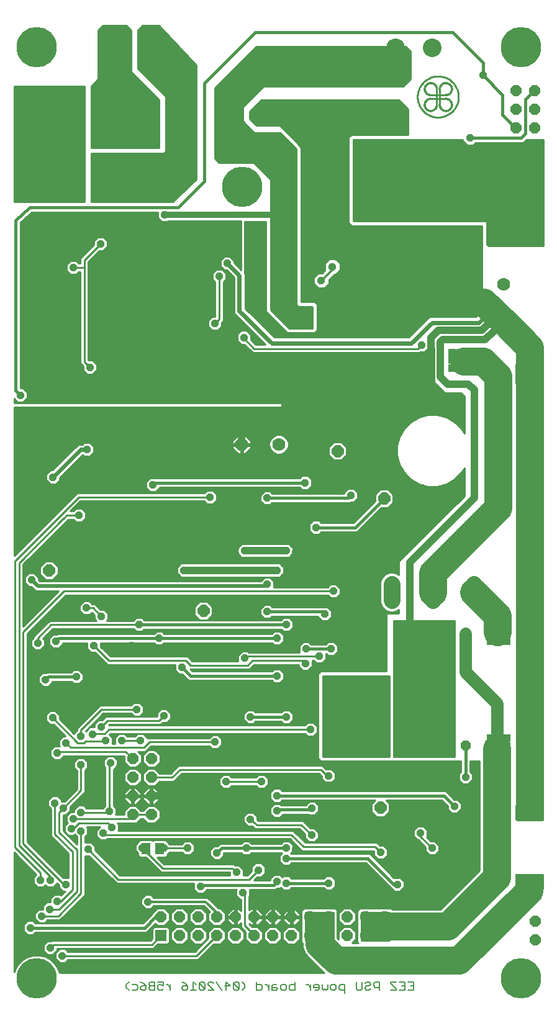
<source format=gbl>
G75*
G70*
%OFA0B0*%
%FSLAX24Y24*%
%IPPOS*%
%LPD*%
%AMOC8*
5,1,8,0,0,1.08239X$1,22.5*
%
%ADD10C,0.0050*%
%ADD11OC8,0.0594*%
%ADD12C,0.0885*%
%ADD13R,0.0098X0.0197*%
%ADD14C,0.0100*%
%ADD15C,0.0010*%
%ADD16R,0.0594X0.0594*%
%ADD17R,0.0197X0.0098*%
%ADD18C,0.1236*%
%ADD19OC8,0.1236*%
%ADD20OC8,0.0650*%
%ADD21C,0.1000*%
%ADD22OC8,0.0560*%
%ADD23C,0.0700*%
%ADD24OC8,0.0700*%
%ADD25R,0.0512X0.0591*%
%ADD26OC8,0.0396*%
%ADD27R,0.0396X0.0396*%
%ADD28C,0.0400*%
%ADD29C,0.0160*%
%ADD30C,0.0240*%
%ADD31C,0.1500*%
%ADD32C,0.1000*%
%ADD33C,0.0200*%
%ADD34R,0.0436X0.0436*%
%ADD35C,0.0120*%
%ADD36C,0.0660*%
%ADD37C,0.2165*%
%ADD38C,0.0320*%
%ADD39C,0.1200*%
D10*
X014796Y006541D02*
X014796Y006691D01*
X014946Y006841D01*
X015106Y006691D02*
X015331Y006691D01*
X015407Y006616D01*
X015407Y006466D01*
X015331Y006391D01*
X015106Y006391D01*
X014946Y006391D02*
X014796Y006541D01*
X015567Y006541D02*
X015642Y006616D01*
X015867Y006616D01*
X015867Y006466D01*
X015792Y006391D01*
X015642Y006391D01*
X015567Y006466D01*
X015567Y006541D01*
X015717Y006766D02*
X015567Y006841D01*
X015717Y006766D02*
X015867Y006616D01*
X016027Y006541D02*
X016027Y006466D01*
X016102Y006391D01*
X016327Y006391D01*
X016327Y006841D01*
X016102Y006841D01*
X016027Y006766D01*
X016027Y006691D01*
X016102Y006616D01*
X016327Y006616D01*
X016487Y006616D02*
X016487Y006466D01*
X016563Y006391D01*
X016713Y006391D01*
X016788Y006466D01*
X016788Y006616D02*
X016638Y006691D01*
X016563Y006691D01*
X016487Y006616D01*
X016487Y006841D02*
X016788Y006841D01*
X016788Y006616D01*
X016946Y006691D02*
X017021Y006691D01*
X017171Y006541D01*
X017171Y006391D02*
X017171Y006691D01*
X017792Y006541D02*
X017867Y006616D01*
X018092Y006616D01*
X018092Y006466D01*
X018017Y006391D01*
X017867Y006391D01*
X017792Y006466D01*
X017792Y006541D01*
X017942Y006766D02*
X018092Y006616D01*
X017942Y006766D02*
X017792Y006841D01*
X018402Y006841D02*
X018402Y006391D01*
X018252Y006391D02*
X018553Y006391D01*
X018713Y006466D02*
X018788Y006391D01*
X018938Y006391D01*
X019013Y006466D01*
X018713Y006766D01*
X018713Y006466D01*
X018553Y006691D02*
X018402Y006841D01*
X018713Y006766D02*
X018788Y006841D01*
X018938Y006841D01*
X019013Y006766D01*
X019013Y006466D01*
X019173Y006391D02*
X019473Y006391D01*
X019173Y006691D01*
X019173Y006766D01*
X019248Y006841D01*
X019398Y006841D01*
X019473Y006766D01*
X019633Y006841D02*
X019934Y006391D01*
X020169Y006391D02*
X020169Y006841D01*
X020394Y006616D01*
X020094Y006616D01*
X020554Y006766D02*
X020554Y006466D01*
X020629Y006391D01*
X020779Y006391D01*
X020855Y006466D01*
X020554Y006766D01*
X020629Y006841D01*
X020779Y006841D01*
X020855Y006766D01*
X020855Y006466D01*
X021011Y006391D02*
X021161Y006541D01*
X021161Y006691D01*
X021011Y006841D01*
X021782Y006841D02*
X021782Y006391D01*
X022007Y006391D01*
X022082Y006466D01*
X022082Y006616D01*
X022007Y006691D01*
X021782Y006691D01*
X022241Y006691D02*
X022316Y006691D01*
X022466Y006541D01*
X022466Y006391D02*
X022466Y006691D01*
X022626Y006616D02*
X022701Y006691D01*
X022851Y006691D01*
X022851Y006541D02*
X022626Y006541D01*
X022626Y006616D02*
X022626Y006391D01*
X022851Y006391D01*
X022926Y006466D01*
X022851Y006541D01*
X023086Y006466D02*
X023086Y006616D01*
X023161Y006691D01*
X023312Y006691D01*
X023387Y006616D01*
X023387Y006466D01*
X023312Y006391D01*
X023161Y006391D01*
X023086Y006466D01*
X023547Y006466D02*
X023547Y006616D01*
X023622Y006691D01*
X023847Y006691D01*
X023847Y006841D02*
X023847Y006391D01*
X023622Y006391D01*
X023547Y006466D01*
X024466Y006691D02*
X024541Y006691D01*
X024691Y006541D01*
X024691Y006391D02*
X024691Y006691D01*
X024851Y006616D02*
X024851Y006541D01*
X025151Y006541D01*
X025151Y006466D02*
X025151Y006616D01*
X025076Y006691D01*
X024926Y006691D01*
X024851Y006616D01*
X024926Y006391D02*
X025076Y006391D01*
X025151Y006466D01*
X025312Y006466D02*
X025312Y006691D01*
X025312Y006466D02*
X025387Y006391D01*
X025462Y006466D01*
X025537Y006391D01*
X025612Y006466D01*
X025612Y006691D01*
X025772Y006616D02*
X025847Y006691D01*
X025997Y006691D01*
X026072Y006616D01*
X026072Y006466D01*
X025997Y006391D01*
X025847Y006391D01*
X025772Y006466D01*
X025772Y006616D01*
X026232Y006616D02*
X026232Y006466D01*
X026307Y006391D01*
X026533Y006391D01*
X026533Y006241D02*
X026533Y006691D01*
X026307Y006691D01*
X026232Y006616D01*
X027153Y006466D02*
X027153Y006841D01*
X027453Y006841D02*
X027453Y006466D01*
X027378Y006391D01*
X027228Y006391D01*
X027153Y006466D01*
X027614Y006466D02*
X027689Y006391D01*
X027839Y006391D01*
X027914Y006466D01*
X027839Y006616D02*
X027914Y006691D01*
X027914Y006766D01*
X027839Y006841D01*
X027689Y006841D01*
X027614Y006766D01*
X027689Y006616D02*
X027614Y006541D01*
X027614Y006466D01*
X027689Y006616D02*
X027839Y006616D01*
X028074Y006616D02*
X028074Y006766D01*
X028149Y006841D01*
X028374Y006841D01*
X028374Y006391D01*
X028374Y006541D02*
X028149Y006541D01*
X028074Y006616D01*
X028995Y006766D02*
X029295Y006466D01*
X029295Y006391D01*
X028995Y006391D01*
X028995Y006766D02*
X028995Y006841D01*
X029295Y006841D01*
X029455Y006841D02*
X029755Y006841D01*
X029755Y006391D01*
X029455Y006391D01*
X029605Y006616D02*
X029755Y006616D01*
X029916Y006391D02*
X030216Y006391D01*
X030216Y006841D01*
X029916Y006841D01*
X030066Y006616D02*
X030216Y006616D01*
X016102Y006616D02*
X016027Y006541D01*
D11*
X017660Y009323D03*
X017660Y010323D03*
X016660Y010323D03*
X018660Y010323D03*
X018660Y009323D03*
X019660Y009323D03*
X019660Y010323D03*
X020660Y010323D03*
X020660Y009323D03*
X021660Y009323D03*
X021660Y010323D03*
X022660Y010323D03*
X022660Y009323D03*
X023660Y009323D03*
X023660Y010323D03*
X024660Y010323D03*
X024660Y009323D03*
X025660Y009323D03*
X025660Y010323D03*
X026660Y010323D03*
X026660Y009323D03*
X027660Y009323D03*
X027660Y010323D03*
X028660Y010323D03*
X028660Y009323D03*
X036741Y009091D03*
X036741Y010091D03*
X016141Y015816D03*
X016141Y016816D03*
X016141Y017816D03*
X016141Y018816D03*
X015141Y018816D03*
X015141Y017816D03*
X015141Y016816D03*
X015141Y015816D03*
X035716Y052691D03*
X035716Y053691D03*
X035716Y054691D03*
X036716Y054691D03*
X036716Y053691D03*
X036716Y052691D03*
D12*
X033450Y028205D02*
X033450Y027320D01*
X031250Y027320D02*
X031250Y028205D01*
X029050Y028205D02*
X029050Y027320D01*
D13*
X034995Y042291D03*
X035087Y042291D03*
D14*
X008785Y013785D02*
X008785Y007358D01*
X008823Y007499D01*
X008988Y007785D01*
X009221Y008018D01*
X009507Y008183D01*
X009826Y008268D01*
X010156Y008268D01*
X010474Y008183D01*
X010760Y008018D01*
X010993Y007785D01*
X011158Y007499D01*
X011207Y007316D01*
X025415Y007316D01*
X025261Y007470D01*
X024386Y008345D01*
X024246Y008683D01*
X024246Y008925D01*
X024196Y008975D01*
X024196Y009127D01*
X024193Y009129D01*
X024193Y009516D01*
X024196Y009519D01*
X024196Y010127D01*
X024193Y010129D01*
X024193Y010516D01*
X024196Y010519D01*
X024196Y010657D01*
X024325Y010786D01*
X024463Y010786D01*
X024467Y010790D01*
X024853Y010790D01*
X024857Y010786D01*
X025463Y010786D01*
X025467Y010790D01*
X025853Y010790D01*
X025857Y010786D01*
X026007Y010786D01*
X026136Y010657D01*
X026136Y009197D01*
X026193Y009140D01*
X026193Y009516D01*
X026467Y009790D01*
X026853Y009790D01*
X027127Y009516D01*
X027127Y009129D01*
X026908Y008911D01*
X027260Y008911D01*
X027196Y008975D01*
X027196Y009127D01*
X027193Y009129D01*
X027193Y009516D01*
X027196Y009519D01*
X027196Y010127D01*
X027193Y010129D01*
X027193Y010516D01*
X027196Y010519D01*
X027196Y010657D01*
X027325Y010786D01*
X027463Y010786D01*
X027467Y010790D01*
X027853Y010790D01*
X027857Y010786D01*
X028463Y010786D01*
X028467Y010790D01*
X028853Y010790D01*
X028857Y010786D01*
X029007Y010786D01*
X029057Y010736D01*
X031660Y010736D01*
X033766Y012842D01*
X033766Y018691D01*
X033266Y018691D01*
X033266Y018112D01*
X033384Y017993D01*
X033384Y017688D01*
X033168Y017473D01*
X032863Y017473D01*
X032648Y017688D01*
X032648Y017993D01*
X032766Y018112D01*
X032766Y018691D01*
X029017Y018691D01*
X028993Y018681D01*
X025289Y018681D01*
X025194Y018721D01*
X025120Y018794D01*
X025081Y018889D01*
X025081Y023318D01*
X025120Y023413D01*
X025194Y023486D01*
X025289Y023526D01*
X028766Y023526D01*
X028766Y026641D01*
X029416Y026641D01*
X029416Y026819D01*
X029397Y026800D01*
X029172Y026707D01*
X028929Y026707D01*
X028704Y026800D01*
X028531Y026973D01*
X028438Y027198D01*
X028438Y028327D01*
X028531Y028552D01*
X028704Y028724D01*
X028929Y028817D01*
X029172Y028817D01*
X029397Y028724D01*
X029416Y028706D01*
X029416Y029441D01*
X032941Y032941D01*
X032941Y034440D01*
X032791Y034180D01*
X032432Y033822D01*
X031993Y033569D01*
X031504Y033437D01*
X030997Y033437D01*
X030508Y033569D01*
X030069Y033822D01*
X029710Y034180D01*
X029457Y034619D01*
X029326Y035109D01*
X029326Y035616D01*
X029457Y036105D01*
X029710Y036544D01*
X030069Y036902D01*
X030508Y037156D01*
X030997Y037287D01*
X031504Y037287D01*
X031993Y037156D01*
X032432Y036902D01*
X032791Y036544D01*
X032941Y036284D01*
X032941Y038291D01*
X032766Y038461D01*
X031891Y038461D01*
X031891Y038466D01*
X031316Y039041D01*
X031316Y040891D01*
X031009Y040892D01*
X031009Y040863D01*
X030793Y040648D01*
X030584Y040648D01*
X030557Y040621D01*
X021575Y040621D01*
X021446Y040750D01*
X021123Y041073D01*
X020963Y041073D01*
X020748Y041288D01*
X020748Y041593D01*
X020963Y041809D01*
X021268Y041809D01*
X021484Y041593D01*
X021484Y041334D01*
X021757Y041061D01*
X022261Y041061D01*
X020620Y042702D01*
X020576Y042808D01*
X020576Y044646D01*
X020174Y045048D01*
X020063Y045048D01*
X019848Y045263D01*
X019848Y045568D01*
X020063Y045784D01*
X020368Y045784D01*
X020584Y045568D01*
X020584Y045458D01*
X020971Y045071D01*
X020971Y047686D01*
X017056Y047686D01*
X017018Y047648D01*
X016713Y047648D01*
X016498Y047863D01*
X016498Y048166D01*
X009712Y048166D01*
X009116Y047630D01*
X009116Y038709D01*
X009268Y038709D01*
X009484Y038493D01*
X009484Y038188D01*
X009268Y037973D01*
X008963Y037973D01*
X008785Y038151D01*
X008785Y037941D01*
X023166Y037941D01*
X023166Y037691D01*
X008785Y037691D01*
X008785Y029722D01*
X012150Y033086D01*
X018990Y033086D01*
X019138Y033234D01*
X019443Y033234D01*
X019659Y033018D01*
X019659Y032713D01*
X019443Y032498D01*
X019138Y032498D01*
X018990Y032646D01*
X012332Y032646D01*
X011797Y032111D01*
X011940Y032111D01*
X012088Y032259D01*
X012393Y032259D01*
X012609Y032043D01*
X012609Y031738D01*
X012393Y031523D01*
X012088Y031523D01*
X011940Y031671D01*
X011682Y031671D01*
X011532Y031521D01*
X011507Y031496D01*
X009261Y029250D01*
X009261Y025922D01*
X011160Y027821D01*
X009987Y027821D01*
X009888Y027862D01*
X009702Y028048D01*
X009563Y028048D01*
X009348Y028263D01*
X009348Y028568D01*
X009563Y028784D01*
X009868Y028784D01*
X010084Y028568D01*
X010084Y028430D01*
X010153Y028361D01*
X022015Y028361D01*
X022213Y028559D01*
X022518Y028559D01*
X022734Y028343D01*
X022734Y028038D01*
X022731Y028036D01*
X025615Y028036D01*
X025763Y028184D01*
X026068Y028184D01*
X026284Y027968D01*
X026284Y027663D01*
X026068Y027448D01*
X025763Y027448D01*
X025615Y027596D01*
X011557Y027596D01*
X009486Y025525D01*
X009486Y014357D01*
X011409Y012434D01*
X011693Y012434D01*
X011696Y012432D01*
X011696Y013725D01*
X010746Y014675D01*
X010746Y016140D01*
X010598Y016288D01*
X010598Y016593D01*
X010813Y016809D01*
X011118Y016809D01*
X011334Y016593D01*
X011334Y016534D01*
X011473Y016534D01*
X012146Y017207D01*
X012146Y018190D01*
X011998Y018338D01*
X011998Y018643D01*
X012213Y018859D01*
X012518Y018859D01*
X012734Y018643D01*
X012734Y018338D01*
X012586Y018190D01*
X012586Y017025D01*
X011784Y016223D01*
X011784Y016013D01*
X011568Y015798D01*
X011411Y015798D01*
X011411Y014957D01*
X012146Y014222D01*
X012146Y014640D01*
X012041Y014745D01*
X011993Y014698D01*
X011688Y014698D01*
X011473Y014913D01*
X011473Y015218D01*
X011645Y015391D01*
X011598Y015438D01*
X011598Y015743D01*
X011813Y015959D01*
X011998Y015959D01*
X011998Y016093D01*
X012213Y016309D01*
X012518Y016309D01*
X012666Y016161D01*
X013540Y016161D01*
X013671Y016292D01*
X013671Y018365D01*
X013598Y018438D01*
X013598Y018743D01*
X013813Y018959D01*
X014118Y018959D01*
X014334Y018743D01*
X014334Y018438D01*
X014118Y018223D01*
X014111Y018223D01*
X014111Y016292D01*
X014259Y016143D01*
X014259Y015838D01*
X014231Y015811D01*
X014674Y015811D01*
X014674Y016009D01*
X014947Y016283D01*
X015334Y016283D01*
X015581Y016036D01*
X015701Y016036D01*
X015947Y016283D01*
X016334Y016283D01*
X016608Y016009D01*
X016608Y015623D01*
X016334Y015349D01*
X015947Y015349D01*
X015701Y015596D01*
X015581Y015596D01*
X015334Y015349D01*
X014947Y015349D01*
X014926Y015371D01*
X014306Y015371D01*
X014384Y015293D01*
X014384Y014988D01*
X014356Y014961D01*
X023757Y014961D01*
X023886Y014832D01*
X024407Y014311D01*
X028257Y014311D01*
X028386Y014182D01*
X028409Y014159D01*
X028618Y014159D01*
X028834Y013943D01*
X028834Y013638D01*
X028618Y013423D01*
X028313Y013423D01*
X028098Y013638D01*
X028098Y013848D01*
X028075Y013871D01*
X024225Y013871D01*
X023575Y014521D01*
X013791Y014521D01*
X013718Y014448D01*
X013413Y014448D01*
X013198Y014663D01*
X013198Y014968D01*
X013375Y015146D01*
X012681Y015146D01*
X012734Y015093D01*
X012734Y014788D01*
X012586Y014640D01*
X012586Y014332D01*
X012588Y014334D01*
X012893Y014334D01*
X013109Y014118D01*
X013109Y013909D01*
X014457Y012561D01*
X020350Y012561D01*
X020348Y012563D01*
X020348Y012721D01*
X016650Y012721D01*
X015845Y013526D01*
X015515Y013526D01*
X015416Y013625D01*
X015416Y013745D01*
X015273Y013888D01*
X015273Y014193D01*
X015416Y014337D01*
X015416Y014357D01*
X015515Y014456D01*
X016168Y014456D01*
X016216Y014409D01*
X016264Y014456D01*
X016916Y014456D01*
X017016Y014357D01*
X017016Y014337D01*
X017116Y014236D01*
X017790Y014236D01*
X017938Y014384D01*
X018243Y014384D01*
X018459Y014168D01*
X018459Y013863D01*
X018243Y013648D01*
X017938Y013648D01*
X017790Y013796D01*
X017116Y013796D01*
X017016Y013695D01*
X017016Y013625D01*
X016916Y013526D01*
X016467Y013526D01*
X016832Y013161D01*
X020582Y013161D01*
X020659Y013084D01*
X020868Y013084D01*
X021084Y012868D01*
X021084Y012563D01*
X021081Y012561D01*
X021300Y012561D01*
X021523Y012784D01*
X021523Y012993D01*
X021738Y013209D01*
X022043Y013209D01*
X022259Y012993D01*
X022259Y012688D01*
X022043Y012473D01*
X021834Y012473D01*
X021652Y012291D01*
X022523Y012291D01*
X022523Y012368D01*
X022738Y012584D01*
X023043Y012584D01*
X023178Y012449D01*
X023238Y012509D01*
X023543Y012509D01*
X023661Y012391D01*
X025395Y012391D01*
X025513Y012509D01*
X025818Y012509D01*
X026034Y012293D01*
X026034Y011988D01*
X025818Y011773D01*
X025513Y011773D01*
X025395Y011891D01*
X023661Y011891D01*
X023543Y011773D01*
X023238Y011773D01*
X023103Y011908D01*
X023043Y011848D01*
X022876Y011848D01*
X022857Y011829D01*
X022766Y011791D01*
X021411Y011791D01*
X021434Y011768D01*
X021434Y011463D01*
X021386Y011415D01*
X021386Y010681D01*
X021475Y010770D01*
X021611Y010770D01*
X021611Y010371D01*
X021708Y010371D01*
X021708Y010770D01*
X021845Y010770D01*
X022107Y010508D01*
X022107Y010371D01*
X021708Y010371D01*
X021708Y010274D01*
X021708Y009876D01*
X021845Y009876D01*
X022107Y010138D01*
X022107Y010274D01*
X021708Y010274D01*
X021611Y010274D01*
X021611Y009876D01*
X021475Y009876D01*
X021386Y009965D01*
X021386Y009957D01*
X021553Y009790D01*
X021853Y009790D01*
X022127Y009516D01*
X022127Y009129D01*
X021853Y008856D01*
X021467Y008856D01*
X021193Y009129D01*
X021193Y009516D01*
X021199Y009522D01*
X020946Y009775D01*
X020868Y009775D01*
X020853Y009790D02*
X020467Y009790D01*
X020193Y009516D01*
X020193Y009129D01*
X020467Y008856D01*
X020853Y008856D01*
X021127Y009129D01*
X021127Y009516D01*
X020853Y009790D01*
X020845Y009876D02*
X020946Y009977D01*
X020946Y009775D01*
X020946Y009873D02*
X019871Y009873D01*
X019853Y009856D02*
X020127Y010129D01*
X020127Y010516D01*
X019853Y010790D01*
X019743Y010790D01*
X019162Y011371D01*
X016256Y011371D01*
X016118Y011509D01*
X015813Y011509D01*
X015598Y011293D01*
X015598Y010988D01*
X015813Y010773D01*
X016118Y010773D01*
X016256Y010911D01*
X018972Y010911D01*
X019280Y010603D01*
X019193Y010516D01*
X019193Y010129D01*
X019467Y009856D01*
X019853Y009856D01*
X019853Y009790D02*
X019467Y009790D01*
X019193Y009516D01*
X019193Y009179D01*
X018475Y008461D01*
X011666Y008461D01*
X011518Y008609D01*
X011213Y008609D01*
X010998Y008393D01*
X010998Y008088D01*
X011213Y007873D01*
X011518Y007873D01*
X011666Y008021D01*
X018657Y008021D01*
X018786Y008150D01*
X019492Y008856D01*
X019853Y008856D01*
X020127Y009129D01*
X020127Y009516D01*
X019853Y009790D01*
X019868Y009775D02*
X020452Y009775D01*
X020475Y009876D02*
X020611Y009876D01*
X020611Y010274D01*
X020213Y010274D01*
X020213Y010138D01*
X020475Y009876D01*
X020379Y009972D02*
X019969Y009972D01*
X020068Y010070D02*
X020280Y010070D01*
X020213Y010169D02*
X020127Y010169D01*
X020127Y010267D02*
X020213Y010267D01*
X020213Y010371D02*
X020611Y010371D01*
X020611Y010274D01*
X020708Y010274D01*
X020708Y009876D01*
X020845Y009876D01*
X020941Y009972D02*
X020946Y009972D01*
X020708Y009972D02*
X020611Y009972D01*
X020611Y010070D02*
X020708Y010070D01*
X020708Y010169D02*
X020611Y010169D01*
X020611Y010267D02*
X020708Y010267D01*
X020708Y010371D02*
X020611Y010371D01*
X020611Y010770D01*
X020475Y010770D01*
X020213Y010508D01*
X020213Y010371D01*
X020127Y010366D02*
X020611Y010366D01*
X020708Y010371D02*
X020708Y010770D01*
X020845Y010770D01*
X020946Y010669D01*
X020946Y011248D01*
X020913Y011248D01*
X020698Y011463D01*
X020698Y011768D01*
X020720Y011791D01*
X019136Y011791D01*
X018943Y011598D01*
X018638Y011598D01*
X018423Y011813D01*
X018423Y012118D01*
X018425Y012121D01*
X014275Y012121D01*
X014146Y012250D01*
X012798Y013598D01*
X012588Y013598D01*
X012586Y013600D01*
X012586Y011500D01*
X011232Y010146D01*
X010566Y010146D01*
X010418Y009998D01*
X010113Y009998D01*
X009898Y010213D01*
X009898Y010518D01*
X010113Y010734D01*
X010323Y010734D01*
X010323Y010893D01*
X010538Y011109D01*
X010723Y011109D01*
X010723Y011318D01*
X010938Y011534D01*
X011243Y011534D01*
X011296Y011482D01*
X011512Y011698D01*
X011388Y011698D01*
X011173Y011913D01*
X011173Y012048D01*
X011083Y012138D01*
X010868Y011923D01*
X010563Y011923D01*
X010453Y012033D01*
X010343Y011923D01*
X010038Y011923D01*
X009823Y012138D01*
X009823Y012443D01*
X009971Y012592D01*
X009971Y012600D01*
X008785Y013785D01*
X008785Y013715D02*
X008856Y013715D01*
X008785Y013616D02*
X008954Y013616D01*
X009053Y013518D02*
X008785Y013518D01*
X008785Y013419D02*
X009151Y013419D01*
X009250Y013321D02*
X008785Y013321D01*
X008785Y013222D02*
X009348Y013222D01*
X009447Y013124D02*
X008785Y013124D01*
X008785Y013025D02*
X009545Y013025D01*
X009644Y012927D02*
X008785Y012927D01*
X008785Y012828D02*
X009742Y012828D01*
X009841Y012730D02*
X008785Y012730D01*
X008785Y012631D02*
X009939Y012631D01*
X009912Y012533D02*
X008785Y012533D01*
X008785Y012434D02*
X009823Y012434D01*
X009823Y012336D02*
X008785Y012336D01*
X008785Y012237D02*
X009823Y012237D01*
X009823Y012139D02*
X008785Y012139D01*
X008785Y012040D02*
X009921Y012040D01*
X010019Y011942D02*
X008785Y011942D01*
X008785Y011843D02*
X011243Y011843D01*
X011173Y011942D02*
X010887Y011942D01*
X010986Y012040D02*
X011173Y012040D01*
X011466Y012066D02*
X009266Y014266D01*
X009266Y025616D01*
X011466Y027816D01*
X025916Y027816D01*
X026284Y027801D02*
X028438Y027801D01*
X028438Y027899D02*
X026284Y027899D01*
X026255Y027998D02*
X028438Y027998D01*
X028438Y028096D02*
X026156Y028096D01*
X026284Y027702D02*
X028438Y027702D01*
X028438Y027604D02*
X026224Y027604D01*
X026125Y027505D02*
X028438Y027505D01*
X028438Y027406D02*
X011367Y027406D01*
X011269Y027308D02*
X028438Y027308D01*
X028438Y027209D02*
X019197Y027209D01*
X019146Y027261D02*
X018736Y027261D01*
X018446Y026971D01*
X018446Y026561D01*
X018736Y026271D01*
X019146Y026271D01*
X019436Y026561D01*
X019436Y026971D01*
X019146Y027261D01*
X019296Y027111D02*
X028474Y027111D01*
X028515Y027012D02*
X022590Y027012D01*
X022636Y026966D02*
X022518Y027084D01*
X022213Y027084D01*
X021998Y026868D01*
X021998Y026563D01*
X022213Y026348D01*
X022518Y026348D01*
X022636Y026466D01*
X025098Y026466D01*
X025098Y026438D01*
X025313Y026223D01*
X025618Y026223D01*
X025834Y026438D01*
X025834Y026743D01*
X025618Y026959D01*
X025407Y026959D01*
X025391Y026966D01*
X022636Y026966D01*
X022142Y027012D02*
X019394Y027012D01*
X019436Y026914D02*
X022043Y026914D01*
X021998Y026815D02*
X019436Y026815D01*
X019436Y026717D02*
X021998Y026717D01*
X021998Y026618D02*
X019436Y026618D01*
X019395Y026520D02*
X022041Y026520D01*
X022140Y026421D02*
X019296Y026421D01*
X019198Y026323D02*
X023177Y026323D01*
X023120Y026266D02*
X023238Y026384D01*
X023543Y026384D01*
X023759Y026168D01*
X023759Y025863D01*
X023543Y025648D01*
X023238Y025648D01*
X023120Y025766D01*
X015761Y025766D01*
X015643Y025648D01*
X015338Y025648D01*
X015190Y025796D01*
X010857Y025796D01*
X010332Y025271D01*
X010409Y025193D01*
X010409Y024888D01*
X010193Y024673D01*
X009888Y024673D01*
X009673Y024888D01*
X009673Y025193D01*
X009821Y025342D01*
X009821Y025382D01*
X009950Y025511D01*
X010675Y026236D01*
X013175Y026236D01*
X013098Y026313D01*
X013098Y026523D01*
X012946Y026675D01*
X012818Y026548D01*
X012513Y026548D01*
X012298Y026763D01*
X012298Y027068D01*
X012513Y027284D01*
X012818Y027284D01*
X012966Y027136D01*
X013107Y027136D01*
X013409Y026834D01*
X013618Y026834D01*
X013834Y026618D01*
X013834Y026313D01*
X013756Y026236D01*
X015190Y026236D01*
X015338Y026384D01*
X015643Y026384D01*
X015761Y026266D01*
X023120Y026266D01*
X023154Y025732D02*
X015727Y025732D01*
X015491Y026016D02*
X010766Y026016D01*
X010041Y025291D01*
X010041Y025041D01*
X010409Y025042D02*
X010648Y025042D01*
X010648Y024963D02*
X010863Y024748D01*
X011168Y024748D01*
X011384Y024963D01*
X011384Y025041D01*
X012698Y025041D01*
X012698Y024738D01*
X012913Y024523D01*
X013123Y024523D01*
X013775Y023871D01*
X017425Y023871D01*
X017423Y023868D01*
X017423Y023563D01*
X017638Y023348D01*
X017805Y023348D01*
X018029Y023124D01*
X018099Y023054D01*
X018191Y023016D01*
X022620Y023016D01*
X022738Y022898D01*
X023043Y022898D01*
X023259Y023113D01*
X023259Y023418D01*
X023043Y023634D01*
X022738Y023634D01*
X022620Y023516D01*
X018344Y023516D01*
X018239Y023621D01*
X021407Y023621D01*
X021657Y023871D01*
X024048Y023871D01*
X024048Y023788D01*
X024263Y023573D01*
X024568Y023573D01*
X024784Y023788D01*
X024784Y024093D01*
X024781Y024096D01*
X024865Y024096D01*
X025013Y023948D01*
X025318Y023948D01*
X025534Y024163D01*
X025534Y024452D01*
X025638Y024348D01*
X025943Y024348D01*
X026159Y024563D01*
X026159Y024868D01*
X025943Y025084D01*
X025638Y025084D01*
X025520Y024966D01*
X024711Y024966D01*
X024593Y025084D01*
X024288Y025084D01*
X024073Y024868D01*
X024073Y024563D01*
X024100Y024536D01*
X021366Y024536D01*
X021318Y024584D01*
X021013Y024584D01*
X020798Y024368D01*
X020798Y024063D01*
X020800Y024061D01*
X018332Y024061D01*
X018211Y024182D01*
X018082Y024311D01*
X013957Y024311D01*
X013434Y024834D01*
X013434Y025041D01*
X016295Y025041D01*
X016413Y024923D01*
X016718Y024923D01*
X016836Y025041D01*
X022620Y025041D01*
X022738Y024923D01*
X023043Y024923D01*
X023259Y025138D01*
X023259Y025443D01*
X023043Y025659D01*
X022738Y025659D01*
X022620Y025541D01*
X016836Y025541D01*
X016718Y025659D01*
X016413Y025659D01*
X016295Y025541D01*
X011141Y025541D01*
X011049Y025503D01*
X011030Y025484D01*
X010863Y025484D01*
X010648Y025268D01*
X010648Y024963D01*
X010667Y024944D02*
X010409Y024944D01*
X010366Y024845D02*
X010766Y024845D01*
X010648Y025141D02*
X010409Y025141D01*
X010363Y025239D02*
X010648Y025239D01*
X010717Y025338D02*
X010399Y025338D01*
X010497Y025436D02*
X010816Y025436D01*
X010694Y025633D02*
X016388Y025633D01*
X016744Y025633D02*
X022713Y025633D01*
X023069Y025633D02*
X028766Y025633D01*
X028766Y025535D02*
X023167Y025535D01*
X023259Y025436D02*
X028766Y025436D01*
X028766Y025338D02*
X023259Y025338D01*
X023259Y025239D02*
X028766Y025239D01*
X028766Y025141D02*
X023259Y025141D01*
X023163Y025042D02*
X024247Y025042D01*
X024148Y024944D02*
X023064Y024944D01*
X022717Y024944D02*
X016739Y024944D01*
X016392Y024944D02*
X013434Y024944D01*
X013434Y024845D02*
X024073Y024845D01*
X024073Y024747D02*
X013521Y024747D01*
X013619Y024648D02*
X024073Y024648D01*
X024086Y024550D02*
X021352Y024550D01*
X021266Y024316D02*
X021166Y024216D01*
X021266Y024316D02*
X025166Y024316D01*
X025428Y024057D02*
X028766Y024057D01*
X028766Y023959D02*
X025329Y023959D01*
X025526Y024156D02*
X028766Y024156D01*
X028766Y024254D02*
X025534Y024254D01*
X025534Y024353D02*
X025633Y024353D01*
X025535Y024451D02*
X025534Y024451D01*
X025948Y024353D02*
X028766Y024353D01*
X028766Y024451D02*
X026047Y024451D01*
X026145Y024550D02*
X028766Y024550D01*
X028766Y024648D02*
X026159Y024648D01*
X026159Y024747D02*
X028766Y024747D01*
X028766Y024845D02*
X026159Y024845D01*
X026083Y024944D02*
X028766Y024944D01*
X028766Y025042D02*
X025985Y025042D01*
X025597Y025042D02*
X024635Y025042D01*
X024266Y024091D02*
X024416Y023941D01*
X024316Y023841D01*
X024173Y023663D02*
X021449Y023663D01*
X021548Y023762D02*
X024074Y023762D01*
X024048Y023860D02*
X021646Y023860D01*
X021566Y024091D02*
X024266Y024091D01*
X024659Y023663D02*
X028766Y023663D01*
X028766Y023565D02*
X023112Y023565D01*
X023211Y023466D02*
X025174Y023466D01*
X025102Y023368D02*
X023259Y023368D01*
X023259Y023269D02*
X025081Y023269D01*
X025081Y023171D02*
X023259Y023171D01*
X023218Y023072D02*
X025081Y023072D01*
X025081Y022974D02*
X023119Y022974D01*
X022662Y022974D02*
X012394Y022974D01*
X012484Y023063D02*
X012484Y023368D01*
X017618Y023368D01*
X017520Y023466D02*
X012386Y023466D01*
X012484Y023368D02*
X012268Y023584D01*
X011963Y023584D01*
X011845Y023466D01*
X010566Y023466D01*
X010489Y023434D01*
X010313Y023434D01*
X010098Y023218D01*
X010098Y022913D01*
X010313Y022698D01*
X010618Y022698D01*
X010834Y022913D01*
X010834Y022966D01*
X011845Y022966D01*
X011963Y022848D01*
X012268Y022848D01*
X012484Y023063D01*
X012484Y023072D02*
X018081Y023072D01*
X018029Y023124D02*
X018029Y023124D01*
X017982Y023171D02*
X012484Y023171D01*
X012484Y023269D02*
X017884Y023269D01*
X018295Y023565D02*
X022669Y023565D01*
X021566Y024091D02*
X021316Y023841D01*
X018241Y023841D01*
X017991Y024091D01*
X013866Y024091D01*
X013066Y024891D01*
X012788Y024648D02*
X009486Y024648D01*
X009486Y024550D02*
X012886Y024550D01*
X012698Y024747D02*
X010267Y024747D01*
X009817Y025338D02*
X009486Y025338D01*
X009486Y025436D02*
X009875Y025436D01*
X009974Y025535D02*
X009496Y025535D01*
X009594Y025633D02*
X010072Y025633D01*
X010171Y025732D02*
X009693Y025732D01*
X009791Y025830D02*
X010269Y025830D01*
X010368Y025929D02*
X009890Y025929D01*
X009988Y026027D02*
X010466Y026027D01*
X010565Y026126D02*
X010087Y026126D01*
X010185Y026224D02*
X010663Y026224D01*
X010382Y026421D02*
X013098Y026421D01*
X013098Y026323D02*
X010284Y026323D01*
X010481Y026520D02*
X013098Y026520D01*
X013002Y026618D02*
X012889Y026618D01*
X013016Y026916D02*
X012666Y026916D01*
X013016Y026916D02*
X013466Y026466D01*
X013735Y026717D02*
X018446Y026717D01*
X018446Y026815D02*
X013637Y026815D01*
X013834Y026618D02*
X018446Y026618D01*
X018487Y026520D02*
X013834Y026520D01*
X013834Y026421D02*
X018586Y026421D01*
X018684Y026323D02*
X015704Y026323D01*
X015277Y026323D02*
X013834Y026323D01*
X013329Y026914D02*
X018446Y026914D01*
X018488Y027012D02*
X013230Y027012D01*
X013132Y027111D02*
X018586Y027111D01*
X018685Y027209D02*
X012893Y027209D01*
X012439Y027209D02*
X011170Y027209D01*
X011072Y027111D02*
X012340Y027111D01*
X012298Y027012D02*
X010973Y027012D01*
X010875Y026914D02*
X012298Y026914D01*
X012298Y026815D02*
X010776Y026815D01*
X010678Y026717D02*
X012344Y026717D01*
X012443Y026618D02*
X010579Y026618D01*
X010253Y026914D02*
X009261Y026914D01*
X009261Y027012D02*
X010351Y027012D01*
X010450Y027111D02*
X009261Y027111D01*
X009261Y027209D02*
X010548Y027209D01*
X010647Y027308D02*
X009261Y027308D01*
X009261Y027406D02*
X010745Y027406D01*
X010844Y027505D02*
X009261Y027505D01*
X009261Y027604D02*
X010942Y027604D01*
X011041Y027702D02*
X009261Y027702D01*
X009261Y027801D02*
X011139Y027801D01*
X011466Y027505D02*
X025706Y027505D01*
X025675Y028096D02*
X022734Y028096D01*
X022734Y028195D02*
X028438Y028195D01*
X028438Y028293D02*
X022734Y028293D01*
X022686Y028392D02*
X028465Y028392D01*
X028506Y028490D02*
X022587Y028490D01*
X022964Y028571D02*
X022969Y028573D01*
X023043Y028573D01*
X023096Y028625D01*
X023100Y028627D01*
X023204Y028731D01*
X023206Y028736D01*
X023259Y028788D01*
X023259Y028863D01*
X023261Y028867D01*
X023261Y029015D01*
X023259Y029019D01*
X023259Y029093D01*
X023206Y029146D01*
X023204Y029151D01*
X023100Y029255D01*
X023096Y029257D01*
X023043Y029309D01*
X022969Y029309D01*
X022964Y029311D01*
X017817Y029311D01*
X017813Y029309D01*
X017738Y029309D01*
X017686Y029257D01*
X017681Y029255D01*
X017577Y029151D01*
X017575Y029146D01*
X017523Y029093D01*
X017523Y029019D01*
X017521Y029015D01*
X017521Y028867D01*
X017523Y028863D01*
X017523Y028788D01*
X017575Y028736D01*
X017577Y028731D01*
X017681Y028627D01*
X017686Y028625D01*
X017738Y028573D01*
X017813Y028573D01*
X017817Y028571D01*
X022964Y028571D01*
X023059Y028589D02*
X028568Y028589D01*
X028667Y028687D02*
X023160Y028687D01*
X023256Y028786D02*
X028852Y028786D01*
X029249Y028786D02*
X029416Y028786D01*
X029416Y028884D02*
X023261Y028884D01*
X023261Y028983D02*
X029416Y028983D01*
X029416Y029081D02*
X023259Y029081D01*
X023176Y029180D02*
X029416Y029180D01*
X029416Y029278D02*
X023074Y029278D01*
X023464Y029621D02*
X023469Y029623D01*
X023543Y029623D01*
X023596Y029675D01*
X023600Y029677D01*
X023704Y029781D01*
X023706Y029786D01*
X023759Y029838D01*
X023759Y029913D01*
X023761Y029917D01*
X023761Y030065D01*
X023759Y030069D01*
X023759Y030143D01*
X023706Y030196D01*
X023704Y030201D01*
X023600Y030305D01*
X023596Y030307D01*
X023543Y030359D01*
X023469Y030359D01*
X023464Y030361D01*
X021067Y030361D01*
X021063Y030359D01*
X020988Y030359D01*
X020936Y030307D01*
X020931Y030305D01*
X020827Y030201D01*
X020825Y030196D01*
X020773Y030143D01*
X020773Y030069D01*
X020771Y030065D01*
X020771Y029917D01*
X020773Y029913D01*
X020773Y029838D01*
X020825Y029786D01*
X020827Y029781D01*
X020931Y029677D01*
X020936Y029675D01*
X020988Y029623D01*
X021063Y029623D01*
X021067Y029621D01*
X023464Y029621D01*
X023592Y029672D02*
X029649Y029672D01*
X029748Y029771D02*
X023694Y029771D01*
X023759Y029869D02*
X029847Y029869D01*
X029946Y029968D02*
X023761Y029968D01*
X023760Y030066D02*
X030045Y030066D01*
X030145Y030165D02*
X023738Y030165D01*
X023642Y030263D02*
X030244Y030263D01*
X030343Y030362D02*
X010373Y030362D01*
X010471Y030460D02*
X030442Y030460D01*
X030541Y030559D02*
X010570Y030559D01*
X010668Y030657D02*
X030641Y030657D01*
X030740Y030756D02*
X010767Y030756D01*
X010865Y030854D02*
X030839Y030854D01*
X030938Y030953D02*
X025223Y030953D01*
X025261Y030991D02*
X027141Y030991D01*
X027232Y031029D01*
X028500Y032296D01*
X028846Y032296D01*
X029136Y032586D01*
X029136Y032996D01*
X028846Y033286D01*
X028436Y033286D01*
X028146Y032996D01*
X028146Y032650D01*
X026987Y031491D01*
X025261Y031491D01*
X025143Y031609D01*
X024838Y031609D01*
X024623Y031393D01*
X024623Y031088D01*
X024838Y030873D01*
X025143Y030873D01*
X025261Y030991D01*
X024759Y030953D02*
X010964Y030953D01*
X011062Y031051D02*
X024660Y031051D01*
X024623Y031150D02*
X011161Y031150D01*
X011259Y031248D02*
X024623Y031248D01*
X024623Y031347D02*
X011358Y031347D01*
X011456Y031445D02*
X024674Y031445D01*
X024773Y031544D02*
X012414Y031544D01*
X012512Y031642D02*
X027138Y031642D01*
X027040Y031544D02*
X025209Y031544D01*
X024543Y033273D02*
X024238Y033273D01*
X024120Y033391D01*
X016584Y033391D01*
X016584Y033363D01*
X016368Y033148D01*
X016063Y033148D01*
X015848Y033363D01*
X015848Y033668D01*
X016063Y033884D01*
X016274Y033884D01*
X016291Y033891D01*
X024120Y033891D01*
X024238Y034009D01*
X024543Y034009D01*
X024759Y033793D01*
X024759Y033488D01*
X024543Y033273D01*
X024587Y033317D02*
X026696Y033317D01*
X026713Y033334D02*
X026498Y033118D01*
X026498Y033066D01*
X022636Y033066D01*
X022518Y033184D01*
X022213Y033184D01*
X021998Y032968D01*
X021998Y032663D01*
X022213Y032448D01*
X022518Y032448D01*
X022636Y032566D01*
X026766Y032566D01*
X026843Y032598D01*
X027018Y032598D01*
X027234Y032813D01*
X027234Y033118D01*
X027018Y033334D01*
X026713Y033334D01*
X026597Y033218D02*
X019459Y033218D01*
X019558Y033120D02*
X022149Y033120D01*
X022050Y033021D02*
X019656Y033021D01*
X019659Y032923D02*
X021998Y032923D01*
X021998Y032824D02*
X019659Y032824D01*
X019659Y032726D02*
X021998Y032726D01*
X022034Y032627D02*
X019572Y032627D01*
X019474Y032529D02*
X022133Y032529D01*
X022599Y032529D02*
X028025Y032529D01*
X028123Y032627D02*
X027047Y032627D01*
X027146Y032726D02*
X028146Y032726D01*
X028146Y032824D02*
X027234Y032824D01*
X027234Y032923D02*
X028146Y032923D01*
X028171Y033021D02*
X027234Y033021D01*
X027233Y033120D02*
X028270Y033120D01*
X028368Y033218D02*
X027134Y033218D01*
X027036Y033317D02*
X032941Y033317D01*
X032941Y033415D02*
X024685Y033415D01*
X024759Y033514D02*
X030713Y033514D01*
X030432Y033612D02*
X024759Y033612D01*
X024759Y033711D02*
X030262Y033711D01*
X030091Y033809D02*
X024743Y033809D01*
X024645Y033908D02*
X029983Y033908D01*
X029885Y034006D02*
X024546Y034006D01*
X024235Y034006D02*
X011341Y034006D01*
X011243Y033908D02*
X024137Y033908D01*
X024195Y033317D02*
X016537Y033317D01*
X016438Y033218D02*
X019122Y033218D01*
X019024Y033120D02*
X008785Y033120D01*
X008785Y033218D02*
X015993Y033218D01*
X015895Y033317D02*
X008785Y033317D01*
X008785Y033415D02*
X015848Y033415D01*
X015848Y033514D02*
X008785Y033514D01*
X008785Y033612D02*
X010674Y033612D01*
X010713Y033573D02*
X011018Y033573D01*
X011234Y033788D01*
X011234Y033899D01*
X012461Y035126D01*
X012538Y035048D01*
X012843Y035048D01*
X013059Y035263D01*
X013059Y035568D01*
X012843Y035784D01*
X012538Y035784D01*
X012460Y035706D01*
X012283Y035706D01*
X012177Y035662D01*
X010824Y034309D01*
X010713Y034309D01*
X010498Y034093D01*
X010498Y033788D01*
X010713Y033573D01*
X010576Y033711D02*
X008785Y033711D01*
X008785Y033809D02*
X010498Y033809D01*
X010498Y033908D02*
X008785Y033908D01*
X008785Y034006D02*
X010498Y034006D01*
X010509Y034105D02*
X008785Y034105D01*
X008785Y034203D02*
X010607Y034203D01*
X010706Y034302D02*
X008785Y034302D01*
X008785Y034400D02*
X010915Y034400D01*
X011013Y034499D02*
X008785Y034499D01*
X008785Y034597D02*
X011112Y034597D01*
X011210Y034696D02*
X008785Y034696D01*
X008785Y034794D02*
X011309Y034794D01*
X011407Y034893D02*
X008785Y034893D01*
X008785Y034991D02*
X011506Y034991D01*
X011604Y035090D02*
X008785Y035090D01*
X008785Y035188D02*
X011703Y035188D01*
X011801Y035287D02*
X008785Y035287D01*
X008785Y035385D02*
X011900Y035385D01*
X011998Y035484D02*
X008785Y035484D01*
X008785Y035582D02*
X012097Y035582D01*
X012222Y035681D02*
X008785Y035681D01*
X008785Y035779D02*
X012533Y035779D01*
X012848Y035779D02*
X020491Y035779D01*
X020491Y035741D02*
X020941Y035741D01*
X020941Y036191D01*
X020784Y036191D01*
X020491Y035898D01*
X020491Y035741D01*
X020491Y035641D02*
X020491Y035484D01*
X020784Y035191D01*
X020941Y035191D01*
X020941Y035641D01*
X021041Y035641D01*
X021041Y035741D01*
X021491Y035741D01*
X021491Y035898D01*
X021198Y036191D01*
X021041Y036191D01*
X021041Y035741D01*
X020941Y035741D01*
X020941Y035641D01*
X020491Y035641D01*
X020491Y035582D02*
X013045Y035582D01*
X013059Y035484D02*
X020491Y035484D01*
X020590Y035385D02*
X013059Y035385D01*
X013059Y035287D02*
X020688Y035287D01*
X020941Y035287D02*
X021041Y035287D01*
X021041Y035191D02*
X021198Y035191D01*
X021491Y035484D01*
X021491Y035641D01*
X021041Y035641D01*
X021041Y035191D01*
X021041Y035385D02*
X020941Y035385D01*
X020941Y035484D02*
X021041Y035484D01*
X021041Y035582D02*
X020941Y035582D01*
X020941Y035681D02*
X012947Y035681D01*
X012983Y035188D02*
X022846Y035188D01*
X022887Y035171D02*
X023094Y035171D01*
X023285Y035250D01*
X023432Y035396D01*
X023511Y035588D01*
X023511Y035794D01*
X023432Y035986D01*
X023285Y036132D01*
X023094Y036211D01*
X022887Y036211D01*
X022696Y036132D01*
X022550Y035986D01*
X022471Y035794D01*
X022471Y035588D01*
X022550Y035396D01*
X022696Y035250D01*
X022887Y035171D01*
X023135Y035188D02*
X025646Y035188D01*
X025646Y035136D02*
X025936Y034846D01*
X026346Y034846D01*
X026636Y035136D01*
X026636Y035546D01*
X026346Y035836D01*
X025936Y035836D01*
X025646Y035546D01*
X025646Y035136D01*
X025692Y035090D02*
X012885Y035090D01*
X012497Y035090D02*
X012425Y035090D01*
X012326Y034991D02*
X025791Y034991D01*
X025889Y034893D02*
X012228Y034893D01*
X012129Y034794D02*
X029410Y034794D01*
X029436Y034696D02*
X012031Y034696D01*
X011932Y034597D02*
X029470Y034597D01*
X029527Y034499D02*
X011834Y034499D01*
X011735Y034400D02*
X029583Y034400D01*
X029640Y034302D02*
X011637Y034302D01*
X011538Y034203D02*
X029697Y034203D01*
X029786Y034105D02*
X011440Y034105D01*
X011234Y033809D02*
X015988Y033809D01*
X015890Y033711D02*
X011156Y033711D01*
X011057Y033612D02*
X015848Y033612D01*
X017707Y029278D02*
X011004Y029278D01*
X011102Y029180D02*
X017606Y029180D01*
X017523Y029081D02*
X011161Y029081D01*
X011161Y029121D02*
X010871Y029411D01*
X010461Y029411D01*
X010171Y029121D01*
X010171Y028711D01*
X010461Y028421D01*
X010871Y028421D01*
X011161Y028711D01*
X011161Y029121D01*
X011161Y028983D02*
X017521Y028983D01*
X017521Y028884D02*
X011161Y028884D01*
X011161Y028786D02*
X017526Y028786D01*
X017621Y028687D02*
X011137Y028687D01*
X011038Y028589D02*
X017723Y028589D01*
X020773Y029869D02*
X009880Y029869D01*
X009782Y029771D02*
X020838Y029771D01*
X020939Y029672D02*
X009683Y029672D01*
X009585Y029574D02*
X029549Y029574D01*
X029450Y029475D02*
X009486Y029475D01*
X009388Y029377D02*
X010427Y029377D01*
X010328Y029278D02*
X009289Y029278D01*
X009261Y029180D02*
X010230Y029180D01*
X010171Y029081D02*
X009261Y029081D01*
X009261Y028983D02*
X010171Y028983D01*
X010171Y028884D02*
X009261Y028884D01*
X009261Y028786D02*
X010171Y028786D01*
X010195Y028687D02*
X009965Y028687D01*
X010064Y028589D02*
X010293Y028589D01*
X010392Y028490D02*
X010084Y028490D01*
X010122Y028392D02*
X022046Y028392D01*
X022144Y028490D02*
X010940Y028490D01*
X010905Y029377D02*
X029416Y029377D01*
X029412Y026815D02*
X029416Y026815D01*
X029416Y026717D02*
X029196Y026717D01*
X028905Y026717D02*
X025834Y026717D01*
X025834Y026618D02*
X028766Y026618D01*
X028766Y026520D02*
X025834Y026520D01*
X025817Y026421D02*
X028766Y026421D01*
X028766Y026323D02*
X025718Y026323D01*
X025620Y026224D02*
X028766Y026224D01*
X028766Y026126D02*
X023759Y026126D01*
X023759Y026027D02*
X028766Y026027D01*
X028766Y025929D02*
X023759Y025929D01*
X023726Y025830D02*
X028766Y025830D01*
X028766Y025732D02*
X023627Y025732D01*
X023703Y026224D02*
X025312Y026224D01*
X025213Y026323D02*
X023604Y026323D01*
X022592Y026421D02*
X025115Y026421D01*
X025663Y026914D02*
X028590Y026914D01*
X028688Y026815D02*
X025762Y026815D01*
X024904Y024057D02*
X024784Y024057D01*
X024784Y023959D02*
X025002Y023959D01*
X024784Y023860D02*
X028766Y023860D01*
X028766Y023762D02*
X024757Y023762D01*
X025341Y023266D02*
X028906Y023266D01*
X028906Y018941D01*
X025341Y018941D01*
X025341Y023266D01*
X025341Y023171D02*
X028906Y023171D01*
X028906Y023072D02*
X025341Y023072D01*
X025341Y022974D02*
X028906Y022974D01*
X028906Y022875D02*
X025341Y022875D01*
X025341Y022777D02*
X028906Y022777D01*
X028906Y022678D02*
X025341Y022678D01*
X025341Y022580D02*
X028906Y022580D01*
X028906Y022481D02*
X025341Y022481D01*
X025341Y022383D02*
X028906Y022383D01*
X028906Y022284D02*
X025341Y022284D01*
X025341Y022186D02*
X028906Y022186D01*
X028906Y022087D02*
X025341Y022087D01*
X025341Y021989D02*
X028906Y021989D01*
X028906Y021890D02*
X025341Y021890D01*
X025341Y021792D02*
X028906Y021792D01*
X028906Y021693D02*
X025341Y021693D01*
X025341Y021595D02*
X028906Y021595D01*
X028906Y021496D02*
X025341Y021496D01*
X025341Y021398D02*
X028906Y021398D01*
X028906Y021299D02*
X025341Y021299D01*
X025341Y021201D02*
X028906Y021201D01*
X028906Y021102D02*
X025341Y021102D01*
X025341Y021004D02*
X028906Y021004D01*
X028906Y020905D02*
X025341Y020905D01*
X025341Y020807D02*
X028906Y020807D01*
X028906Y020708D02*
X025341Y020708D01*
X025341Y020610D02*
X028906Y020610D01*
X028906Y020511D02*
X025341Y020511D01*
X025341Y020413D02*
X028906Y020413D01*
X028906Y020314D02*
X025341Y020314D01*
X025341Y020216D02*
X028906Y020216D01*
X028906Y020117D02*
X025341Y020117D01*
X025341Y020019D02*
X028906Y020019D01*
X028906Y019920D02*
X025341Y019920D01*
X025341Y019822D02*
X028906Y019822D01*
X028906Y019723D02*
X025341Y019723D01*
X025341Y019625D02*
X028906Y019625D01*
X028906Y019526D02*
X025341Y019526D01*
X025341Y019428D02*
X028906Y019428D01*
X028906Y019329D02*
X025341Y019329D01*
X025341Y019231D02*
X028906Y019231D01*
X028906Y019132D02*
X025341Y019132D01*
X025341Y019034D02*
X028906Y019034D01*
X029166Y019034D02*
X032416Y019034D01*
X032416Y018941D02*
X029166Y018941D01*
X029166Y026241D01*
X032416Y026241D01*
X032416Y018941D01*
X032416Y019132D02*
X029166Y019132D01*
X029166Y019231D02*
X032416Y019231D01*
X032416Y019329D02*
X029166Y019329D01*
X029166Y019428D02*
X032416Y019428D01*
X032416Y019526D02*
X029166Y019526D01*
X029166Y019625D02*
X032416Y019625D01*
X032416Y019723D02*
X029166Y019723D01*
X029166Y019822D02*
X032416Y019822D01*
X032416Y019920D02*
X029166Y019920D01*
X029166Y020019D02*
X032416Y020019D01*
X032416Y020117D02*
X029166Y020117D01*
X029166Y020216D02*
X032416Y020216D01*
X032416Y020314D02*
X029166Y020314D01*
X029166Y020413D02*
X032416Y020413D01*
X032416Y020511D02*
X029166Y020511D01*
X029166Y020610D02*
X032416Y020610D01*
X032416Y020708D02*
X029166Y020708D01*
X029166Y020807D02*
X032416Y020807D01*
X032416Y020905D02*
X029166Y020905D01*
X029166Y021004D02*
X032416Y021004D01*
X032416Y021102D02*
X029166Y021102D01*
X029166Y021201D02*
X032416Y021201D01*
X032416Y021299D02*
X029166Y021299D01*
X029166Y021398D02*
X032416Y021398D01*
X032416Y021496D02*
X029166Y021496D01*
X029166Y021595D02*
X032416Y021595D01*
X032416Y021693D02*
X029166Y021693D01*
X029166Y021792D02*
X032416Y021792D01*
X032416Y021890D02*
X029166Y021890D01*
X029166Y021989D02*
X032416Y021989D01*
X032416Y022087D02*
X029166Y022087D01*
X029166Y022186D02*
X032416Y022186D01*
X032416Y022284D02*
X029166Y022284D01*
X029166Y022383D02*
X032416Y022383D01*
X032416Y022481D02*
X029166Y022481D01*
X029166Y022580D02*
X032416Y022580D01*
X032416Y022678D02*
X029166Y022678D01*
X029166Y022777D02*
X032416Y022777D01*
X032416Y022875D02*
X029166Y022875D01*
X029166Y022974D02*
X032416Y022974D01*
X032416Y023072D02*
X029166Y023072D01*
X029166Y023171D02*
X032416Y023171D01*
X032416Y023269D02*
X029166Y023269D01*
X029166Y023368D02*
X032416Y023368D01*
X032416Y023466D02*
X029166Y023466D01*
X029166Y023565D02*
X032416Y023565D01*
X032416Y023663D02*
X029166Y023663D01*
X029166Y023762D02*
X032416Y023762D01*
X032416Y023860D02*
X029166Y023860D01*
X029166Y023959D02*
X032416Y023959D01*
X032416Y024057D02*
X029166Y024057D01*
X029166Y024156D02*
X032416Y024156D01*
X032416Y024254D02*
X029166Y024254D01*
X029166Y024353D02*
X032416Y024353D01*
X032416Y024451D02*
X029166Y024451D01*
X029166Y024550D02*
X032416Y024550D01*
X032416Y024648D02*
X029166Y024648D01*
X029166Y024747D02*
X032416Y024747D01*
X032416Y024845D02*
X029166Y024845D01*
X029166Y024944D02*
X032416Y024944D01*
X032416Y025042D02*
X029166Y025042D01*
X029166Y025141D02*
X032416Y025141D01*
X032416Y025239D02*
X029166Y025239D01*
X029166Y025338D02*
X032416Y025338D01*
X032416Y025436D02*
X029166Y025436D01*
X029166Y025535D02*
X032416Y025535D01*
X032416Y025633D02*
X029166Y025633D01*
X029166Y025732D02*
X032416Y025732D01*
X032416Y025830D02*
X029166Y025830D01*
X029166Y025929D02*
X032416Y025929D01*
X032416Y026027D02*
X029166Y026027D01*
X029166Y026126D02*
X032416Y026126D01*
X032416Y026224D02*
X029166Y026224D01*
X031037Y031051D02*
X027254Y031051D01*
X027353Y031150D02*
X031137Y031150D01*
X031236Y031248D02*
X027451Y031248D01*
X027550Y031347D02*
X031335Y031347D01*
X031434Y031445D02*
X027648Y031445D01*
X027747Y031544D02*
X031533Y031544D01*
X031633Y031642D02*
X027845Y031642D01*
X027944Y031741D02*
X031732Y031741D01*
X031831Y031839D02*
X028042Y031839D01*
X028141Y031938D02*
X031930Y031938D01*
X032029Y032036D02*
X028239Y032036D01*
X028338Y032135D02*
X032129Y032135D01*
X032228Y032233D02*
X028436Y032233D01*
X028881Y032332D02*
X032327Y032332D01*
X032426Y032430D02*
X028980Y032430D01*
X029078Y032529D02*
X032525Y032529D01*
X032625Y032627D02*
X029136Y032627D01*
X029136Y032726D02*
X032724Y032726D01*
X032823Y032824D02*
X029136Y032824D01*
X029136Y032923D02*
X032922Y032923D01*
X032941Y033021D02*
X029110Y033021D01*
X029012Y033120D02*
X032941Y033120D01*
X032941Y033218D02*
X028913Y033218D01*
X027926Y032430D02*
X012116Y032430D01*
X012018Y032332D02*
X027828Y032332D01*
X027729Y032233D02*
X012419Y032233D01*
X012518Y032135D02*
X027631Y032135D01*
X027532Y032036D02*
X012609Y032036D01*
X012609Y031938D02*
X027434Y031938D01*
X027335Y031839D02*
X012609Y031839D01*
X012609Y031741D02*
X027237Y031741D01*
X026499Y033120D02*
X022583Y033120D01*
X022660Y035287D02*
X021293Y035287D01*
X021392Y035385D02*
X022561Y035385D01*
X022514Y035484D02*
X021490Y035484D01*
X021491Y035582D02*
X022473Y035582D01*
X022471Y035681D02*
X021041Y035681D01*
X021041Y035779D02*
X020941Y035779D01*
X020941Y035878D02*
X021041Y035878D01*
X021041Y035976D02*
X020941Y035976D01*
X020941Y036075D02*
X021041Y036075D01*
X021041Y036173D02*
X020941Y036173D01*
X020766Y036173D02*
X008785Y036173D01*
X008785Y036075D02*
X020667Y036075D01*
X020569Y035976D02*
X008785Y035976D01*
X008785Y035878D02*
X020491Y035878D01*
X021216Y036173D02*
X022796Y036173D01*
X022639Y036075D02*
X021314Y036075D01*
X021413Y035976D02*
X022546Y035976D01*
X022505Y035878D02*
X021491Y035878D01*
X021491Y035779D02*
X022471Y035779D01*
X023186Y036173D02*
X029496Y036173D01*
X029449Y036075D02*
X023343Y036075D01*
X023436Y035976D02*
X029422Y035976D01*
X029396Y035878D02*
X023476Y035878D01*
X023511Y035779D02*
X025879Y035779D01*
X025781Y035681D02*
X023511Y035681D01*
X023509Y035582D02*
X025682Y035582D01*
X025646Y035484D02*
X023468Y035484D01*
X023420Y035385D02*
X025646Y035385D01*
X025646Y035287D02*
X023322Y035287D01*
X023166Y037749D02*
X032941Y037749D01*
X032941Y037651D02*
X008785Y037651D01*
X008785Y037552D02*
X032941Y037552D01*
X032941Y037454D02*
X008785Y037454D01*
X008785Y037355D02*
X032941Y037355D01*
X032941Y037257D02*
X031618Y037257D01*
X031985Y037158D02*
X032941Y037158D01*
X032941Y037060D02*
X032160Y037060D01*
X032331Y036961D02*
X032941Y036961D01*
X032941Y036863D02*
X032472Y036863D01*
X032571Y036764D02*
X032941Y036764D01*
X032941Y036666D02*
X032669Y036666D01*
X032768Y036567D02*
X032941Y036567D01*
X032941Y036469D02*
X032834Y036469D01*
X032891Y036370D02*
X032941Y036370D01*
X032941Y037848D02*
X023166Y037848D01*
X021492Y040704D02*
X012761Y040704D01*
X012761Y040606D02*
X031316Y040606D01*
X031316Y040704D02*
X030849Y040704D01*
X030948Y040803D02*
X031316Y040803D01*
X031316Y040507D02*
X012761Y040507D01*
X012761Y040409D02*
X031316Y040409D01*
X031316Y040310D02*
X012761Y040310D01*
X012761Y040232D02*
X012761Y045500D01*
X013359Y046098D01*
X013568Y046098D01*
X013784Y046313D01*
X013784Y046618D01*
X013568Y046834D01*
X013263Y046834D01*
X013048Y046618D01*
X013048Y046409D01*
X012450Y045811D01*
X012321Y045682D01*
X012321Y045411D01*
X012266Y045411D01*
X012118Y045559D01*
X011813Y045559D01*
X011598Y045343D01*
X011598Y045038D01*
X009116Y045038D01*
X009116Y044940D02*
X011697Y044940D01*
X011795Y044841D02*
X009116Y044841D01*
X009116Y044743D02*
X012321Y044743D01*
X012321Y044841D02*
X012136Y044841D01*
X012118Y044823D02*
X012266Y044971D01*
X012321Y044971D01*
X012321Y040050D01*
X012450Y039921D01*
X012473Y039898D01*
X012473Y039688D01*
X012688Y039473D01*
X012993Y039473D01*
X013209Y039688D01*
X013209Y039993D01*
X012993Y040209D01*
X012784Y040209D01*
X012761Y040232D01*
X012781Y040212D02*
X031316Y040212D01*
X031316Y040113D02*
X013089Y040113D01*
X013188Y040015D02*
X031316Y040015D01*
X031316Y039916D02*
X013209Y039916D01*
X013209Y039818D02*
X031316Y039818D01*
X031316Y039719D02*
X013209Y039719D01*
X013141Y039621D02*
X031316Y039621D01*
X031316Y039522D02*
X013042Y039522D01*
X012841Y039841D02*
X012541Y040141D01*
X012541Y045191D01*
X012541Y045591D01*
X013416Y046466D01*
X013690Y046713D02*
X020971Y046713D01*
X020971Y046811D02*
X013591Y046811D01*
X013784Y046614D02*
X020971Y046614D01*
X020971Y046516D02*
X013784Y046516D01*
X013784Y046417D02*
X020971Y046417D01*
X020971Y046319D02*
X013784Y046319D01*
X013691Y046220D02*
X020971Y046220D01*
X020971Y046122D02*
X013592Y046122D01*
X013284Y046023D02*
X020971Y046023D01*
X020971Y045925D02*
X013186Y045925D01*
X013087Y045826D02*
X020971Y045826D01*
X020971Y045728D02*
X020425Y045728D01*
X020523Y045629D02*
X020971Y045629D01*
X020971Y045531D02*
X020584Y045531D01*
X020610Y045432D02*
X020971Y045432D01*
X020971Y045334D02*
X020708Y045334D01*
X020807Y045235D02*
X020971Y045235D01*
X020971Y045137D02*
X020905Y045137D01*
X021166Y045137D02*
X022281Y045137D01*
X022281Y045235D02*
X021166Y045235D01*
X021166Y045334D02*
X022281Y045334D01*
X022281Y045432D02*
X021166Y045432D01*
X021166Y045531D02*
X022281Y045531D01*
X022281Y045629D02*
X021166Y045629D01*
X021166Y045728D02*
X022281Y045728D01*
X022281Y045826D02*
X021166Y045826D01*
X021166Y045925D02*
X022281Y045925D01*
X022281Y046023D02*
X021166Y046023D01*
X021166Y046122D02*
X022281Y046122D01*
X022281Y046220D02*
X021166Y046220D01*
X021166Y046319D02*
X022281Y046319D01*
X022281Y046417D02*
X021166Y046417D01*
X021166Y046516D02*
X022281Y046516D01*
X022281Y046614D02*
X021166Y046614D01*
X021166Y046713D02*
X022281Y046713D01*
X022281Y046811D02*
X021166Y046811D01*
X021166Y046910D02*
X022281Y046910D01*
X022281Y047008D02*
X021166Y047008D01*
X021166Y047107D02*
X022281Y047107D01*
X022281Y047205D02*
X021166Y047205D01*
X021166Y047304D02*
X022281Y047304D01*
X022281Y047402D02*
X021166Y047402D01*
X021166Y047501D02*
X022281Y047501D01*
X022281Y047599D02*
X021166Y047599D01*
X021166Y047646D02*
X022281Y047646D01*
X022281Y042889D01*
X022320Y042794D01*
X022394Y042721D01*
X023394Y041721D01*
X023453Y041696D01*
X023461Y041688D01*
X023472Y041688D01*
X023489Y041681D01*
X024843Y041681D01*
X024860Y041688D01*
X024921Y041688D01*
X025044Y041811D01*
X025044Y041872D01*
X025051Y041889D01*
X025051Y043118D01*
X025044Y043135D01*
X025044Y043221D01*
X024921Y043344D01*
X024176Y043344D01*
X024176Y051618D01*
X024166Y051642D01*
X024166Y051691D01*
X023041Y052816D01*
X021791Y052816D01*
X021416Y053191D01*
X021416Y053566D01*
X022041Y054191D01*
X029416Y054191D01*
X029916Y053691D01*
X029916Y052326D01*
X026939Y052326D01*
X026844Y052286D01*
X026770Y052213D01*
X026731Y052118D01*
X026731Y047639D01*
X026770Y047544D01*
X026844Y047471D01*
X026939Y047431D01*
X033891Y047431D01*
X033891Y042771D01*
X033850Y042771D01*
X033729Y042721D01*
X033636Y042628D01*
X033579Y042571D01*
X031150Y042571D01*
X031029Y042521D01*
X029954Y041446D01*
X022753Y041446D01*
X021196Y043003D01*
X021196Y044832D01*
X021166Y044904D01*
X021166Y047646D01*
X020971Y047599D02*
X009116Y047599D01*
X009116Y047501D02*
X020971Y047501D01*
X020971Y047402D02*
X009116Y047402D01*
X009116Y047304D02*
X020971Y047304D01*
X020971Y047205D02*
X009116Y047205D01*
X009116Y047107D02*
X020971Y047107D01*
X020971Y047008D02*
X009116Y047008D01*
X009116Y046910D02*
X020971Y046910D01*
X020007Y045728D02*
X012989Y045728D01*
X012890Y045629D02*
X019908Y045629D01*
X019848Y045531D02*
X012792Y045531D01*
X012761Y045432D02*
X019848Y045432D01*
X019848Y045334D02*
X012761Y045334D01*
X012761Y045235D02*
X019876Y045235D01*
X019975Y045137D02*
X012761Y045137D01*
X012761Y045038D02*
X019592Y045038D01*
X019638Y045084D02*
X019423Y044868D01*
X019423Y044563D01*
X019571Y044415D01*
X019571Y042559D01*
X019413Y042559D01*
X019198Y042343D01*
X019198Y042038D01*
X019413Y041823D01*
X019718Y041823D01*
X019934Y042038D01*
X019934Y042248D01*
X020011Y042325D01*
X020011Y044415D01*
X020159Y044563D01*
X020159Y044868D01*
X019943Y045084D01*
X019638Y045084D01*
X019494Y044940D02*
X012761Y044940D01*
X012761Y044841D02*
X019423Y044841D01*
X019423Y044743D02*
X012761Y044743D01*
X012761Y044644D02*
X019423Y044644D01*
X019441Y044546D02*
X012761Y044546D01*
X012761Y044447D02*
X019539Y044447D01*
X019571Y044349D02*
X012761Y044349D01*
X012761Y044250D02*
X019571Y044250D01*
X019571Y044152D02*
X012761Y044152D01*
X012761Y044053D02*
X019571Y044053D01*
X019571Y043955D02*
X012761Y043955D01*
X012761Y043856D02*
X019571Y043856D01*
X019571Y043758D02*
X012761Y043758D01*
X012761Y043659D02*
X019571Y043659D01*
X019571Y043561D02*
X012761Y043561D01*
X012761Y043462D02*
X019571Y043462D01*
X019571Y043364D02*
X012761Y043364D01*
X012761Y043265D02*
X019571Y043265D01*
X019571Y043167D02*
X012761Y043167D01*
X012761Y043068D02*
X019571Y043068D01*
X019571Y042970D02*
X012761Y042970D01*
X012761Y042871D02*
X019571Y042871D01*
X019571Y042773D02*
X012761Y042773D01*
X012761Y042674D02*
X019571Y042674D01*
X019571Y042576D02*
X012761Y042576D01*
X012761Y042477D02*
X019331Y042477D01*
X019233Y042379D02*
X012761Y042379D01*
X012761Y042280D02*
X019198Y042280D01*
X019198Y042182D02*
X012761Y042182D01*
X012761Y042083D02*
X019198Y042083D01*
X019252Y041985D02*
X012761Y041985D01*
X012761Y041886D02*
X019350Y041886D01*
X019566Y042191D02*
X019791Y042416D01*
X019791Y044716D01*
X020042Y044447D02*
X020576Y044447D01*
X020576Y044349D02*
X020011Y044349D01*
X020011Y044250D02*
X020576Y044250D01*
X020576Y044152D02*
X020011Y044152D01*
X020011Y044053D02*
X020576Y044053D01*
X020576Y043955D02*
X020011Y043955D01*
X020011Y043856D02*
X020576Y043856D01*
X020576Y043758D02*
X020011Y043758D01*
X020011Y043659D02*
X020576Y043659D01*
X020576Y043561D02*
X020011Y043561D01*
X020011Y043462D02*
X020576Y043462D01*
X020576Y043364D02*
X020011Y043364D01*
X020011Y043265D02*
X020576Y043265D01*
X020576Y043167D02*
X020011Y043167D01*
X020011Y043068D02*
X020576Y043068D01*
X020576Y042970D02*
X020011Y042970D01*
X020011Y042871D02*
X020576Y042871D01*
X020591Y042773D02*
X020011Y042773D01*
X020011Y042674D02*
X020648Y042674D01*
X020746Y042576D02*
X020011Y042576D01*
X020011Y042477D02*
X020845Y042477D01*
X020943Y042379D02*
X020011Y042379D01*
X019966Y042280D02*
X021042Y042280D01*
X021140Y042182D02*
X019934Y042182D01*
X019934Y042083D02*
X021239Y042083D01*
X021337Y041985D02*
X019880Y041985D01*
X019781Y041886D02*
X021436Y041886D01*
X021534Y041788D02*
X021290Y041788D01*
X021388Y041689D02*
X021633Y041689D01*
X021731Y041591D02*
X021484Y041591D01*
X021484Y041492D02*
X021830Y041492D01*
X021928Y041394D02*
X021484Y041394D01*
X021523Y041295D02*
X022027Y041295D01*
X022125Y041197D02*
X021621Y041197D01*
X021720Y041098D02*
X022224Y041098D01*
X021666Y040841D02*
X030466Y040841D01*
X030641Y041016D01*
X030296Y041788D02*
X025020Y041788D01*
X025049Y041886D02*
X030394Y041886D01*
X030493Y041985D02*
X025051Y041985D01*
X025051Y042083D02*
X030591Y042083D01*
X030690Y042182D02*
X025051Y042182D01*
X025051Y042280D02*
X030788Y042280D01*
X030887Y042379D02*
X025051Y042379D01*
X025051Y042477D02*
X030985Y042477D01*
X030197Y041689D02*
X024921Y041689D01*
X024791Y041941D02*
X023541Y041941D01*
X022541Y042941D01*
X022541Y049941D01*
X021666Y050816D01*
X021230Y050816D01*
X021184Y050828D01*
X020844Y050828D01*
X020799Y050816D01*
X019791Y050816D01*
X019541Y051066D01*
X019541Y054816D01*
X021791Y057066D01*
X029791Y057066D01*
X030041Y056816D01*
X030041Y055316D01*
X029666Y054941D01*
X022166Y054941D01*
X021041Y053816D01*
X021041Y053066D01*
X021666Y052441D01*
X023041Y052441D01*
X023916Y051566D01*
X023916Y043191D01*
X024041Y043066D01*
X024791Y043066D01*
X024791Y041941D01*
X024791Y041985D02*
X023497Y041985D01*
X023399Y042083D02*
X024791Y042083D01*
X024791Y042182D02*
X023300Y042182D01*
X023202Y042280D02*
X024791Y042280D01*
X024791Y042379D02*
X023103Y042379D01*
X023005Y042477D02*
X024791Y042477D01*
X024791Y042576D02*
X022906Y042576D01*
X022808Y042674D02*
X024791Y042674D01*
X024791Y042773D02*
X022709Y042773D01*
X022611Y042871D02*
X024791Y042871D01*
X024791Y042970D02*
X022541Y042970D01*
X022541Y043068D02*
X024039Y043068D01*
X023940Y043167D02*
X022541Y043167D01*
X022541Y043265D02*
X023916Y043265D01*
X023916Y043364D02*
X022541Y043364D01*
X022541Y043462D02*
X023916Y043462D01*
X023916Y043561D02*
X022541Y043561D01*
X022541Y043659D02*
X023916Y043659D01*
X023916Y043758D02*
X022541Y043758D01*
X022541Y043856D02*
X023916Y043856D01*
X023916Y043955D02*
X022541Y043955D01*
X022541Y044053D02*
X023916Y044053D01*
X023916Y044152D02*
X022541Y044152D01*
X022541Y044250D02*
X023916Y044250D01*
X023916Y044349D02*
X022541Y044349D01*
X022541Y044447D02*
X023916Y044447D01*
X023916Y044546D02*
X022541Y044546D01*
X022541Y044644D02*
X023916Y044644D01*
X023916Y044743D02*
X022541Y044743D01*
X022541Y044841D02*
X023916Y044841D01*
X023916Y044940D02*
X022541Y044940D01*
X022541Y045038D02*
X023916Y045038D01*
X023916Y045137D02*
X022541Y045137D01*
X022541Y045235D02*
X023916Y045235D01*
X023916Y045334D02*
X022541Y045334D01*
X022541Y045432D02*
X023916Y045432D01*
X023916Y045531D02*
X022541Y045531D01*
X022541Y045629D02*
X023916Y045629D01*
X023916Y045728D02*
X022541Y045728D01*
X022541Y045826D02*
X023916Y045826D01*
X023916Y045925D02*
X022541Y045925D01*
X022541Y046023D02*
X023916Y046023D01*
X023916Y046122D02*
X022541Y046122D01*
X022541Y046220D02*
X023916Y046220D01*
X023916Y046319D02*
X022541Y046319D01*
X022541Y046417D02*
X023916Y046417D01*
X023916Y046516D02*
X022541Y046516D01*
X022541Y046614D02*
X023916Y046614D01*
X023916Y046713D02*
X022541Y046713D01*
X022541Y046811D02*
X023916Y046811D01*
X023916Y046910D02*
X022541Y046910D01*
X022541Y047008D02*
X023916Y047008D01*
X023916Y047107D02*
X022541Y047107D01*
X022541Y047205D02*
X023916Y047205D01*
X023916Y047304D02*
X022541Y047304D01*
X022541Y047402D02*
X023916Y047402D01*
X023916Y047501D02*
X022541Y047501D01*
X022541Y047599D02*
X023916Y047599D01*
X023916Y047698D02*
X022541Y047698D01*
X022541Y047796D02*
X023916Y047796D01*
X023916Y047895D02*
X022541Y047895D01*
X022541Y047993D02*
X023916Y047993D01*
X023916Y048092D02*
X022541Y048092D01*
X022541Y048190D02*
X023916Y048190D01*
X023916Y048289D02*
X022541Y048289D01*
X022541Y048387D02*
X023916Y048387D01*
X023916Y048486D02*
X022541Y048486D01*
X022541Y048584D02*
X023916Y048584D01*
X023916Y048683D02*
X022541Y048683D01*
X022541Y048781D02*
X023916Y048781D01*
X023916Y048880D02*
X022541Y048880D01*
X022541Y048978D02*
X023916Y048978D01*
X023916Y049077D02*
X022541Y049077D01*
X022541Y049175D02*
X023916Y049175D01*
X023916Y049274D02*
X022541Y049274D01*
X022541Y049372D02*
X023916Y049372D01*
X023916Y049471D02*
X022541Y049471D01*
X022541Y049569D02*
X023916Y049569D01*
X023916Y049668D02*
X022541Y049668D01*
X022541Y049766D02*
X023916Y049766D01*
X023916Y049865D02*
X022541Y049865D01*
X022519Y049963D02*
X023916Y049963D01*
X023916Y050062D02*
X022420Y050062D01*
X022322Y050160D02*
X023916Y050160D01*
X023916Y050259D02*
X022223Y050259D01*
X022125Y050357D02*
X023916Y050357D01*
X023916Y050456D02*
X022026Y050456D01*
X021928Y050554D02*
X023916Y050554D01*
X023916Y050653D02*
X021829Y050653D01*
X021731Y050751D02*
X023916Y050751D01*
X023916Y050850D02*
X019757Y050850D01*
X019659Y050948D02*
X023916Y050948D01*
X023916Y051047D02*
X019560Y051047D01*
X019541Y051145D02*
X023916Y051145D01*
X023916Y051244D02*
X019541Y051244D01*
X019541Y051342D02*
X023916Y051342D01*
X023916Y051441D02*
X019541Y051441D01*
X019541Y051539D02*
X023916Y051539D01*
X023844Y051638D02*
X019541Y051638D01*
X019541Y051736D02*
X023746Y051736D01*
X023647Y051835D02*
X019541Y051835D01*
X019541Y051933D02*
X023549Y051933D01*
X023450Y052032D02*
X019541Y052032D01*
X019541Y052130D02*
X023352Y052130D01*
X023253Y052229D02*
X019541Y052229D01*
X019541Y052327D02*
X023155Y052327D01*
X023056Y052426D02*
X019541Y052426D01*
X019541Y052524D02*
X021583Y052524D01*
X021484Y052623D02*
X019541Y052623D01*
X019541Y052721D02*
X021386Y052721D01*
X021287Y052820D02*
X019541Y052820D01*
X019541Y052918D02*
X021189Y052918D01*
X021090Y053017D02*
X019541Y053017D01*
X019541Y053115D02*
X021041Y053115D01*
X021041Y053214D02*
X019541Y053214D01*
X019541Y053312D02*
X021041Y053312D01*
X021041Y053411D02*
X019541Y053411D01*
X019541Y053509D02*
X021041Y053509D01*
X021041Y053608D02*
X019541Y053608D01*
X019541Y053706D02*
X021041Y053706D01*
X021041Y053805D02*
X019541Y053805D01*
X019541Y053903D02*
X021128Y053903D01*
X021226Y054002D02*
X019541Y054002D01*
X019541Y054100D02*
X021325Y054100D01*
X021423Y054199D02*
X019541Y054199D01*
X019541Y054297D02*
X021522Y054297D01*
X021620Y054396D02*
X019541Y054396D01*
X019541Y054494D02*
X021719Y054494D01*
X021817Y054593D02*
X019541Y054593D01*
X019541Y054691D02*
X021916Y054691D01*
X022014Y054790D02*
X019541Y054790D01*
X019613Y054888D02*
X022113Y054888D01*
X021950Y054100D02*
X029507Y054100D01*
X029605Y054002D02*
X021851Y054002D01*
X021753Y053903D02*
X029704Y053903D01*
X029802Y053805D02*
X021654Y053805D01*
X021556Y053706D02*
X029901Y053706D01*
X029916Y053608D02*
X021457Y053608D01*
X021416Y053509D02*
X029916Y053509D01*
X029916Y053411D02*
X021416Y053411D01*
X021416Y053312D02*
X029916Y053312D01*
X029916Y053214D02*
X021416Y053214D01*
X021492Y053115D02*
X029916Y053115D01*
X029916Y053017D02*
X021590Y053017D01*
X021689Y052918D02*
X029916Y052918D01*
X029916Y052820D02*
X021787Y052820D01*
X023136Y052721D02*
X029916Y052721D01*
X029916Y052623D02*
X023234Y052623D01*
X023333Y052524D02*
X029916Y052524D01*
X029916Y052426D02*
X023431Y052426D01*
X023530Y052327D02*
X029916Y052327D01*
X031458Y053951D02*
X031458Y054778D01*
X031615Y054778D02*
X031615Y053951D01*
X030437Y054365D02*
X030439Y054431D01*
X030445Y054496D01*
X030455Y054561D01*
X030468Y054626D01*
X030486Y054689D01*
X030507Y054752D01*
X030532Y054812D01*
X030561Y054872D01*
X030593Y054929D01*
X030628Y054985D01*
X030667Y055038D01*
X030709Y055089D01*
X030753Y055137D01*
X030801Y055182D01*
X030851Y055225D01*
X030904Y055264D01*
X030959Y055301D01*
X031016Y055334D01*
X031075Y055363D01*
X031135Y055389D01*
X031197Y055411D01*
X031260Y055430D01*
X031324Y055444D01*
X031389Y055455D01*
X031455Y055462D01*
X031521Y055465D01*
X031586Y055464D01*
X031652Y055459D01*
X031717Y055450D01*
X031782Y055437D01*
X031845Y055421D01*
X031908Y055401D01*
X031969Y055376D01*
X032029Y055349D01*
X032087Y055318D01*
X032143Y055283D01*
X032197Y055245D01*
X032248Y055204D01*
X032297Y055160D01*
X032343Y055113D01*
X032387Y055064D01*
X032427Y055012D01*
X032464Y054957D01*
X032498Y054901D01*
X032528Y054842D01*
X032555Y054782D01*
X032578Y054721D01*
X032597Y054658D01*
X032613Y054594D01*
X032625Y054529D01*
X032633Y054464D01*
X032637Y054398D01*
X032637Y054332D01*
X032633Y054266D01*
X032625Y054201D01*
X032613Y054136D01*
X032597Y054072D01*
X032578Y054009D01*
X032555Y053948D01*
X032528Y053888D01*
X032498Y053829D01*
X032464Y053773D01*
X032427Y053718D01*
X032387Y053666D01*
X032343Y053617D01*
X032297Y053570D01*
X032248Y053526D01*
X032197Y053485D01*
X032143Y053447D01*
X032087Y053412D01*
X032029Y053381D01*
X031969Y053354D01*
X031908Y053329D01*
X031845Y053309D01*
X031782Y053293D01*
X031717Y053280D01*
X031652Y053271D01*
X031586Y053266D01*
X031521Y053265D01*
X031455Y053268D01*
X031389Y053275D01*
X031324Y053286D01*
X031260Y053300D01*
X031197Y053319D01*
X031135Y053341D01*
X031075Y053367D01*
X031016Y053396D01*
X030959Y053429D01*
X030904Y053466D01*
X030851Y053505D01*
X030801Y053548D01*
X030753Y053593D01*
X030709Y053641D01*
X030667Y053692D01*
X030628Y053745D01*
X030593Y053801D01*
X030561Y053858D01*
X030532Y053918D01*
X030507Y053978D01*
X030486Y054041D01*
X030468Y054104D01*
X030455Y054169D01*
X030445Y054234D01*
X030439Y054299D01*
X030437Y054365D01*
X029908Y055184D02*
X019908Y055184D01*
X019810Y055085D02*
X029810Y055085D01*
X029711Y054987D02*
X019711Y054987D01*
X020007Y055282D02*
X030007Y055282D01*
X030041Y055381D02*
X020105Y055381D01*
X020204Y055479D02*
X030041Y055479D01*
X030041Y055578D02*
X020302Y055578D01*
X020401Y055676D02*
X030041Y055676D01*
X030041Y055775D02*
X020499Y055775D01*
X020598Y055873D02*
X030041Y055873D01*
X030041Y055972D02*
X020696Y055972D01*
X020795Y056070D02*
X030041Y056070D01*
X030041Y056169D02*
X020893Y056169D01*
X020992Y056267D02*
X030041Y056267D01*
X030041Y056366D02*
X021090Y056366D01*
X021189Y056464D02*
X030041Y056464D01*
X030041Y056563D02*
X021287Y056563D01*
X021386Y056661D02*
X030041Y056661D01*
X030041Y056760D02*
X021484Y056760D01*
X021583Y056858D02*
X029999Y056858D01*
X029900Y056957D02*
X021681Y056957D01*
X021780Y057055D02*
X029802Y057055D01*
X031143Y054463D02*
X031930Y054463D01*
X031930Y054266D02*
X031143Y054266D01*
X032858Y052066D02*
X032858Y051997D01*
X033097Y051758D01*
X033435Y051758D01*
X033553Y051876D01*
X036048Y051876D01*
X036155Y051920D01*
X036301Y052066D01*
X037180Y052066D01*
X037180Y046366D01*
X034241Y046366D01*
X034166Y046441D01*
X034166Y047691D01*
X026991Y047691D01*
X026991Y052066D01*
X032858Y052066D01*
X032858Y052032D02*
X026991Y052032D01*
X026991Y051933D02*
X032922Y051933D01*
X033020Y051835D02*
X026991Y051835D01*
X026991Y051736D02*
X037180Y051736D01*
X037180Y051638D02*
X026991Y051638D01*
X026991Y051539D02*
X037180Y051539D01*
X037180Y051441D02*
X026991Y051441D01*
X026991Y051342D02*
X037180Y051342D01*
X037180Y051244D02*
X026991Y051244D01*
X026991Y051145D02*
X037180Y051145D01*
X037180Y051047D02*
X026991Y051047D01*
X026991Y050948D02*
X037180Y050948D01*
X037180Y050850D02*
X026991Y050850D01*
X026991Y050751D02*
X037180Y050751D01*
X037180Y050653D02*
X026991Y050653D01*
X026991Y050554D02*
X037180Y050554D01*
X037180Y050456D02*
X026991Y050456D01*
X026991Y050357D02*
X037180Y050357D01*
X037180Y050259D02*
X026991Y050259D01*
X026991Y050160D02*
X037180Y050160D01*
X037180Y050062D02*
X026991Y050062D01*
X026991Y049963D02*
X037180Y049963D01*
X037180Y049865D02*
X026991Y049865D01*
X026991Y049766D02*
X037180Y049766D01*
X037180Y049668D02*
X026991Y049668D01*
X026991Y049569D02*
X037180Y049569D01*
X037180Y049471D02*
X026991Y049471D01*
X026991Y049372D02*
X037180Y049372D01*
X037180Y049274D02*
X026991Y049274D01*
X026991Y049175D02*
X037180Y049175D01*
X037180Y049077D02*
X026991Y049077D01*
X026991Y048978D02*
X037180Y048978D01*
X037180Y048880D02*
X026991Y048880D01*
X026991Y048781D02*
X037180Y048781D01*
X037180Y048683D02*
X026991Y048683D01*
X026991Y048584D02*
X037180Y048584D01*
X037180Y048486D02*
X026991Y048486D01*
X026991Y048387D02*
X037180Y048387D01*
X037180Y048289D02*
X026991Y048289D01*
X026991Y048190D02*
X037180Y048190D01*
X037180Y048092D02*
X026991Y048092D01*
X026991Y047993D02*
X037180Y047993D01*
X037180Y047895D02*
X026991Y047895D01*
X026991Y047796D02*
X037180Y047796D01*
X037180Y047698D02*
X026991Y047698D01*
X026731Y047698D02*
X024176Y047698D01*
X024176Y047796D02*
X026731Y047796D01*
X026731Y047895D02*
X024176Y047895D01*
X024176Y047993D02*
X026731Y047993D01*
X026731Y048092D02*
X024176Y048092D01*
X024176Y048190D02*
X026731Y048190D01*
X026731Y048289D02*
X024176Y048289D01*
X024176Y048387D02*
X026731Y048387D01*
X026731Y048486D02*
X024176Y048486D01*
X024176Y048584D02*
X026731Y048584D01*
X026731Y048683D02*
X024176Y048683D01*
X024176Y048781D02*
X026731Y048781D01*
X026731Y048880D02*
X024176Y048880D01*
X024176Y048978D02*
X026731Y048978D01*
X026731Y049077D02*
X024176Y049077D01*
X024176Y049175D02*
X026731Y049175D01*
X026731Y049274D02*
X024176Y049274D01*
X024176Y049372D02*
X026731Y049372D01*
X026731Y049471D02*
X024176Y049471D01*
X024176Y049569D02*
X026731Y049569D01*
X026731Y049668D02*
X024176Y049668D01*
X024176Y049766D02*
X026731Y049766D01*
X026731Y049865D02*
X024176Y049865D01*
X024176Y049963D02*
X026731Y049963D01*
X026731Y050062D02*
X024176Y050062D01*
X024176Y050160D02*
X026731Y050160D01*
X026731Y050259D02*
X024176Y050259D01*
X024176Y050357D02*
X026731Y050357D01*
X026731Y050456D02*
X024176Y050456D01*
X024176Y050554D02*
X026731Y050554D01*
X026731Y050653D02*
X024176Y050653D01*
X024176Y050751D02*
X026731Y050751D01*
X026731Y050850D02*
X024176Y050850D01*
X024176Y050948D02*
X026731Y050948D01*
X026731Y051047D02*
X024176Y051047D01*
X024176Y051145D02*
X026731Y051145D01*
X026731Y051244D02*
X024176Y051244D01*
X024176Y051342D02*
X026731Y051342D01*
X026731Y051441D02*
X024176Y051441D01*
X024176Y051539D02*
X026731Y051539D01*
X026731Y051638D02*
X024168Y051638D01*
X024121Y051736D02*
X026731Y051736D01*
X026731Y051835D02*
X024022Y051835D01*
X023924Y051933D02*
X026731Y051933D01*
X026731Y052032D02*
X023825Y052032D01*
X023727Y052130D02*
X026736Y052130D01*
X026786Y052229D02*
X023628Y052229D01*
X024176Y047599D02*
X026747Y047599D01*
X026814Y047501D02*
X024176Y047501D01*
X024176Y047402D02*
X033891Y047402D01*
X033891Y047304D02*
X024176Y047304D01*
X024176Y047205D02*
X033891Y047205D01*
X033891Y047107D02*
X024176Y047107D01*
X024176Y047008D02*
X033891Y047008D01*
X033891Y046910D02*
X024176Y046910D01*
X024176Y046811D02*
X033891Y046811D01*
X033891Y046713D02*
X024176Y046713D01*
X024176Y046614D02*
X033891Y046614D01*
X033891Y046516D02*
X024176Y046516D01*
X024176Y046417D02*
X033891Y046417D01*
X033891Y046319D02*
X024176Y046319D01*
X024176Y046220D02*
X033891Y046220D01*
X033891Y046122D02*
X024176Y046122D01*
X024176Y046023D02*
X033891Y046023D01*
X033891Y045925D02*
X024176Y045925D01*
X024176Y045826D02*
X033891Y045826D01*
X033891Y045728D02*
X024176Y045728D01*
X024176Y045629D02*
X025677Y045629D01*
X025697Y045649D02*
X025458Y045410D01*
X025458Y045072D01*
X025468Y045061D01*
X025306Y044899D01*
X025097Y044899D01*
X024858Y044660D01*
X024858Y044322D01*
X025097Y044083D01*
X025435Y044083D01*
X025674Y044322D01*
X025674Y044531D01*
X025975Y044833D01*
X026035Y044833D01*
X026274Y045072D01*
X026274Y045410D01*
X026035Y045649D01*
X025697Y045649D01*
X025578Y045531D02*
X024176Y045531D01*
X024176Y045432D02*
X025480Y045432D01*
X025458Y045334D02*
X024176Y045334D01*
X024176Y045235D02*
X025458Y045235D01*
X025458Y045137D02*
X024176Y045137D01*
X024176Y045038D02*
X025445Y045038D01*
X025347Y044940D02*
X024176Y044940D01*
X024176Y044841D02*
X025039Y044841D01*
X024940Y044743D02*
X024176Y044743D01*
X024176Y044644D02*
X024858Y044644D01*
X024858Y044546D02*
X024176Y044546D01*
X024176Y044447D02*
X024858Y044447D01*
X024858Y044349D02*
X024176Y044349D01*
X024176Y044250D02*
X024930Y044250D01*
X025028Y044152D02*
X024176Y044152D01*
X024176Y044053D02*
X033891Y044053D01*
X033891Y043955D02*
X024176Y043955D01*
X024176Y043856D02*
X033891Y043856D01*
X033891Y043758D02*
X024176Y043758D01*
X024176Y043659D02*
X033891Y043659D01*
X033891Y043561D02*
X024176Y043561D01*
X024176Y043462D02*
X033891Y043462D01*
X033891Y043364D02*
X024176Y043364D01*
X024999Y043265D02*
X033891Y043265D01*
X033891Y043167D02*
X025044Y043167D01*
X025051Y043068D02*
X033891Y043068D01*
X033891Y042970D02*
X025051Y042970D01*
X025051Y042871D02*
X033891Y042871D01*
X033891Y042773D02*
X025051Y042773D01*
X025051Y042674D02*
X033682Y042674D01*
X033584Y042576D02*
X025051Y042576D01*
X025504Y044152D02*
X033891Y044152D01*
X033891Y044250D02*
X025602Y044250D01*
X025674Y044349D02*
X033891Y044349D01*
X033891Y044447D02*
X025674Y044447D01*
X025688Y044546D02*
X033891Y044546D01*
X033891Y044644D02*
X025787Y044644D01*
X025885Y044743D02*
X033891Y044743D01*
X033891Y044841D02*
X026043Y044841D01*
X026142Y044940D02*
X033891Y044940D01*
X033891Y045038D02*
X026240Y045038D01*
X026274Y045137D02*
X033891Y045137D01*
X033891Y045235D02*
X026274Y045235D01*
X026274Y045334D02*
X033891Y045334D01*
X033891Y045432D02*
X026252Y045432D01*
X026153Y045531D02*
X033891Y045531D01*
X033891Y045629D02*
X026055Y045629D01*
X025866Y045241D02*
X025866Y045091D01*
X025266Y044491D01*
X023228Y041886D02*
X022312Y041886D01*
X022214Y041985D02*
X023130Y041985D01*
X023031Y042083D02*
X022115Y042083D01*
X022017Y042182D02*
X022933Y042182D01*
X022834Y042280D02*
X021918Y042280D01*
X021820Y042379D02*
X022736Y042379D01*
X022637Y042477D02*
X021721Y042477D01*
X021623Y042576D02*
X022539Y042576D01*
X022440Y042674D02*
X021524Y042674D01*
X021426Y042773D02*
X022342Y042773D01*
X022288Y042871D02*
X021327Y042871D01*
X021229Y042970D02*
X022281Y042970D01*
X022281Y043068D02*
X021196Y043068D01*
X021196Y043167D02*
X022281Y043167D01*
X022281Y043265D02*
X021196Y043265D01*
X021196Y043364D02*
X022281Y043364D01*
X022281Y043462D02*
X021196Y043462D01*
X021196Y043561D02*
X022281Y043561D01*
X022281Y043659D02*
X021196Y043659D01*
X021196Y043758D02*
X022281Y043758D01*
X022281Y043856D02*
X021196Y043856D01*
X021196Y043955D02*
X022281Y043955D01*
X022281Y044053D02*
X021196Y044053D01*
X021196Y044152D02*
X022281Y044152D01*
X022281Y044250D02*
X021196Y044250D01*
X021196Y044349D02*
X022281Y044349D01*
X022281Y044447D02*
X021196Y044447D01*
X021196Y044546D02*
X022281Y044546D01*
X022281Y044644D02*
X021196Y044644D01*
X021196Y044743D02*
X022281Y044743D01*
X022281Y044841D02*
X021192Y044841D01*
X021166Y044940D02*
X022281Y044940D01*
X022281Y045038D02*
X021166Y045038D01*
X020576Y044644D02*
X020159Y044644D01*
X020159Y044743D02*
X020479Y044743D01*
X020381Y044841D02*
X020159Y044841D01*
X020088Y044940D02*
X020282Y044940D01*
X020184Y045038D02*
X019989Y045038D01*
X020141Y044546D02*
X020576Y044546D01*
X020942Y041788D02*
X012761Y041788D01*
X012761Y041689D02*
X020843Y041689D01*
X020748Y041591D02*
X012761Y041591D01*
X012761Y041492D02*
X020748Y041492D01*
X020748Y041394D02*
X012761Y041394D01*
X012761Y041295D02*
X020748Y041295D01*
X020840Y041197D02*
X012761Y041197D01*
X012761Y041098D02*
X020938Y041098D01*
X021196Y041000D02*
X012761Y041000D01*
X012761Y040901D02*
X021295Y040901D01*
X021393Y040803D02*
X012761Y040803D01*
X012321Y040803D02*
X009116Y040803D01*
X009116Y040901D02*
X012321Y040901D01*
X012321Y041000D02*
X009116Y041000D01*
X009116Y041098D02*
X012321Y041098D01*
X012321Y041197D02*
X009116Y041197D01*
X009116Y041295D02*
X012321Y041295D01*
X012321Y041394D02*
X009116Y041394D01*
X009116Y041492D02*
X012321Y041492D01*
X012321Y041591D02*
X009116Y041591D01*
X009116Y041689D02*
X012321Y041689D01*
X012321Y041788D02*
X009116Y041788D01*
X009116Y041886D02*
X012321Y041886D01*
X012321Y041985D02*
X009116Y041985D01*
X009116Y042083D02*
X012321Y042083D01*
X012321Y042182D02*
X009116Y042182D01*
X009116Y042280D02*
X012321Y042280D01*
X012321Y042379D02*
X009116Y042379D01*
X009116Y042477D02*
X012321Y042477D01*
X012321Y042576D02*
X009116Y042576D01*
X009116Y042674D02*
X012321Y042674D01*
X012321Y042773D02*
X009116Y042773D01*
X009116Y042871D02*
X012321Y042871D01*
X012321Y042970D02*
X009116Y042970D01*
X009116Y043068D02*
X012321Y043068D01*
X012321Y043167D02*
X009116Y043167D01*
X009116Y043265D02*
X012321Y043265D01*
X012321Y043364D02*
X009116Y043364D01*
X009116Y043462D02*
X012321Y043462D01*
X012321Y043561D02*
X009116Y043561D01*
X009116Y043659D02*
X012321Y043659D01*
X012321Y043758D02*
X009116Y043758D01*
X009116Y043856D02*
X012321Y043856D01*
X012321Y043955D02*
X009116Y043955D01*
X009116Y044053D02*
X012321Y044053D01*
X012321Y044152D02*
X009116Y044152D01*
X009116Y044250D02*
X012321Y044250D01*
X012321Y044349D02*
X009116Y044349D01*
X009116Y044447D02*
X012321Y044447D01*
X012321Y044546D02*
X009116Y044546D01*
X009116Y044644D02*
X012321Y044644D01*
X012118Y044823D02*
X011813Y044823D01*
X011598Y045038D01*
X011598Y045137D02*
X009116Y045137D01*
X009116Y045235D02*
X011598Y045235D01*
X011598Y045334D02*
X009116Y045334D01*
X009116Y045432D02*
X011686Y045432D01*
X011785Y045531D02*
X009116Y045531D01*
X009116Y045629D02*
X012321Y045629D01*
X012321Y045531D02*
X012147Y045531D01*
X012245Y045432D02*
X012321Y045432D01*
X012366Y045728D02*
X009116Y045728D01*
X009116Y045826D02*
X012465Y045826D01*
X012563Y045925D02*
X009116Y045925D01*
X009116Y046023D02*
X012662Y046023D01*
X012760Y046122D02*
X009116Y046122D01*
X009116Y046220D02*
X012859Y046220D01*
X012957Y046319D02*
X009116Y046319D01*
X009116Y046417D02*
X013048Y046417D01*
X013048Y046516D02*
X009116Y046516D01*
X009116Y046614D02*
X013048Y046614D01*
X013142Y046713D02*
X009116Y046713D01*
X009116Y046811D02*
X013240Y046811D01*
X012541Y045191D02*
X011966Y045191D01*
X012235Y044940D02*
X012321Y044940D01*
X012566Y048716D02*
X008785Y048716D01*
X008785Y054941D01*
X012566Y054941D01*
X012566Y048716D01*
X012566Y048781D02*
X008785Y048781D01*
X008785Y048880D02*
X012566Y048880D01*
X012566Y048978D02*
X008785Y048978D01*
X008785Y049077D02*
X012566Y049077D01*
X012566Y049175D02*
X008785Y049175D01*
X008785Y049274D02*
X012566Y049274D01*
X012566Y049372D02*
X008785Y049372D01*
X008785Y049471D02*
X012566Y049471D01*
X012566Y049569D02*
X008785Y049569D01*
X008785Y049668D02*
X012566Y049668D01*
X012566Y049766D02*
X008785Y049766D01*
X008785Y049865D02*
X012566Y049865D01*
X012566Y049963D02*
X008785Y049963D01*
X008785Y050062D02*
X012566Y050062D01*
X012566Y050160D02*
X008785Y050160D01*
X008785Y050259D02*
X012566Y050259D01*
X012566Y050357D02*
X008785Y050357D01*
X008785Y050456D02*
X012566Y050456D01*
X012566Y050554D02*
X008785Y050554D01*
X008785Y050653D02*
X012566Y050653D01*
X012566Y050751D02*
X008785Y050751D01*
X008785Y050850D02*
X012566Y050850D01*
X012566Y050948D02*
X008785Y050948D01*
X008785Y051047D02*
X012566Y051047D01*
X012566Y051145D02*
X008785Y051145D01*
X008785Y051244D02*
X012566Y051244D01*
X012566Y051342D02*
X008785Y051342D01*
X008785Y051441D02*
X012566Y051441D01*
X012566Y051539D02*
X008785Y051539D01*
X008785Y051638D02*
X012566Y051638D01*
X012566Y051736D02*
X008785Y051736D01*
X008785Y051835D02*
X012566Y051835D01*
X012566Y051933D02*
X008785Y051933D01*
X008785Y052032D02*
X012566Y052032D01*
X012566Y052130D02*
X008785Y052130D01*
X008785Y052229D02*
X012566Y052229D01*
X012566Y052327D02*
X008785Y052327D01*
X008785Y052426D02*
X012566Y052426D01*
X012566Y052524D02*
X008785Y052524D01*
X008785Y052623D02*
X012566Y052623D01*
X012566Y052721D02*
X008785Y052721D01*
X008785Y052820D02*
X012566Y052820D01*
X012566Y052918D02*
X008785Y052918D01*
X008785Y053017D02*
X012566Y053017D01*
X012566Y053115D02*
X008785Y053115D01*
X008785Y053214D02*
X012566Y053214D01*
X012566Y053312D02*
X008785Y053312D01*
X008785Y053411D02*
X012566Y053411D01*
X012566Y053509D02*
X008785Y053509D01*
X008785Y053608D02*
X012566Y053608D01*
X012566Y053706D02*
X008785Y053706D01*
X008785Y053805D02*
X012566Y053805D01*
X012566Y053903D02*
X008785Y053903D01*
X008785Y054002D02*
X012566Y054002D01*
X012566Y054100D02*
X008785Y054100D01*
X008785Y054199D02*
X012566Y054199D01*
X012566Y054297D02*
X008785Y054297D01*
X008785Y054396D02*
X012566Y054396D01*
X012566Y054494D02*
X008785Y054494D01*
X008785Y054593D02*
X012566Y054593D01*
X012566Y054691D02*
X008785Y054691D01*
X008785Y054790D02*
X012566Y054790D01*
X012566Y054888D02*
X008785Y054888D01*
X012916Y054888D02*
X015844Y054888D01*
X015942Y054790D02*
X012916Y054790D01*
X012916Y054691D02*
X016041Y054691D01*
X016139Y054593D02*
X012916Y054593D01*
X012916Y054494D02*
X016238Y054494D01*
X016336Y054396D02*
X012916Y054396D01*
X012916Y054297D02*
X016435Y054297D01*
X016533Y054199D02*
X012916Y054199D01*
X012916Y054100D02*
X016541Y054100D01*
X016541Y054191D02*
X016541Y051616D01*
X012916Y051616D01*
X012916Y054941D01*
X013291Y055316D01*
X013291Y057941D01*
X013541Y058191D01*
X014791Y058191D01*
X015041Y057941D01*
X015041Y055691D01*
X016541Y054191D01*
X016541Y054002D02*
X012916Y054002D01*
X012916Y053903D02*
X016541Y053903D01*
X016541Y053805D02*
X012916Y053805D01*
X012916Y053706D02*
X016541Y053706D01*
X016541Y053608D02*
X012916Y053608D01*
X012916Y053509D02*
X016541Y053509D01*
X016541Y053411D02*
X012916Y053411D01*
X012916Y053312D02*
X016541Y053312D01*
X016541Y053214D02*
X012916Y053214D01*
X012916Y053115D02*
X016541Y053115D01*
X016541Y053017D02*
X012916Y053017D01*
X012916Y052918D02*
X016541Y052918D01*
X016541Y052820D02*
X012916Y052820D01*
X012916Y052721D02*
X016541Y052721D01*
X016541Y052623D02*
X012916Y052623D01*
X012916Y052524D02*
X016541Y052524D01*
X016541Y052426D02*
X012916Y052426D01*
X012916Y052327D02*
X016541Y052327D01*
X016541Y052229D02*
X012916Y052229D01*
X012916Y052130D02*
X016541Y052130D01*
X016541Y052032D02*
X012916Y052032D01*
X012916Y051933D02*
X016541Y051933D01*
X016541Y051835D02*
X012916Y051835D01*
X012916Y051736D02*
X016541Y051736D01*
X016541Y051638D02*
X012916Y051638D01*
X012916Y051316D02*
X016791Y051316D01*
X016916Y051441D01*
X016916Y054391D01*
X015416Y055891D01*
X015416Y057941D01*
X015666Y058191D01*
X016541Y058191D01*
X018541Y056066D01*
X018541Y049941D01*
X017291Y048716D01*
X012916Y048716D01*
X012916Y051316D01*
X012916Y051244D02*
X018541Y051244D01*
X018541Y051342D02*
X016817Y051342D01*
X016915Y051441D02*
X018541Y051441D01*
X018541Y051539D02*
X016916Y051539D01*
X016916Y051638D02*
X018541Y051638D01*
X018541Y051736D02*
X016916Y051736D01*
X016916Y051835D02*
X018541Y051835D01*
X018541Y051933D02*
X016916Y051933D01*
X016916Y052032D02*
X018541Y052032D01*
X018541Y052130D02*
X016916Y052130D01*
X016916Y052229D02*
X018541Y052229D01*
X018541Y052327D02*
X016916Y052327D01*
X016916Y052426D02*
X018541Y052426D01*
X018541Y052524D02*
X016916Y052524D01*
X016916Y052623D02*
X018541Y052623D01*
X018541Y052721D02*
X016916Y052721D01*
X016916Y052820D02*
X018541Y052820D01*
X018541Y052918D02*
X016916Y052918D01*
X016916Y053017D02*
X018541Y053017D01*
X018541Y053115D02*
X016916Y053115D01*
X016916Y053214D02*
X018541Y053214D01*
X018541Y053312D02*
X016916Y053312D01*
X016916Y053411D02*
X018541Y053411D01*
X018541Y053509D02*
X016916Y053509D01*
X016916Y053608D02*
X018541Y053608D01*
X018541Y053706D02*
X016916Y053706D01*
X016916Y053805D02*
X018541Y053805D01*
X018541Y053903D02*
X016916Y053903D01*
X016916Y054002D02*
X018541Y054002D01*
X018541Y054100D02*
X016916Y054100D01*
X016916Y054199D02*
X018541Y054199D01*
X018541Y054297D02*
X016916Y054297D01*
X016911Y054396D02*
X018541Y054396D01*
X018541Y054494D02*
X016813Y054494D01*
X016714Y054593D02*
X018541Y054593D01*
X018541Y054691D02*
X016616Y054691D01*
X016517Y054790D02*
X018541Y054790D01*
X018541Y054888D02*
X016419Y054888D01*
X016320Y054987D02*
X018541Y054987D01*
X018541Y055085D02*
X016222Y055085D01*
X016123Y055184D02*
X018541Y055184D01*
X018541Y055282D02*
X016025Y055282D01*
X015926Y055381D02*
X018541Y055381D01*
X018541Y055479D02*
X015828Y055479D01*
X015729Y055578D02*
X018541Y055578D01*
X018541Y055676D02*
X015631Y055676D01*
X015532Y055775D02*
X018541Y055775D01*
X018541Y055873D02*
X015434Y055873D01*
X015416Y055972D02*
X018541Y055972D01*
X018537Y056070D02*
X015416Y056070D01*
X015416Y056169D02*
X018444Y056169D01*
X018352Y056267D02*
X015416Y056267D01*
X015416Y056366D02*
X018259Y056366D01*
X018166Y056464D02*
X015416Y056464D01*
X015416Y056563D02*
X018073Y056563D01*
X017981Y056661D02*
X015416Y056661D01*
X015416Y056760D02*
X017888Y056760D01*
X017795Y056858D02*
X015416Y056858D01*
X015416Y056957D02*
X017703Y056957D01*
X017610Y057055D02*
X015416Y057055D01*
X015416Y057154D02*
X017517Y057154D01*
X017424Y057252D02*
X015416Y057252D01*
X015416Y057351D02*
X017332Y057351D01*
X017239Y057449D02*
X015416Y057449D01*
X015416Y057548D02*
X017146Y057548D01*
X017054Y057646D02*
X015416Y057646D01*
X015416Y057745D02*
X016961Y057745D01*
X016868Y057843D02*
X015416Y057843D01*
X015416Y057942D02*
X016776Y057942D01*
X016683Y058040D02*
X015515Y058040D01*
X015613Y058139D02*
X016590Y058139D01*
X015040Y057942D02*
X013291Y057942D01*
X013291Y057843D02*
X015041Y057843D01*
X015041Y057745D02*
X013291Y057745D01*
X013291Y057646D02*
X015041Y057646D01*
X015041Y057548D02*
X013291Y057548D01*
X013291Y057449D02*
X015041Y057449D01*
X015041Y057351D02*
X013291Y057351D01*
X013291Y057252D02*
X015041Y057252D01*
X015041Y057154D02*
X013291Y057154D01*
X013291Y057055D02*
X015041Y057055D01*
X015041Y056957D02*
X013291Y056957D01*
X013291Y056858D02*
X015041Y056858D01*
X015041Y056760D02*
X013291Y056760D01*
X013291Y056661D02*
X015041Y056661D01*
X015041Y056563D02*
X013291Y056563D01*
X013291Y056464D02*
X015041Y056464D01*
X015041Y056366D02*
X013291Y056366D01*
X013291Y056267D02*
X015041Y056267D01*
X015041Y056169D02*
X013291Y056169D01*
X013291Y056070D02*
X015041Y056070D01*
X015041Y055972D02*
X013291Y055972D01*
X013291Y055873D02*
X015041Y055873D01*
X015041Y055775D02*
X013291Y055775D01*
X013291Y055676D02*
X015056Y055676D01*
X015154Y055578D02*
X013291Y055578D01*
X013291Y055479D02*
X015253Y055479D01*
X015351Y055381D02*
X013291Y055381D01*
X013257Y055282D02*
X015450Y055282D01*
X015548Y055184D02*
X013158Y055184D01*
X013060Y055085D02*
X015647Y055085D01*
X015745Y054987D02*
X012961Y054987D01*
X013390Y058040D02*
X014942Y058040D01*
X014843Y058139D02*
X013488Y058139D01*
X012916Y051145D02*
X018541Y051145D01*
X018541Y051047D02*
X012916Y051047D01*
X012916Y050948D02*
X018541Y050948D01*
X018541Y050850D02*
X012916Y050850D01*
X012916Y050751D02*
X018541Y050751D01*
X018541Y050653D02*
X012916Y050653D01*
X012916Y050554D02*
X018541Y050554D01*
X018541Y050456D02*
X012916Y050456D01*
X012916Y050357D02*
X018541Y050357D01*
X018541Y050259D02*
X012916Y050259D01*
X012916Y050160D02*
X018541Y050160D01*
X018541Y050062D02*
X012916Y050062D01*
X012916Y049963D02*
X018541Y049963D01*
X018463Y049865D02*
X012916Y049865D01*
X012916Y049766D02*
X018362Y049766D01*
X018262Y049668D02*
X012916Y049668D01*
X012916Y049569D02*
X018161Y049569D01*
X018061Y049471D02*
X012916Y049471D01*
X012916Y049372D02*
X017960Y049372D01*
X017860Y049274D02*
X012916Y049274D01*
X012916Y049175D02*
X017759Y049175D01*
X017659Y049077D02*
X012916Y049077D01*
X012916Y048978D02*
X017558Y048978D01*
X017458Y048880D02*
X012916Y048880D01*
X012916Y048781D02*
X017357Y048781D01*
X016498Y048092D02*
X009629Y048092D01*
X009520Y047993D02*
X016498Y047993D01*
X016498Y047895D02*
X009410Y047895D01*
X009301Y047796D02*
X016565Y047796D01*
X016664Y047698D02*
X009191Y047698D01*
X009116Y040704D02*
X012321Y040704D01*
X012321Y040606D02*
X009116Y040606D01*
X009116Y040507D02*
X012321Y040507D01*
X012321Y040409D02*
X009116Y040409D01*
X009116Y040310D02*
X012321Y040310D01*
X012321Y040212D02*
X009116Y040212D01*
X009116Y040113D02*
X012321Y040113D01*
X012356Y040015D02*
X009116Y040015D01*
X009116Y039916D02*
X012455Y039916D01*
X012473Y039818D02*
X009116Y039818D01*
X009116Y039719D02*
X012473Y039719D01*
X012541Y039621D02*
X009116Y039621D01*
X009116Y039522D02*
X012639Y039522D01*
X009484Y038439D02*
X032789Y038439D01*
X032890Y038340D02*
X009484Y038340D01*
X009484Y038242D02*
X032941Y038242D01*
X032941Y038143D02*
X009438Y038143D01*
X009340Y038045D02*
X032941Y038045D01*
X032941Y037946D02*
X008785Y037946D01*
X008785Y038045D02*
X008892Y038045D01*
X008793Y038143D02*
X008785Y038143D01*
X009116Y038734D02*
X031623Y038734D01*
X031721Y038636D02*
X009342Y038636D01*
X009440Y038537D02*
X031820Y038537D01*
X031524Y038833D02*
X009116Y038833D01*
X009116Y038931D02*
X031426Y038931D01*
X031327Y039030D02*
X009116Y039030D01*
X009116Y039128D02*
X031316Y039128D01*
X031316Y039227D02*
X009116Y039227D01*
X009116Y039325D02*
X031316Y039325D01*
X031316Y039424D02*
X009116Y039424D01*
X008785Y037257D02*
X030883Y037257D01*
X030516Y037158D02*
X008785Y037158D01*
X008785Y037060D02*
X030341Y037060D01*
X030170Y036961D02*
X008785Y036961D01*
X008785Y036863D02*
X030029Y036863D01*
X029930Y036764D02*
X008785Y036764D01*
X008785Y036666D02*
X029832Y036666D01*
X029733Y036567D02*
X008785Y036567D01*
X008785Y036469D02*
X029667Y036469D01*
X029610Y036370D02*
X008785Y036370D01*
X008785Y036272D02*
X029553Y036272D01*
X029369Y035779D02*
X026402Y035779D01*
X026501Y035681D02*
X029343Y035681D01*
X029326Y035582D02*
X026599Y035582D01*
X026636Y035484D02*
X029326Y035484D01*
X029326Y035385D02*
X026636Y035385D01*
X026636Y035287D02*
X029326Y035287D01*
X029326Y035188D02*
X026636Y035188D01*
X026589Y035090D02*
X029331Y035090D01*
X029357Y034991D02*
X026491Y034991D01*
X026392Y034893D02*
X029384Y034893D01*
X031788Y033514D02*
X032941Y033514D01*
X032941Y033612D02*
X032069Y033612D01*
X032239Y033711D02*
X032941Y033711D01*
X032941Y033809D02*
X032410Y033809D01*
X032518Y033908D02*
X032941Y033908D01*
X032941Y034006D02*
X032616Y034006D01*
X032715Y034105D02*
X032941Y034105D01*
X032941Y034203D02*
X032804Y034203D01*
X032861Y034302D02*
X032941Y034302D01*
X032941Y034400D02*
X032918Y034400D01*
X030000Y041492D02*
X022706Y041492D01*
X022608Y041591D02*
X030099Y041591D01*
X034190Y046417D02*
X037180Y046417D01*
X037180Y046516D02*
X034166Y046516D01*
X034166Y046614D02*
X037180Y046614D01*
X037180Y046713D02*
X034166Y046713D01*
X034166Y046811D02*
X037180Y046811D01*
X037180Y046910D02*
X034166Y046910D01*
X034166Y047008D02*
X037180Y047008D01*
X037180Y047107D02*
X034166Y047107D01*
X034166Y047205D02*
X037180Y047205D01*
X037180Y047304D02*
X034166Y047304D01*
X034166Y047402D02*
X037180Y047402D01*
X037180Y047501D02*
X034166Y047501D01*
X034166Y047599D02*
X037180Y047599D01*
X037180Y051835D02*
X033512Y051835D01*
X036168Y051933D02*
X037180Y051933D01*
X037180Y052032D02*
X036267Y052032D01*
X023460Y041689D02*
X022509Y041689D01*
X022411Y041788D02*
X023327Y041788D01*
X021666Y040841D02*
X021091Y041416D01*
X019291Y032866D02*
X012241Y032866D01*
X008816Y029441D01*
X008816Y014066D01*
X010191Y012691D01*
X010191Y012291D01*
X010362Y011942D02*
X010544Y011942D01*
X010716Y012291D02*
X010716Y012491D01*
X009041Y014166D01*
X009041Y029341D01*
X011416Y031716D01*
X011441Y031741D01*
X011591Y031891D01*
X012241Y031891D01*
X011969Y031642D02*
X011653Y031642D01*
X011555Y031544D02*
X012068Y031544D01*
X011964Y032135D02*
X011821Y032135D01*
X011919Y032233D02*
X012062Y032233D01*
X012215Y032529D02*
X019108Y032529D01*
X019009Y032627D02*
X012313Y032627D01*
X011986Y032923D02*
X008785Y032923D01*
X008785Y033021D02*
X012085Y033021D01*
X011888Y032824D02*
X008785Y032824D01*
X008785Y032726D02*
X011789Y032726D01*
X011691Y032627D02*
X008785Y032627D01*
X008785Y032529D02*
X011592Y032529D01*
X011494Y032430D02*
X008785Y032430D01*
X008785Y032332D02*
X011395Y032332D01*
X011297Y032233D02*
X008785Y032233D01*
X008785Y032135D02*
X011198Y032135D01*
X011100Y032036D02*
X008785Y032036D01*
X008785Y031938D02*
X011001Y031938D01*
X010903Y031839D02*
X008785Y031839D01*
X008785Y031741D02*
X010804Y031741D01*
X010706Y031642D02*
X008785Y031642D01*
X008785Y031544D02*
X010607Y031544D01*
X010509Y031445D02*
X008785Y031445D01*
X008785Y031347D02*
X010410Y031347D01*
X010312Y031248D02*
X008785Y031248D01*
X008785Y031150D02*
X010213Y031150D01*
X010115Y031051D02*
X008785Y031051D01*
X008785Y030953D02*
X010016Y030953D01*
X009918Y030854D02*
X008785Y030854D01*
X008785Y030756D02*
X009819Y030756D01*
X009721Y030657D02*
X008785Y030657D01*
X008785Y030559D02*
X009622Y030559D01*
X009524Y030460D02*
X008785Y030460D01*
X008785Y030362D02*
X009425Y030362D01*
X009327Y030263D02*
X008785Y030263D01*
X008785Y030165D02*
X009228Y030165D01*
X009130Y030066D02*
X008785Y030066D01*
X008785Y029968D02*
X009031Y029968D01*
X008933Y029869D02*
X008785Y029869D01*
X008785Y029771D02*
X008834Y029771D01*
X009261Y028687D02*
X009466Y028687D01*
X009368Y028589D02*
X009261Y028589D01*
X009261Y028490D02*
X009348Y028490D01*
X009348Y028392D02*
X009261Y028392D01*
X009261Y028293D02*
X009348Y028293D01*
X009417Y028195D02*
X009261Y028195D01*
X009261Y028096D02*
X009515Y028096D01*
X009752Y027998D02*
X009261Y027998D01*
X009261Y027899D02*
X009851Y027899D01*
X010154Y026815D02*
X009261Y026815D01*
X009261Y026717D02*
X010056Y026717D01*
X009957Y026618D02*
X009261Y026618D01*
X009261Y026520D02*
X009859Y026520D01*
X009760Y026421D02*
X009261Y026421D01*
X009261Y026323D02*
X009662Y026323D01*
X009563Y026224D02*
X009261Y026224D01*
X009261Y026126D02*
X009465Y026126D01*
X009366Y026027D02*
X009261Y026027D01*
X009261Y025929D02*
X009268Y025929D01*
X009486Y025239D02*
X009719Y025239D01*
X009673Y025141D02*
X009486Y025141D01*
X009486Y025042D02*
X009673Y025042D01*
X009673Y024944D02*
X009486Y024944D01*
X009486Y024845D02*
X009716Y024845D01*
X009814Y024747D02*
X009486Y024747D01*
X009486Y024451D02*
X013194Y024451D01*
X013293Y024353D02*
X009486Y024353D01*
X009486Y024254D02*
X013391Y024254D01*
X013490Y024156D02*
X009486Y024156D01*
X009486Y024057D02*
X013588Y024057D01*
X013687Y023959D02*
X009486Y023959D01*
X009486Y023860D02*
X017423Y023860D01*
X017423Y023762D02*
X009486Y023762D01*
X009486Y023663D02*
X017423Y023663D01*
X017423Y023565D02*
X012287Y023565D01*
X011944Y023565D02*
X009486Y023565D01*
X009486Y023466D02*
X011846Y023466D01*
X011936Y022875D02*
X010796Y022875D01*
X010697Y022777D02*
X025081Y022777D01*
X025081Y022875D02*
X012296Y022875D01*
X013375Y021686D02*
X013246Y021557D01*
X012146Y020457D01*
X012146Y020342D01*
X011998Y020193D01*
X011998Y020170D01*
X011209Y020959D01*
X011209Y021168D01*
X010993Y021384D01*
X010688Y021384D01*
X010473Y021168D01*
X010473Y020863D01*
X010688Y020648D01*
X010898Y020648D01*
X011512Y020034D01*
X011413Y020034D01*
X011198Y019818D01*
X011198Y019513D01*
X011227Y019484D01*
X010938Y019484D01*
X010723Y019268D01*
X010723Y018963D01*
X010938Y018748D01*
X011243Y018748D01*
X011459Y018963D01*
X011459Y018971D01*
X014674Y018971D01*
X014674Y018623D01*
X014947Y018349D01*
X015334Y018349D01*
X015608Y018623D01*
X015608Y019009D01*
X015421Y019196D01*
X015832Y019196D01*
X016132Y019496D01*
X019265Y019496D01*
X019413Y019348D01*
X019718Y019348D01*
X019934Y019563D01*
X019934Y019868D01*
X019718Y020084D01*
X019413Y020084D01*
X019265Y019936D01*
X015950Y019936D01*
X015934Y019920D01*
X015934Y019943D01*
X015718Y020159D01*
X015413Y020159D01*
X015265Y020011D01*
X014866Y020011D01*
X014718Y020159D01*
X014413Y020159D01*
X014198Y019943D01*
X014198Y019638D01*
X014200Y019636D01*
X014056Y019636D01*
X014059Y019638D01*
X014059Y019943D01*
X013894Y020108D01*
X013957Y020171D01*
X024390Y020171D01*
X024538Y020023D01*
X024843Y020023D01*
X025059Y020238D01*
X025059Y020543D01*
X024843Y020759D01*
X024538Y020759D01*
X024390Y020611D01*
X013847Y020611D01*
X013882Y020646D01*
X016657Y020646D01*
X016759Y020748D01*
X016968Y020748D01*
X017184Y020963D01*
X017184Y021268D01*
X016968Y021484D01*
X016663Y021484D01*
X016448Y021268D01*
X016448Y021086D01*
X013700Y021086D01*
X013571Y020957D01*
X013498Y020884D01*
X013288Y020884D01*
X013073Y020668D01*
X013073Y020509D01*
X012838Y020509D01*
X012628Y020299D01*
X012619Y020308D01*
X013557Y021246D01*
X015065Y021246D01*
X015213Y021098D01*
X015518Y021098D01*
X015734Y021313D01*
X015734Y021618D01*
X015518Y021834D01*
X015213Y021834D01*
X015065Y021686D01*
X013375Y021686D01*
X013284Y021595D02*
X009486Y021595D01*
X009486Y021693D02*
X015073Y021693D01*
X015171Y021792D02*
X009486Y021792D01*
X009486Y021890D02*
X025081Y021890D01*
X025081Y021792D02*
X015560Y021792D01*
X015659Y021693D02*
X025081Y021693D01*
X025081Y021595D02*
X015734Y021595D01*
X015734Y021496D02*
X025081Y021496D01*
X025081Y021398D02*
X023579Y021398D01*
X023543Y021434D02*
X023759Y021218D01*
X023759Y020913D01*
X023543Y020698D01*
X023238Y020698D01*
X023120Y020816D01*
X021736Y020816D01*
X021618Y020698D01*
X021313Y020698D01*
X021098Y020913D01*
X021098Y021218D01*
X021313Y021434D01*
X021618Y021434D01*
X021736Y021316D01*
X023120Y021316D01*
X023238Y021434D01*
X023543Y021434D01*
X023678Y021299D02*
X025081Y021299D01*
X025081Y021201D02*
X023759Y021201D01*
X023759Y021102D02*
X025081Y021102D01*
X025081Y021004D02*
X023759Y021004D01*
X023751Y020905D02*
X025081Y020905D01*
X025081Y020807D02*
X023652Y020807D01*
X023554Y020708D02*
X024488Y020708D01*
X024691Y020391D02*
X013866Y020391D01*
X013641Y020166D01*
X013016Y020166D01*
X012991Y020141D01*
X012742Y020413D02*
X012724Y020413D01*
X012644Y020314D02*
X012625Y020314D01*
X012366Y020366D02*
X013466Y021466D01*
X015366Y021466D01*
X015621Y021201D02*
X016448Y021201D01*
X016448Y021102D02*
X015523Y021102D01*
X015720Y021299D02*
X016479Y021299D01*
X016577Y021398D02*
X015734Y021398D01*
X015209Y021102D02*
X013413Y021102D01*
X013315Y021004D02*
X013618Y021004D01*
X013519Y020905D02*
X013216Y020905D01*
X013211Y020807D02*
X013118Y020807D01*
X013113Y020708D02*
X013019Y020708D01*
X013073Y020610D02*
X012921Y020610D01*
X012822Y020511D02*
X013073Y020511D01*
X013441Y020516D02*
X013791Y020866D01*
X016566Y020866D01*
X016816Y021116D01*
X017184Y021102D02*
X021098Y021102D01*
X021098Y021004D02*
X017184Y021004D01*
X017126Y020905D02*
X021106Y020905D01*
X021204Y020807D02*
X017027Y020807D01*
X016719Y020708D02*
X021303Y020708D01*
X021629Y020708D02*
X023228Y020708D01*
X023129Y020807D02*
X021727Y020807D01*
X021654Y021398D02*
X023202Y021398D01*
X024444Y020117D02*
X015760Y020117D01*
X015858Y020019D02*
X019348Y020019D01*
X019566Y019716D02*
X016041Y019716D01*
X015741Y019416D01*
X011816Y019416D01*
X011566Y019666D01*
X011300Y019920D02*
X009486Y019920D01*
X009486Y019822D02*
X011201Y019822D01*
X011198Y019723D02*
X009486Y019723D01*
X009486Y019625D02*
X011198Y019625D01*
X011198Y019526D02*
X009486Y019526D01*
X009486Y019428D02*
X010882Y019428D01*
X010784Y019329D02*
X009486Y019329D01*
X009486Y019231D02*
X010723Y019231D01*
X010723Y019132D02*
X009486Y019132D01*
X009486Y019034D02*
X010723Y019034D01*
X010751Y018935D02*
X009486Y018935D01*
X009486Y018837D02*
X010849Y018837D01*
X011091Y019116D02*
X011166Y019191D01*
X014766Y019191D01*
X015141Y018816D01*
X015485Y019132D02*
X015797Y019132D01*
X015867Y019231D02*
X015896Y019231D01*
X015947Y019283D02*
X015674Y019009D01*
X015674Y018623D01*
X015947Y018349D01*
X016334Y018349D01*
X016608Y018623D01*
X016608Y019009D01*
X016334Y019283D01*
X015947Y019283D01*
X015965Y019329D02*
X025081Y019329D01*
X025081Y019231D02*
X016386Y019231D01*
X016485Y019132D02*
X025081Y019132D01*
X025081Y019034D02*
X016583Y019034D01*
X016608Y018935D02*
X025081Y018935D01*
X025102Y018837D02*
X016608Y018837D01*
X016608Y018738D02*
X025176Y018738D01*
X025150Y018461D02*
X017600Y018461D01*
X017471Y018332D01*
X017175Y018036D01*
X016581Y018036D01*
X016334Y018283D01*
X015947Y018283D01*
X015674Y018009D01*
X015674Y017623D01*
X015947Y017349D01*
X016334Y017349D01*
X016581Y017596D01*
X017357Y017596D01*
X017782Y018021D01*
X025150Y018021D01*
X025298Y017873D01*
X025298Y017738D01*
X025513Y017523D01*
X025818Y017523D01*
X026034Y017738D01*
X026034Y018043D01*
X025818Y018259D01*
X025534Y018259D01*
X025332Y018461D01*
X025150Y018461D01*
X025350Y018443D02*
X032766Y018443D01*
X032766Y018541D02*
X016527Y018541D01*
X016608Y018640D02*
X032766Y018640D01*
X032766Y018344D02*
X025448Y018344D01*
X025241Y018241D02*
X025591Y017891D01*
X025666Y017891D01*
X025930Y018147D02*
X032766Y018147D01*
X032766Y018246D02*
X025831Y018246D01*
X026028Y018049D02*
X032703Y018049D01*
X032648Y017950D02*
X026034Y017950D01*
X026034Y017852D02*
X032648Y017852D01*
X032648Y017753D02*
X026034Y017753D01*
X025950Y017655D02*
X032681Y017655D01*
X032780Y017556D02*
X025852Y017556D01*
X025480Y017556D02*
X022409Y017556D01*
X022409Y017458D02*
X033766Y017458D01*
X033766Y017556D02*
X033252Y017556D01*
X033350Y017655D02*
X033766Y017655D01*
X033766Y017753D02*
X033384Y017753D01*
X033384Y017852D02*
X033766Y017852D01*
X033766Y017950D02*
X033384Y017950D01*
X033328Y018049D02*
X033766Y018049D01*
X033766Y018147D02*
X033266Y018147D01*
X033266Y018246D02*
X033766Y018246D01*
X033766Y018344D02*
X033266Y018344D01*
X033266Y018443D02*
X033766Y018443D01*
X033766Y018541D02*
X033266Y018541D01*
X033266Y018640D02*
X033766Y018640D01*
X033766Y017359D02*
X022330Y017359D01*
X022409Y017438D02*
X022193Y017223D01*
X021888Y017223D01*
X021740Y017371D01*
X020441Y017371D01*
X020293Y017223D01*
X019988Y017223D01*
X019773Y017438D01*
X019773Y017743D01*
X019988Y017959D01*
X020293Y017959D01*
X020441Y017811D01*
X021740Y017811D01*
X021888Y017959D01*
X022193Y017959D01*
X022409Y017743D01*
X022409Y017438D01*
X022409Y017655D02*
X025381Y017655D01*
X025298Y017753D02*
X022399Y017753D01*
X022300Y017852D02*
X025298Y017852D01*
X025220Y017950D02*
X022202Y017950D01*
X021880Y017950D02*
X020302Y017950D01*
X020400Y017852D02*
X021781Y017852D01*
X022041Y017591D02*
X020141Y017591D01*
X019881Y017852D02*
X017613Y017852D01*
X017711Y017950D02*
X019980Y017950D01*
X019783Y017753D02*
X017514Y017753D01*
X017416Y017655D02*
X019773Y017655D01*
X019773Y017556D02*
X016542Y017556D01*
X016443Y017458D02*
X019773Y017458D01*
X019852Y017359D02*
X016345Y017359D01*
X016326Y017263D02*
X016189Y017263D01*
X016189Y016864D01*
X016588Y016864D01*
X016588Y017001D01*
X016326Y017263D01*
X016328Y017261D02*
X019950Y017261D01*
X020331Y017261D02*
X021850Y017261D01*
X021752Y017359D02*
X020430Y017359D01*
X021313Y015934D02*
X021098Y015718D01*
X021098Y015413D01*
X021313Y015198D01*
X021557Y015198D01*
X021666Y015104D01*
X021725Y015046D01*
X021734Y015046D01*
X021742Y015040D01*
X021824Y015046D01*
X024100Y015046D01*
X024373Y014773D01*
X024373Y014563D01*
X024588Y014348D01*
X024893Y014348D01*
X025109Y014563D01*
X025109Y014868D01*
X024893Y015084D01*
X024684Y015084D01*
X024282Y015486D01*
X021897Y015486D01*
X021834Y015540D01*
X021834Y015718D01*
X021618Y015934D01*
X021313Y015934D01*
X021261Y015882D02*
X016608Y015882D01*
X016608Y015980D02*
X022523Y015980D01*
X022523Y015882D02*
X021670Y015882D01*
X021769Y015783D02*
X022603Y015783D01*
X022523Y015863D02*
X022738Y015648D01*
X023043Y015648D01*
X023236Y015841D01*
X024570Y015841D01*
X024613Y015798D01*
X024918Y015798D01*
X025134Y016013D01*
X025134Y016318D01*
X024918Y016534D01*
X024613Y016534D01*
X024420Y016341D01*
X023086Y016341D01*
X023043Y016384D01*
X022738Y016384D01*
X022523Y016168D01*
X022523Y015863D01*
X022523Y016079D02*
X016538Y016079D01*
X016440Y016177D02*
X022532Y016177D01*
X022630Y016276D02*
X016341Y016276D01*
X016326Y016369D02*
X016588Y016631D01*
X016588Y016768D01*
X016189Y016768D01*
X022523Y016768D01*
X022523Y016688D02*
X022738Y016473D01*
X016430Y016473D01*
X016528Y016571D02*
X022640Y016571D01*
X022738Y016473D02*
X023043Y016473D01*
X023161Y016591D01*
X028141Y016591D01*
X027946Y016396D01*
X027946Y015986D01*
X028236Y015696D01*
X028646Y015696D01*
X028936Y015986D01*
X028936Y016396D01*
X028741Y016591D01*
X031737Y016591D01*
X032048Y016281D01*
X032048Y016113D01*
X032263Y015898D01*
X032568Y015898D01*
X032784Y016113D01*
X032784Y016418D01*
X032568Y016634D01*
X032401Y016634D01*
X031982Y017053D01*
X031891Y017091D01*
X023161Y017091D01*
X023043Y017209D01*
X022738Y017209D01*
X022523Y016993D01*
X022523Y016688D01*
X022541Y016670D02*
X016588Y016670D01*
X016588Y016867D02*
X022523Y016867D01*
X022523Y016965D02*
X016588Y016965D01*
X016525Y017064D02*
X022593Y017064D01*
X022692Y017162D02*
X016426Y017162D01*
X016189Y017162D02*
X016092Y017162D01*
X016092Y017064D02*
X016189Y017064D01*
X016189Y016965D02*
X016092Y016965D01*
X016092Y016867D02*
X016189Y016867D01*
X016189Y016864D02*
X016092Y016864D01*
X016092Y016768D01*
X015189Y016768D01*
X015189Y016864D01*
X015588Y016864D01*
X015588Y017001D01*
X015326Y017263D01*
X015189Y017263D01*
X015189Y016864D01*
X015092Y016864D01*
X015092Y016768D01*
X014111Y016768D01*
X014111Y016670D02*
X014694Y016670D01*
X014694Y016631D02*
X014956Y016369D01*
X015092Y016369D01*
X015092Y016768D01*
X014694Y016768D01*
X014694Y016631D01*
X014753Y016571D02*
X014111Y016571D01*
X014111Y016473D02*
X014852Y016473D01*
X014950Y016374D02*
X014111Y016374D01*
X014126Y016276D02*
X014941Y016276D01*
X014842Y016177D02*
X014225Y016177D01*
X014259Y016079D02*
X014744Y016079D01*
X014674Y015980D02*
X014259Y015980D01*
X014259Y015882D02*
X014674Y015882D01*
X014916Y015591D02*
X015141Y015816D01*
X016141Y015816D01*
X016473Y015488D02*
X021098Y015488D01*
X021098Y015586D02*
X016572Y015586D01*
X016608Y015685D02*
X021098Y015685D01*
X021163Y015783D02*
X016608Y015783D01*
X016375Y015389D02*
X021122Y015389D01*
X021220Y015291D02*
X014384Y015291D01*
X014384Y015192D02*
X021563Y015192D01*
X021677Y015094D02*
X014384Y015094D01*
X014384Y014995D02*
X024150Y014995D01*
X024249Y014897D02*
X023821Y014897D01*
X023919Y014798D02*
X024347Y014798D01*
X024373Y014700D02*
X024018Y014700D01*
X024116Y014601D02*
X024373Y014601D01*
X024433Y014503D02*
X024215Y014503D01*
X024313Y014404D02*
X024532Y014404D01*
X024741Y014716D02*
X024191Y015266D01*
X021816Y015266D01*
X021466Y015566D01*
X021834Y015586D02*
X033766Y015586D01*
X033766Y015488D02*
X021895Y015488D01*
X021834Y015685D02*
X022701Y015685D01*
X023080Y015685D02*
X033766Y015685D01*
X033766Y015783D02*
X028733Y015783D01*
X028832Y015882D02*
X033766Y015882D01*
X033766Y015980D02*
X032651Y015980D01*
X032749Y016079D02*
X033766Y016079D01*
X033766Y016177D02*
X032784Y016177D01*
X032784Y016276D02*
X033766Y016276D01*
X033766Y016374D02*
X032784Y016374D01*
X032729Y016473D02*
X033766Y016473D01*
X033766Y016571D02*
X032631Y016571D01*
X032365Y016670D02*
X033766Y016670D01*
X033766Y016768D02*
X032267Y016768D01*
X032168Y016867D02*
X033766Y016867D01*
X033766Y016965D02*
X032070Y016965D01*
X031956Y017064D02*
X033766Y017064D01*
X033766Y017162D02*
X023090Y017162D01*
X023142Y016571D02*
X028122Y016571D01*
X028023Y016473D02*
X024979Y016473D01*
X025078Y016374D02*
X027946Y016374D01*
X027946Y016276D02*
X025134Y016276D01*
X025134Y016177D02*
X027946Y016177D01*
X027946Y016079D02*
X025134Y016079D01*
X025101Y015980D02*
X027952Y015980D01*
X028050Y015882D02*
X025002Y015882D01*
X024454Y016374D02*
X023053Y016374D01*
X023043Y016473D02*
X024552Y016473D01*
X024378Y015389D02*
X033766Y015389D01*
X033766Y015291D02*
X024477Y015291D01*
X024575Y015192D02*
X033766Y015192D01*
X033766Y015094D02*
X030833Y015094D01*
X030743Y015184D02*
X030438Y015184D01*
X030223Y014968D01*
X030223Y014663D01*
X030438Y014448D01*
X030473Y014448D01*
X030848Y014073D01*
X030848Y013863D01*
X031063Y013648D01*
X031368Y013648D01*
X031584Y013863D01*
X031584Y014168D01*
X031368Y014384D01*
X031159Y014384D01*
X030919Y014624D01*
X030959Y014663D01*
X030959Y014968D01*
X030743Y015184D01*
X030932Y014995D02*
X033766Y014995D01*
X033766Y014897D02*
X030959Y014897D01*
X030959Y014798D02*
X033766Y014798D01*
X033766Y014700D02*
X030959Y014700D01*
X030941Y014601D02*
X033766Y014601D01*
X033766Y014503D02*
X031040Y014503D01*
X031138Y014404D02*
X033766Y014404D01*
X033766Y014306D02*
X031446Y014306D01*
X031545Y014207D02*
X033766Y014207D01*
X033766Y014109D02*
X031584Y014109D01*
X031584Y014010D02*
X033766Y014010D01*
X033766Y013912D02*
X031584Y013912D01*
X031534Y013813D02*
X033766Y013813D01*
X033766Y013715D02*
X031435Y013715D01*
X031216Y014016D02*
X030591Y014641D01*
X030591Y014816D01*
X030223Y014798D02*
X025109Y014798D01*
X025109Y014700D02*
X030223Y014700D01*
X030285Y014601D02*
X025109Y014601D01*
X025048Y014503D02*
X030383Y014503D01*
X030516Y014404D02*
X024950Y014404D01*
X025080Y014897D02*
X030223Y014897D01*
X030250Y014995D02*
X024982Y014995D01*
X024674Y015094D02*
X030348Y015094D01*
X030615Y014306D02*
X028262Y014306D01*
X028360Y014207D02*
X030713Y014207D01*
X030812Y014109D02*
X028668Y014109D01*
X028767Y014010D02*
X030848Y014010D01*
X030848Y013912D02*
X028834Y013912D01*
X028834Y013813D02*
X030898Y013813D01*
X030996Y013715D02*
X028834Y013715D01*
X028812Y013616D02*
X033766Y013616D01*
X033766Y013518D02*
X028713Y013518D01*
X028466Y013791D02*
X028166Y014091D01*
X024316Y014091D01*
X023666Y014741D01*
X013641Y014741D01*
X013566Y014816D01*
X013198Y014798D02*
X012734Y014798D01*
X012734Y014897D02*
X013198Y014897D01*
X013225Y014995D02*
X012734Y014995D01*
X012733Y015094D02*
X013323Y015094D01*
X013198Y014700D02*
X012645Y014700D01*
X012586Y014601D02*
X013260Y014601D01*
X013358Y014503D02*
X012586Y014503D01*
X012586Y014404D02*
X015464Y014404D01*
X015385Y014306D02*
X012921Y014306D01*
X013020Y014207D02*
X015287Y014207D01*
X015273Y014109D02*
X013109Y014109D01*
X013109Y014010D02*
X015273Y014010D01*
X015273Y013912D02*
X013109Y013912D01*
X013204Y013813D02*
X015348Y013813D01*
X015416Y013715D02*
X013303Y013715D01*
X013401Y013616D02*
X015425Y013616D01*
X015853Y013518D02*
X013500Y013518D01*
X013598Y013419D02*
X015951Y013419D01*
X016050Y013321D02*
X013697Y013321D01*
X013795Y013222D02*
X016148Y013222D01*
X016247Y013124D02*
X013894Y013124D01*
X013992Y013025D02*
X016345Y013025D01*
X016444Y012927D02*
X014091Y012927D01*
X014189Y012828D02*
X016542Y012828D01*
X016641Y012730D02*
X014288Y012730D01*
X014386Y012631D02*
X020348Y012631D01*
X020491Y012941D02*
X016741Y012941D01*
X015641Y014041D01*
X015691Y013991D01*
X015842Y013991D01*
X016475Y013518D02*
X019393Y013518D01*
X019298Y013613D02*
X019513Y013398D01*
X019818Y013398D01*
X020034Y013613D01*
X020034Y013766D01*
X020970Y013766D01*
X021088Y013648D01*
X021393Y013648D01*
X021511Y013766D01*
X023120Y013766D01*
X023145Y013741D01*
X023023Y013618D01*
X023023Y013313D01*
X023238Y013098D01*
X023543Y013098D01*
X023661Y013216D01*
X027662Y013216D01*
X028954Y011924D01*
X029024Y011854D01*
X029038Y011848D01*
X029188Y011698D01*
X029493Y011698D01*
X029709Y011913D01*
X029709Y012218D01*
X029493Y012434D01*
X029188Y012434D01*
X029170Y012416D01*
X027907Y013678D01*
X027816Y013716D01*
X023661Y013716D01*
X023636Y013741D01*
X023759Y013863D01*
X023759Y014168D01*
X023543Y014384D01*
X023238Y014384D01*
X023120Y014266D01*
X021511Y014266D01*
X021393Y014384D01*
X021088Y014384D01*
X020970Y014266D01*
X019866Y014266D01*
X019774Y014228D01*
X019680Y014134D01*
X019513Y014134D01*
X019298Y013918D01*
X019298Y013613D01*
X019298Y013616D02*
X017007Y013616D01*
X017035Y013715D02*
X017871Y013715D01*
X018091Y014016D02*
X016816Y014016D01*
X016791Y013991D01*
X016590Y013991D01*
X017046Y014306D02*
X017860Y014306D01*
X018321Y014306D02*
X021010Y014306D01*
X021471Y014306D02*
X023160Y014306D01*
X023119Y013715D02*
X021460Y013715D01*
X021021Y013715D02*
X020034Y013715D01*
X020034Y013616D02*
X023023Y013616D01*
X023023Y013518D02*
X019938Y013518D01*
X019840Y013419D02*
X023023Y013419D01*
X023023Y013321D02*
X016672Y013321D01*
X016770Y013222D02*
X023114Y013222D01*
X023212Y013124D02*
X022128Y013124D01*
X022227Y013025D02*
X027853Y013025D01*
X027951Y012927D02*
X022259Y012927D01*
X022259Y012828D02*
X028050Y012828D01*
X028148Y012730D02*
X022259Y012730D01*
X022202Y012631D02*
X028247Y012631D01*
X028345Y012533D02*
X023094Y012533D01*
X022687Y012533D02*
X022103Y012533D01*
X021795Y012434D02*
X022589Y012434D01*
X022523Y012336D02*
X021697Y012336D01*
X021391Y012341D02*
X021891Y012841D01*
X021523Y012828D02*
X021084Y012828D01*
X021084Y012730D02*
X021469Y012730D01*
X021370Y012631D02*
X021084Y012631D01*
X021025Y012927D02*
X021523Y012927D01*
X021555Y013025D02*
X020927Y013025D01*
X020619Y013124D02*
X021653Y013124D01*
X021391Y012341D02*
X014366Y012341D01*
X012741Y013966D01*
X012878Y013518D02*
X012586Y013518D01*
X012586Y013419D02*
X012976Y013419D01*
X013075Y013321D02*
X012586Y013321D01*
X012586Y013222D02*
X013173Y013222D01*
X013272Y013124D02*
X012586Y013124D01*
X012586Y013025D02*
X013370Y013025D01*
X013469Y012927D02*
X012586Y012927D01*
X012586Y012828D02*
X013567Y012828D01*
X013666Y012730D02*
X012586Y012730D01*
X012586Y012631D02*
X013764Y012631D01*
X013863Y012533D02*
X012586Y012533D01*
X012586Y012434D02*
X013961Y012434D01*
X014060Y012336D02*
X012586Y012336D01*
X012586Y012237D02*
X014158Y012237D01*
X014257Y012139D02*
X012586Y012139D01*
X012586Y012040D02*
X018423Y012040D01*
X018423Y011942D02*
X012586Y011942D01*
X012586Y011843D02*
X018423Y011843D01*
X018491Y011745D02*
X012586Y011745D01*
X012586Y011646D02*
X018590Y011646D01*
X018992Y011646D02*
X020698Y011646D01*
X020698Y011548D02*
X012586Y011548D01*
X012535Y011449D02*
X015754Y011449D01*
X015655Y011351D02*
X012437Y011351D01*
X012338Y011252D02*
X015598Y011252D01*
X015598Y011154D02*
X012240Y011154D01*
X012141Y011055D02*
X015598Y011055D01*
X015629Y010957D02*
X012043Y010957D01*
X011944Y010858D02*
X015728Y010858D01*
X016204Y010858D02*
X019024Y010858D01*
X019123Y010760D02*
X018883Y010760D01*
X018853Y010790D02*
X018467Y010790D01*
X018193Y010516D01*
X018193Y010129D01*
X018467Y009856D01*
X018853Y009856D01*
X019127Y010129D01*
X019127Y010516D01*
X018853Y010790D01*
X018982Y010661D02*
X019221Y010661D01*
X019240Y010563D02*
X019080Y010563D01*
X019127Y010464D02*
X019193Y010464D01*
X019193Y010366D02*
X019127Y010366D01*
X019127Y010267D02*
X019193Y010267D01*
X019193Y010169D02*
X019127Y010169D01*
X019068Y010070D02*
X019252Y010070D01*
X019351Y009972D02*
X018969Y009972D01*
X018871Y009873D02*
X019449Y009873D01*
X019452Y009775D02*
X018868Y009775D01*
X018853Y009790D02*
X018467Y009790D01*
X018193Y009516D01*
X018193Y009129D01*
X018467Y008856D01*
X018853Y008856D01*
X019127Y009129D01*
X019127Y009516D01*
X018853Y009790D01*
X018967Y009676D02*
X019353Y009676D01*
X019255Y009578D02*
X019065Y009578D01*
X019127Y009479D02*
X019193Y009479D01*
X019193Y009381D02*
X019127Y009381D01*
X019127Y009282D02*
X019193Y009282D01*
X019193Y009184D02*
X019127Y009184D01*
X019099Y009085D02*
X019083Y009085D01*
X019001Y008987D02*
X018984Y008987D01*
X018902Y008888D02*
X018886Y008888D01*
X018804Y008790D02*
X016438Y008790D01*
X016504Y008856D02*
X016269Y008621D01*
X011084Y008621D01*
X011084Y008513D01*
X010868Y008298D01*
X010563Y008298D01*
X010348Y008513D01*
X010348Y008818D01*
X010563Y009034D01*
X010773Y009034D01*
X010800Y009061D01*
X016087Y009061D01*
X016193Y009167D01*
X016193Y009690D01*
X016293Y009790D01*
X017027Y009790D01*
X017127Y009690D01*
X017127Y008956D01*
X017027Y008856D01*
X016504Y008856D01*
X016340Y008691D02*
X018705Y008691D01*
X018607Y008593D02*
X011534Y008593D01*
X011633Y008494D02*
X018508Y008494D01*
X018566Y008241D02*
X011366Y008241D01*
X011099Y008494D02*
X011065Y008494D01*
X011084Y008593D02*
X011197Y008593D01*
X011000Y008396D02*
X010966Y008396D01*
X010998Y008297D02*
X008785Y008297D01*
X008785Y008199D02*
X009566Y008199D01*
X009364Y008100D02*
X008785Y008100D01*
X008785Y008002D02*
X009205Y008002D01*
X009107Y007903D02*
X008785Y007903D01*
X008785Y007805D02*
X009008Y007805D01*
X008943Y007706D02*
X008785Y007706D01*
X008785Y007608D02*
X008886Y007608D01*
X008829Y007509D02*
X008785Y007509D01*
X008785Y007411D02*
X008800Y007411D01*
X008785Y008396D02*
X010465Y008396D01*
X010367Y008494D02*
X008785Y008494D01*
X008785Y008593D02*
X010348Y008593D01*
X010348Y008691D02*
X008785Y008691D01*
X008785Y008790D02*
X010348Y008790D01*
X010418Y008888D02*
X008785Y008888D01*
X008785Y008987D02*
X010516Y008987D01*
X010716Y008666D02*
X010891Y008841D01*
X016178Y008841D01*
X016660Y009323D01*
X017127Y009282D02*
X017193Y009282D01*
X017193Y009184D02*
X017127Y009184D01*
X017193Y009129D02*
X017467Y008856D01*
X017853Y008856D01*
X018127Y009129D01*
X018127Y009516D01*
X017853Y009790D01*
X017467Y009790D01*
X017193Y009516D01*
X017193Y009129D01*
X017237Y009085D02*
X017127Y009085D01*
X017127Y008987D02*
X017336Y008987D01*
X017434Y008888D02*
X017060Y008888D01*
X017127Y009381D02*
X017193Y009381D01*
X017193Y009479D02*
X017127Y009479D01*
X017127Y009578D02*
X017255Y009578D01*
X017353Y009676D02*
X017127Y009676D01*
X017042Y009775D02*
X017452Y009775D01*
X017467Y009856D02*
X017853Y009856D01*
X018127Y010129D01*
X018127Y010516D01*
X017853Y010790D01*
X017467Y010790D01*
X017193Y010516D01*
X017193Y010129D01*
X017467Y009856D01*
X017449Y009873D02*
X016871Y009873D01*
X016853Y009856D02*
X017127Y010129D01*
X017127Y010516D01*
X016853Y010790D01*
X016467Y010790D01*
X016193Y010516D01*
X016193Y010497D01*
X015687Y009991D01*
X009911Y009991D01*
X009793Y010109D01*
X009488Y010109D01*
X009273Y009893D01*
X009273Y009588D01*
X009488Y009373D01*
X009793Y009373D01*
X009911Y009491D01*
X015841Y009491D01*
X015932Y009529D01*
X016003Y009599D01*
X016003Y009599D01*
X016363Y009960D01*
X016467Y009856D01*
X016853Y009856D01*
X016969Y009972D02*
X017351Y009972D01*
X017252Y010070D02*
X017068Y010070D01*
X017127Y010169D02*
X017193Y010169D01*
X017193Y010267D02*
X017127Y010267D01*
X017127Y010366D02*
X017193Y010366D01*
X017193Y010464D02*
X017127Y010464D01*
X017080Y010563D02*
X017240Y010563D01*
X017338Y010661D02*
X016982Y010661D01*
X016883Y010760D02*
X017437Y010760D01*
X017883Y010760D02*
X018437Y010760D01*
X018338Y010661D02*
X017982Y010661D01*
X018080Y010563D02*
X018240Y010563D01*
X018193Y010464D02*
X018127Y010464D01*
X018127Y010366D02*
X018193Y010366D01*
X018193Y010267D02*
X018127Y010267D01*
X018127Y010169D02*
X018193Y010169D01*
X018252Y010070D02*
X018068Y010070D01*
X017969Y009972D02*
X018351Y009972D01*
X018449Y009873D02*
X017871Y009873D01*
X017868Y009775D02*
X018452Y009775D01*
X018353Y009676D02*
X017967Y009676D01*
X018065Y009578D02*
X018255Y009578D01*
X018193Y009479D02*
X018127Y009479D01*
X018127Y009381D02*
X018193Y009381D01*
X018193Y009282D02*
X018127Y009282D01*
X018127Y009184D02*
X018193Y009184D01*
X018237Y009085D02*
X018083Y009085D01*
X017984Y008987D02*
X018336Y008987D01*
X018434Y008888D02*
X017886Y008888D01*
X018566Y008241D02*
X019641Y009316D01*
X019984Y008987D02*
X020336Y008987D01*
X020434Y008888D02*
X019886Y008888D01*
X020083Y009085D02*
X020237Y009085D01*
X020193Y009184D02*
X020127Y009184D01*
X020127Y009282D02*
X020193Y009282D01*
X020193Y009381D02*
X020127Y009381D01*
X020127Y009479D02*
X020193Y009479D01*
X020255Y009578D02*
X020065Y009578D01*
X019967Y009676D02*
X020353Y009676D01*
X020213Y010464D02*
X020127Y010464D01*
X020080Y010563D02*
X020268Y010563D01*
X020367Y010661D02*
X019982Y010661D01*
X019883Y010760D02*
X020465Y010760D01*
X020611Y010760D02*
X020708Y010760D01*
X020708Y010661D02*
X020611Y010661D01*
X020611Y010563D02*
X020708Y010563D01*
X020708Y010464D02*
X020611Y010464D01*
X020855Y010760D02*
X020946Y010760D01*
X020946Y010858D02*
X019675Y010858D01*
X019576Y010957D02*
X020946Y010957D01*
X020946Y011055D02*
X019478Y011055D01*
X019379Y011154D02*
X020946Y011154D01*
X020909Y011252D02*
X019281Y011252D01*
X019182Y011351D02*
X020810Y011351D01*
X020712Y011449D02*
X016178Y011449D01*
X016437Y010760D02*
X011846Y010760D01*
X011747Y010661D02*
X016338Y010661D01*
X016240Y010563D02*
X011649Y010563D01*
X011550Y010464D02*
X016161Y010464D01*
X016062Y010366D02*
X011452Y010366D01*
X011353Y010267D02*
X015964Y010267D01*
X015865Y010169D02*
X011255Y010169D01*
X011141Y010366D02*
X012366Y011591D01*
X012366Y014941D01*
X012086Y014700D02*
X011995Y014700D01*
X012146Y014601D02*
X011766Y014601D01*
X011686Y014700D02*
X011668Y014700D01*
X011588Y014798D02*
X011569Y014798D01*
X011489Y014897D02*
X011471Y014897D01*
X011473Y014995D02*
X011411Y014995D01*
X011411Y015094D02*
X011473Y015094D01*
X011473Y015192D02*
X011411Y015192D01*
X011411Y015291D02*
X011545Y015291D01*
X011644Y015389D02*
X011411Y015389D01*
X011411Y015488D02*
X011598Y015488D01*
X011598Y015586D02*
X011411Y015586D01*
X011411Y015685D02*
X011598Y015685D01*
X011638Y015783D02*
X011411Y015783D01*
X011652Y015882D02*
X011736Y015882D01*
X011751Y015980D02*
X011998Y015980D01*
X011998Y016079D02*
X011784Y016079D01*
X011784Y016177D02*
X012082Y016177D01*
X012180Y016276D02*
X011837Y016276D01*
X011935Y016374D02*
X013671Y016374D01*
X013671Y016473D02*
X012034Y016473D01*
X012132Y016571D02*
X013671Y016571D01*
X013671Y016670D02*
X012231Y016670D01*
X012329Y016768D02*
X013671Y016768D01*
X013671Y016867D02*
X012428Y016867D01*
X012526Y016965D02*
X013671Y016965D01*
X013671Y017064D02*
X012586Y017064D01*
X012586Y017162D02*
X013671Y017162D01*
X013671Y017261D02*
X012586Y017261D01*
X012586Y017359D02*
X013671Y017359D01*
X013671Y017458D02*
X012586Y017458D01*
X012586Y017556D02*
X013671Y017556D01*
X013671Y017655D02*
X012586Y017655D01*
X012586Y017753D02*
X013671Y017753D01*
X013671Y017852D02*
X012586Y017852D01*
X012586Y017950D02*
X013671Y017950D01*
X013671Y018049D02*
X012586Y018049D01*
X012586Y018147D02*
X013671Y018147D01*
X013671Y018246D02*
X012641Y018246D01*
X012734Y018344D02*
X013671Y018344D01*
X013598Y018443D02*
X012734Y018443D01*
X012734Y018541D02*
X013598Y018541D01*
X013598Y018640D02*
X012734Y018640D01*
X012639Y018738D02*
X013598Y018738D01*
X013691Y018837D02*
X012540Y018837D01*
X012191Y018837D02*
X011332Y018837D01*
X011431Y018935D02*
X013790Y018935D01*
X014142Y018935D02*
X014674Y018935D01*
X014674Y018837D02*
X014240Y018837D01*
X014334Y018738D02*
X014674Y018738D01*
X014674Y018640D02*
X014334Y018640D01*
X014334Y018541D02*
X014755Y018541D01*
X014854Y018443D02*
X014334Y018443D01*
X014240Y018344D02*
X017483Y018344D01*
X017471Y018332D02*
X017471Y018332D01*
X017385Y018246D02*
X016371Y018246D01*
X016470Y018147D02*
X017286Y018147D01*
X017188Y018049D02*
X016568Y018049D01*
X016428Y018443D02*
X017582Y018443D01*
X017691Y018241D02*
X017266Y017816D01*
X016141Y017816D01*
X015812Y018147D02*
X015470Y018147D01*
X015568Y018049D02*
X015714Y018049D01*
X015674Y017950D02*
X015608Y017950D01*
X015608Y018009D02*
X015334Y018283D01*
X014947Y018283D01*
X014674Y018009D01*
X014674Y017623D01*
X014947Y017349D01*
X015334Y017349D01*
X015608Y017623D01*
X015608Y018009D01*
X015608Y017852D02*
X015674Y017852D01*
X015674Y017753D02*
X015608Y017753D01*
X015608Y017655D02*
X015674Y017655D01*
X015740Y017556D02*
X015542Y017556D01*
X015443Y017458D02*
X015839Y017458D01*
X015937Y017359D02*
X015345Y017359D01*
X015328Y017261D02*
X015954Y017261D01*
X015956Y017263D02*
X015694Y017001D01*
X015694Y016864D01*
X016092Y016864D01*
X016092Y017263D01*
X015956Y017263D01*
X016092Y017261D02*
X016189Y017261D01*
X015855Y017162D02*
X015426Y017162D01*
X015525Y017064D02*
X015757Y017064D01*
X015694Y016965D02*
X015588Y016965D01*
X015588Y016867D02*
X015694Y016867D01*
X015694Y016768D02*
X015694Y016631D01*
X015956Y016369D01*
X016092Y016369D01*
X016092Y016768D01*
X015694Y016768D01*
X015694Y016670D02*
X015588Y016670D01*
X015588Y016631D02*
X015588Y016768D01*
X015189Y016768D01*
X015189Y016369D01*
X015326Y016369D01*
X015588Y016631D01*
X015528Y016571D02*
X015753Y016571D01*
X015852Y016473D02*
X015430Y016473D01*
X015331Y016374D02*
X015950Y016374D01*
X015941Y016276D02*
X015341Y016276D01*
X015440Y016177D02*
X015842Y016177D01*
X015744Y016079D02*
X015538Y016079D01*
X015189Y016374D02*
X015092Y016374D01*
X015092Y016473D02*
X015189Y016473D01*
X015189Y016571D02*
X015092Y016571D01*
X015092Y016670D02*
X015189Y016670D01*
X015189Y016768D02*
X015092Y016768D01*
X015092Y016864D02*
X014694Y016864D01*
X014694Y017001D01*
X014956Y017263D01*
X015092Y017263D01*
X015092Y016864D01*
X015092Y016867D02*
X015189Y016867D01*
X015189Y016965D02*
X015092Y016965D01*
X015092Y017064D02*
X015189Y017064D01*
X015189Y017162D02*
X015092Y017162D01*
X015092Y017261D02*
X015189Y017261D01*
X014954Y017261D02*
X014111Y017261D01*
X014111Y017359D02*
X014937Y017359D01*
X014839Y017458D02*
X014111Y017458D01*
X014111Y017556D02*
X014740Y017556D01*
X014674Y017655D02*
X014111Y017655D01*
X014111Y017753D02*
X014674Y017753D01*
X014674Y017852D02*
X014111Y017852D01*
X014111Y017950D02*
X014674Y017950D01*
X014714Y018049D02*
X014111Y018049D01*
X014111Y018147D02*
X014812Y018147D01*
X014911Y018246D02*
X014141Y018246D01*
X014416Y018316D02*
X014416Y017541D01*
X014111Y017162D02*
X014855Y017162D01*
X014757Y017064D02*
X014111Y017064D01*
X014111Y016965D02*
X014694Y016965D01*
X014694Y016867D02*
X014111Y016867D01*
X013655Y016276D02*
X012551Y016276D01*
X012650Y016177D02*
X013557Y016177D01*
X013841Y015941D02*
X013891Y015991D01*
X013891Y018516D01*
X013966Y018591D01*
X014059Y019723D02*
X014198Y019723D01*
X014198Y019822D02*
X014059Y019822D01*
X014059Y019920D02*
X014198Y019920D01*
X014273Y020019D02*
X013983Y020019D01*
X013903Y020117D02*
X014372Y020117D01*
X014566Y019791D02*
X015566Y019791D01*
X015273Y020019D02*
X014858Y020019D01*
X014760Y020117D02*
X015372Y020117D01*
X015934Y019920D02*
X015934Y019920D01*
X016064Y019428D02*
X019333Y019428D01*
X019798Y019428D02*
X025081Y019428D01*
X025081Y019526D02*
X019897Y019526D01*
X019934Y019625D02*
X025081Y019625D01*
X025081Y019723D02*
X019934Y019723D01*
X019934Y019822D02*
X025081Y019822D01*
X025081Y019920D02*
X019882Y019920D01*
X019783Y020019D02*
X025081Y020019D01*
X025081Y020117D02*
X024938Y020117D01*
X025036Y020216D02*
X025081Y020216D01*
X025081Y020314D02*
X025059Y020314D01*
X025059Y020413D02*
X025081Y020413D01*
X025081Y020511D02*
X025059Y020511D01*
X025081Y020610D02*
X024992Y020610D01*
X025081Y020708D02*
X024894Y020708D01*
X025081Y021989D02*
X009486Y021989D01*
X009486Y022087D02*
X025081Y022087D01*
X025081Y022186D02*
X009486Y022186D01*
X009486Y022284D02*
X025081Y022284D01*
X025081Y022383D02*
X009486Y022383D01*
X009486Y022481D02*
X025081Y022481D01*
X025081Y022580D02*
X009486Y022580D01*
X009486Y022678D02*
X025081Y022678D01*
X025241Y018241D02*
X017691Y018241D01*
X016189Y016864D02*
X016189Y016768D01*
X016189Y016369D01*
X016326Y016369D01*
X016331Y016374D02*
X022729Y016374D01*
X022231Y017261D02*
X033766Y017261D01*
X032048Y016276D02*
X028936Y016276D01*
X028936Y016374D02*
X031954Y016374D01*
X031855Y016473D02*
X028859Y016473D01*
X028760Y016571D02*
X031757Y016571D01*
X032048Y016177D02*
X028936Y016177D01*
X028936Y016079D02*
X032082Y016079D01*
X032181Y015980D02*
X028930Y015980D01*
X028149Y015783D02*
X023179Y015783D01*
X023593Y014503D02*
X013773Y014503D01*
X014016Y015141D02*
X014016Y015166D01*
X013816Y015366D01*
X012266Y015366D01*
X011966Y015066D01*
X011841Y015066D01*
X011966Y015591D02*
X014916Y015591D01*
X015375Y015389D02*
X015907Y015389D01*
X015809Y015488D02*
X015473Y015488D01*
X015572Y015586D02*
X015710Y015586D01*
X016092Y016374D02*
X016189Y016374D01*
X016189Y016473D02*
X016092Y016473D01*
X016092Y016571D02*
X016189Y016571D01*
X016189Y016670D02*
X016092Y016670D01*
X016092Y016768D02*
X016189Y016768D01*
X015911Y018246D02*
X015371Y018246D01*
X015428Y018443D02*
X015854Y018443D01*
X015755Y018541D02*
X015527Y018541D01*
X015608Y018640D02*
X015674Y018640D01*
X015674Y018738D02*
X015608Y018738D01*
X015608Y018837D02*
X015674Y018837D01*
X015674Y018935D02*
X015608Y018935D01*
X015583Y019034D02*
X015699Y019034D01*
X015110Y021201D02*
X013512Y021201D01*
X013185Y021496D02*
X009486Y021496D01*
X009486Y021398D02*
X013087Y021398D01*
X012988Y021299D02*
X011078Y021299D01*
X011176Y021201D02*
X012890Y021201D01*
X012791Y021102D02*
X011209Y021102D01*
X011209Y021004D02*
X012693Y021004D01*
X012594Y020905D02*
X011262Y020905D01*
X011361Y020807D02*
X012496Y020807D01*
X012397Y020708D02*
X011459Y020708D01*
X011558Y020610D02*
X012299Y020610D01*
X012200Y020511D02*
X011656Y020511D01*
X011755Y020413D02*
X012146Y020413D01*
X012119Y020314D02*
X011853Y020314D01*
X011952Y020216D02*
X012020Y020216D01*
X012366Y020366D02*
X012366Y020041D01*
X012616Y019766D02*
X012516Y019666D01*
X012191Y019666D01*
X010841Y021016D01*
X010473Y021004D02*
X009486Y021004D01*
X009486Y021102D02*
X010473Y021102D01*
X010505Y021201D02*
X009486Y021201D01*
X009486Y021299D02*
X010604Y021299D01*
X010473Y020905D02*
X009486Y020905D01*
X009486Y020807D02*
X010529Y020807D01*
X010628Y020708D02*
X009486Y020708D01*
X009486Y020610D02*
X010936Y020610D01*
X011034Y020511D02*
X009486Y020511D01*
X009486Y020413D02*
X011133Y020413D01*
X011231Y020314D02*
X009486Y020314D01*
X009486Y020216D02*
X011330Y020216D01*
X011428Y020117D02*
X009486Y020117D01*
X009486Y020019D02*
X011398Y020019D01*
X012093Y018738D02*
X009486Y018738D01*
X009486Y018640D02*
X011998Y018640D01*
X011998Y018541D02*
X009486Y018541D01*
X009486Y018443D02*
X011998Y018443D01*
X011998Y018344D02*
X009486Y018344D01*
X009486Y018246D02*
X012090Y018246D01*
X012146Y018147D02*
X009486Y018147D01*
X009486Y018049D02*
X012146Y018049D01*
X012146Y017950D02*
X009486Y017950D01*
X009486Y017852D02*
X012146Y017852D01*
X012146Y017753D02*
X009486Y017753D01*
X009486Y017655D02*
X012146Y017655D01*
X012146Y017556D02*
X009486Y017556D01*
X009486Y017458D02*
X012146Y017458D01*
X012146Y017359D02*
X009486Y017359D01*
X009486Y017261D02*
X012146Y017261D01*
X012101Y017162D02*
X009486Y017162D01*
X009486Y017064D02*
X012003Y017064D01*
X011904Y016965D02*
X009486Y016965D01*
X009486Y016867D02*
X011806Y016867D01*
X011707Y016768D02*
X011159Y016768D01*
X011257Y016670D02*
X011609Y016670D01*
X011510Y016571D02*
X011334Y016571D01*
X010966Y016441D02*
X010966Y014766D01*
X011916Y013816D01*
X011916Y011791D01*
X011291Y011166D01*
X011091Y011166D01*
X010723Y011154D02*
X008785Y011154D01*
X008785Y011252D02*
X010723Y011252D01*
X010755Y011351D02*
X008785Y011351D01*
X008785Y011449D02*
X010854Y011449D01*
X011362Y011548D02*
X008785Y011548D01*
X008785Y011646D02*
X011460Y011646D01*
X011341Y011745D02*
X008785Y011745D01*
X008785Y011055D02*
X010485Y011055D01*
X010386Y010957D02*
X008785Y010957D01*
X008785Y010858D02*
X010323Y010858D01*
X010323Y010760D02*
X008785Y010760D01*
X008785Y010661D02*
X010041Y010661D01*
X009942Y010563D02*
X008785Y010563D01*
X008785Y010464D02*
X009898Y010464D01*
X009898Y010366D02*
X008785Y010366D01*
X008785Y010267D02*
X009898Y010267D01*
X009942Y010169D02*
X008785Y010169D01*
X008785Y010070D02*
X009450Y010070D01*
X009351Y009972D02*
X008785Y009972D01*
X008785Y009873D02*
X009273Y009873D01*
X009273Y009775D02*
X008785Y009775D01*
X008785Y009676D02*
X009273Y009676D01*
X009283Y009578D02*
X008785Y009578D01*
X008785Y009479D02*
X009382Y009479D01*
X009480Y009381D02*
X008785Y009381D01*
X008785Y009282D02*
X016193Y009282D01*
X016193Y009184D02*
X008785Y009184D01*
X008785Y009085D02*
X016111Y009085D01*
X016193Y009381D02*
X009801Y009381D01*
X009900Y009479D02*
X016193Y009479D01*
X016193Y009578D02*
X015981Y009578D01*
X016080Y009676D02*
X016193Y009676D01*
X016178Y009775D02*
X016278Y009775D01*
X016277Y009873D02*
X016449Y009873D01*
X015767Y010070D02*
X010491Y010070D01*
X010266Y010366D02*
X011141Y010366D01*
X011191Y010741D02*
X012141Y011691D01*
X012141Y013916D01*
X011191Y014866D01*
X011191Y015941D01*
X011416Y016166D01*
X012366Y017116D01*
X012366Y018491D01*
X012616Y019766D02*
X013666Y019766D01*
X013691Y019791D01*
X013246Y021557D02*
X013246Y021557D01*
X013915Y024353D02*
X020798Y024353D01*
X020798Y024254D02*
X018138Y024254D01*
X018237Y024156D02*
X020798Y024156D01*
X020881Y024451D02*
X013816Y024451D01*
X013718Y024550D02*
X020979Y024550D01*
X021277Y021398D02*
X017054Y021398D01*
X017153Y021299D02*
X021179Y021299D01*
X021098Y021201D02*
X017184Y021201D01*
X015254Y025732D02*
X010793Y025732D01*
X010596Y025535D02*
X011127Y025535D01*
X011364Y024944D02*
X012698Y024944D01*
X012698Y024845D02*
X011266Y024845D01*
X010247Y023368D02*
X009486Y023368D01*
X009486Y023269D02*
X010149Y023269D01*
X010098Y023171D02*
X009486Y023171D01*
X009486Y023072D02*
X010098Y023072D01*
X010098Y022974D02*
X009486Y022974D01*
X009486Y022875D02*
X010136Y022875D01*
X010234Y022777D02*
X009486Y022777D01*
X009486Y016768D02*
X010773Y016768D01*
X010674Y016670D02*
X009486Y016670D01*
X009486Y016571D02*
X010598Y016571D01*
X010598Y016473D02*
X009486Y016473D01*
X009486Y016374D02*
X010598Y016374D01*
X010610Y016276D02*
X009486Y016276D01*
X009486Y016177D02*
X010709Y016177D01*
X010746Y016079D02*
X009486Y016079D01*
X009486Y015980D02*
X010746Y015980D01*
X010746Y015882D02*
X009486Y015882D01*
X009486Y015783D02*
X010746Y015783D01*
X010746Y015685D02*
X009486Y015685D01*
X009486Y015586D02*
X010746Y015586D01*
X010746Y015488D02*
X009486Y015488D01*
X009486Y015389D02*
X010746Y015389D01*
X010746Y015291D02*
X009486Y015291D01*
X009486Y015192D02*
X010746Y015192D01*
X010746Y015094D02*
X009486Y015094D01*
X009486Y014995D02*
X010746Y014995D01*
X010746Y014897D02*
X009486Y014897D01*
X009486Y014798D02*
X010746Y014798D01*
X010746Y014700D02*
X009486Y014700D01*
X009486Y014601D02*
X010819Y014601D01*
X010918Y014503D02*
X009486Y014503D01*
X009486Y014404D02*
X011016Y014404D01*
X011115Y014306D02*
X009537Y014306D01*
X009635Y014207D02*
X011213Y014207D01*
X011312Y014109D02*
X009734Y014109D01*
X009832Y014010D02*
X011410Y014010D01*
X011509Y013912D02*
X009931Y013912D01*
X010029Y013813D02*
X011607Y013813D01*
X011696Y013715D02*
X010128Y013715D01*
X010226Y013616D02*
X011696Y013616D01*
X011696Y013518D02*
X010325Y013518D01*
X010423Y013419D02*
X011696Y013419D01*
X011696Y013321D02*
X010522Y013321D01*
X010620Y013222D02*
X011696Y013222D01*
X011696Y013124D02*
X010719Y013124D01*
X010817Y013025D02*
X011696Y013025D01*
X011696Y012927D02*
X010916Y012927D01*
X011014Y012828D02*
X011696Y012828D01*
X011696Y012730D02*
X011113Y012730D01*
X011211Y012631D02*
X011696Y012631D01*
X011696Y012533D02*
X011310Y012533D01*
X011408Y012434D02*
X011696Y012434D01*
X011541Y012066D02*
X011466Y012066D01*
X011191Y010741D02*
X010691Y010741D01*
X010041Y010070D02*
X009832Y010070D01*
X010415Y008199D02*
X010998Y008199D01*
X010998Y008100D02*
X010617Y008100D01*
X010776Y008002D02*
X011084Y008002D01*
X011183Y007903D02*
X010874Y007903D01*
X010973Y007805D02*
X024926Y007805D01*
X025024Y007706D02*
X011038Y007706D01*
X011095Y007608D02*
X025123Y007608D01*
X025221Y007509D02*
X011152Y007509D01*
X011182Y007411D02*
X025320Y007411D01*
X024827Y007903D02*
X011549Y007903D01*
X011647Y008002D02*
X024729Y008002D01*
X024630Y008100D02*
X018736Y008100D01*
X018786Y008150D02*
X018786Y008150D01*
X018835Y008199D02*
X024532Y008199D01*
X024433Y008297D02*
X018933Y008297D01*
X019032Y008396D02*
X024365Y008396D01*
X024324Y008494D02*
X019130Y008494D01*
X019229Y008593D02*
X024283Y008593D01*
X024246Y008691D02*
X019327Y008691D01*
X019426Y008790D02*
X024246Y008790D01*
X024246Y008888D02*
X023886Y008888D01*
X023853Y008856D02*
X024127Y009129D01*
X024127Y009516D01*
X023853Y009790D01*
X023467Y009790D01*
X023193Y009516D01*
X023193Y009129D01*
X023467Y008856D01*
X023853Y008856D01*
X023984Y008987D02*
X024196Y008987D01*
X024196Y009085D02*
X024083Y009085D01*
X024127Y009184D02*
X024193Y009184D01*
X024193Y009282D02*
X024127Y009282D01*
X024127Y009381D02*
X024193Y009381D01*
X024193Y009479D02*
X024127Y009479D01*
X024065Y009578D02*
X024196Y009578D01*
X024196Y009676D02*
X023967Y009676D01*
X023868Y009775D02*
X024196Y009775D01*
X024196Y009873D02*
X021469Y009873D01*
X021611Y009972D02*
X021708Y009972D01*
X021708Y010070D02*
X021611Y010070D01*
X021611Y010169D02*
X021708Y010169D01*
X021708Y010267D02*
X021611Y010267D01*
X021708Y010366D02*
X022611Y010366D01*
X022611Y010371D02*
X022611Y010274D01*
X022213Y010274D01*
X022213Y010138D01*
X022475Y009876D01*
X022611Y009876D01*
X022611Y010274D01*
X022708Y010274D01*
X022708Y009876D01*
X022845Y009876D01*
X023107Y010138D01*
X023107Y010274D01*
X022708Y010274D01*
X022708Y010371D01*
X022611Y010371D01*
X022213Y010371D01*
X022213Y010508D01*
X022475Y010770D01*
X022611Y010770D01*
X022611Y010371D01*
X022611Y010464D02*
X022708Y010464D01*
X022708Y010371D02*
X022708Y010770D01*
X022845Y010770D01*
X023107Y010508D01*
X023107Y010371D01*
X022708Y010371D01*
X022708Y010366D02*
X023611Y010366D01*
X023611Y010371D02*
X023611Y010274D01*
X023213Y010274D01*
X023213Y010138D01*
X023475Y009876D01*
X023611Y009876D01*
X023611Y010274D01*
X023708Y010274D01*
X023708Y009876D01*
X023845Y009876D01*
X024107Y010138D01*
X024107Y010274D01*
X023708Y010274D01*
X023708Y010371D01*
X023611Y010371D01*
X023213Y010371D01*
X023213Y010508D01*
X023475Y010770D01*
X023611Y010770D01*
X023611Y010371D01*
X023611Y010464D02*
X023708Y010464D01*
X023708Y010371D02*
X023708Y010770D01*
X023845Y010770D01*
X024107Y010508D01*
X024107Y010371D01*
X023708Y010371D01*
X023708Y010366D02*
X024193Y010366D01*
X024193Y010464D02*
X024107Y010464D01*
X024052Y010563D02*
X024196Y010563D01*
X024200Y010661D02*
X023953Y010661D01*
X023855Y010760D02*
X024299Y010760D01*
X024416Y010566D02*
X025916Y010566D01*
X025916Y009066D01*
X024416Y009066D01*
X024416Y010566D01*
X024416Y010563D02*
X025916Y010563D01*
X025916Y010464D02*
X024416Y010464D01*
X024416Y010366D02*
X025916Y010366D01*
X025916Y010267D02*
X024416Y010267D01*
X024416Y010169D02*
X025916Y010169D01*
X025916Y010070D02*
X024416Y010070D01*
X024416Y009972D02*
X025916Y009972D01*
X025916Y009873D02*
X024416Y009873D01*
X024416Y009775D02*
X025916Y009775D01*
X025916Y009676D02*
X024416Y009676D01*
X024416Y009578D02*
X025916Y009578D01*
X025916Y009479D02*
X024416Y009479D01*
X024416Y009381D02*
X025916Y009381D01*
X025916Y009282D02*
X024416Y009282D01*
X024416Y009184D02*
X025916Y009184D01*
X025916Y009085D02*
X024416Y009085D01*
X024196Y009972D02*
X023941Y009972D01*
X024039Y010070D02*
X024196Y010070D01*
X024193Y010169D02*
X024107Y010169D01*
X024107Y010267D02*
X024193Y010267D01*
X023708Y010267D02*
X023611Y010267D01*
X023611Y010169D02*
X023708Y010169D01*
X023708Y010070D02*
X023611Y010070D01*
X023611Y009972D02*
X023708Y009972D01*
X023452Y009775D02*
X022868Y009775D01*
X022853Y009790D02*
X022467Y009790D01*
X022193Y009516D01*
X022193Y009129D01*
X022467Y008856D01*
X022853Y008856D01*
X023127Y009129D01*
X023127Y009516D01*
X022853Y009790D01*
X022967Y009676D02*
X023353Y009676D01*
X023255Y009578D02*
X023065Y009578D01*
X023127Y009479D02*
X023193Y009479D01*
X023193Y009381D02*
X023127Y009381D01*
X023127Y009282D02*
X023193Y009282D01*
X023193Y009184D02*
X023127Y009184D01*
X023083Y009085D02*
X023237Y009085D01*
X023336Y008987D02*
X022984Y008987D01*
X022886Y008888D02*
X023434Y008888D01*
X022434Y008888D02*
X021886Y008888D01*
X021984Y008987D02*
X022336Y008987D01*
X022237Y009085D02*
X022083Y009085D01*
X022127Y009184D02*
X022193Y009184D01*
X022193Y009282D02*
X022127Y009282D01*
X022127Y009381D02*
X022193Y009381D01*
X022193Y009479D02*
X022127Y009479D01*
X022065Y009578D02*
X022255Y009578D01*
X022353Y009676D02*
X021967Y009676D01*
X021868Y009775D02*
X022452Y009775D01*
X022379Y009972D02*
X021941Y009972D01*
X022039Y010070D02*
X022280Y010070D01*
X022213Y010169D02*
X022107Y010169D01*
X022107Y010267D02*
X022213Y010267D01*
X022213Y010464D02*
X022107Y010464D01*
X022052Y010563D02*
X022268Y010563D01*
X022367Y010661D02*
X021953Y010661D01*
X021855Y010760D02*
X022465Y010760D01*
X022611Y010760D02*
X022708Y010760D01*
X022708Y010661D02*
X022611Y010661D01*
X022611Y010563D02*
X022708Y010563D01*
X022855Y010760D02*
X023465Y010760D01*
X023367Y010661D02*
X022953Y010661D01*
X023052Y010563D02*
X023268Y010563D01*
X023213Y010464D02*
X023107Y010464D01*
X023107Y010267D02*
X023213Y010267D01*
X023213Y010169D02*
X023107Y010169D01*
X023039Y010070D02*
X023280Y010070D01*
X023379Y009972D02*
X022941Y009972D01*
X022708Y009972D02*
X022611Y009972D01*
X022611Y010070D02*
X022708Y010070D01*
X022708Y010169D02*
X022611Y010169D01*
X022611Y010267D02*
X022708Y010267D01*
X021708Y010464D02*
X021611Y010464D01*
X021611Y010563D02*
X021708Y010563D01*
X021708Y010661D02*
X021611Y010661D01*
X021611Y010760D02*
X021708Y010760D01*
X021465Y010760D02*
X021386Y010760D01*
X021386Y010858D02*
X031782Y010858D01*
X031684Y010760D02*
X029033Y010760D01*
X028916Y010566D02*
X027416Y010566D01*
X027416Y009066D01*
X028916Y009066D01*
X028916Y010566D01*
X028916Y010563D02*
X027416Y010563D01*
X027416Y010464D02*
X028916Y010464D01*
X028916Y010366D02*
X027416Y010366D01*
X027416Y010267D02*
X028916Y010267D01*
X028916Y010169D02*
X027416Y010169D01*
X027416Y010070D02*
X028916Y010070D01*
X028916Y009972D02*
X027416Y009972D01*
X027416Y009873D02*
X028916Y009873D01*
X028916Y009775D02*
X027416Y009775D01*
X027416Y009676D02*
X028916Y009676D01*
X028916Y009578D02*
X027416Y009578D01*
X027416Y009479D02*
X028916Y009479D01*
X028916Y009381D02*
X027416Y009381D01*
X027416Y009282D02*
X028916Y009282D01*
X028916Y009184D02*
X027416Y009184D01*
X027416Y009085D02*
X028916Y009085D01*
X027196Y009085D02*
X027083Y009085D01*
X027127Y009184D02*
X027193Y009184D01*
X027193Y009282D02*
X027127Y009282D01*
X027127Y009381D02*
X027193Y009381D01*
X027193Y009479D02*
X027127Y009479D01*
X027065Y009578D02*
X027196Y009578D01*
X027196Y009676D02*
X026967Y009676D01*
X026868Y009775D02*
X027196Y009775D01*
X027196Y009873D02*
X026871Y009873D01*
X026853Y009856D02*
X027127Y010129D01*
X027127Y010516D01*
X026853Y010790D01*
X026467Y010790D01*
X026193Y010516D01*
X026193Y010129D01*
X026467Y009856D01*
X026853Y009856D01*
X026969Y009972D02*
X027196Y009972D01*
X027196Y010070D02*
X027068Y010070D01*
X027127Y010169D02*
X027193Y010169D01*
X027193Y010267D02*
X027127Y010267D01*
X027127Y010366D02*
X027193Y010366D01*
X027193Y010464D02*
X027127Y010464D01*
X027080Y010563D02*
X027196Y010563D01*
X027200Y010661D02*
X026982Y010661D01*
X026883Y010760D02*
X027299Y010760D01*
X026437Y010760D02*
X026033Y010760D01*
X026131Y010661D02*
X026338Y010661D01*
X026240Y010563D02*
X026136Y010563D01*
X026136Y010464D02*
X026193Y010464D01*
X026193Y010366D02*
X026136Y010366D01*
X026136Y010267D02*
X026193Y010267D01*
X026193Y010169D02*
X026136Y010169D01*
X026136Y010070D02*
X026252Y010070D01*
X026351Y009972D02*
X026136Y009972D01*
X026136Y009873D02*
X026449Y009873D01*
X026452Y009775D02*
X026136Y009775D01*
X026136Y009676D02*
X026353Y009676D01*
X026255Y009578D02*
X026136Y009578D01*
X026136Y009479D02*
X026193Y009479D01*
X026193Y009381D02*
X026136Y009381D01*
X026136Y009282D02*
X026193Y009282D01*
X026193Y009184D02*
X026149Y009184D01*
X026984Y008987D02*
X027196Y008987D01*
X025889Y011843D02*
X029043Y011843D01*
X029141Y011745D02*
X021434Y011745D01*
X021434Y011646D02*
X032570Y011646D01*
X032472Y011548D02*
X021434Y011548D01*
X021420Y011449D02*
X032373Y011449D01*
X032275Y011351D02*
X021386Y011351D01*
X021386Y011252D02*
X032176Y011252D01*
X032078Y011154D02*
X021386Y011154D01*
X021386Y011055D02*
X031979Y011055D01*
X031881Y010957D02*
X021386Y010957D01*
X021166Y011516D02*
X021166Y009866D01*
X021659Y009373D01*
X021660Y009373D01*
X021336Y008987D02*
X020984Y008987D01*
X020886Y008888D02*
X021434Y008888D01*
X021237Y009085D02*
X021083Y009085D01*
X021127Y009184D02*
X021193Y009184D01*
X021193Y009282D02*
X021127Y009282D01*
X021127Y009381D02*
X021193Y009381D01*
X021193Y009479D02*
X021127Y009479D01*
X021143Y009578D02*
X021065Y009578D01*
X021044Y009676D02*
X020967Y009676D01*
X021166Y011516D02*
X021066Y011616D01*
X020698Y011745D02*
X019090Y011745D01*
X019492Y013419D02*
X016573Y013419D01*
X016968Y014404D02*
X023691Y014404D01*
X023621Y014306D02*
X023790Y014306D01*
X023720Y014207D02*
X023888Y014207D01*
X023987Y014109D02*
X023759Y014109D01*
X023759Y014010D02*
X024085Y014010D01*
X024184Y013912D02*
X023759Y013912D01*
X023709Y013813D02*
X028098Y013813D01*
X028098Y013715D02*
X027818Y013715D01*
X027969Y013616D02*
X028120Y013616D01*
X028067Y013518D02*
X028218Y013518D01*
X028166Y013419D02*
X033766Y013419D01*
X033766Y013321D02*
X028264Y013321D01*
X028363Y013222D02*
X033766Y013222D01*
X033766Y013124D02*
X028461Y013124D01*
X028560Y013025D02*
X033766Y013025D01*
X033766Y012927D02*
X028658Y012927D01*
X028757Y012828D02*
X033752Y012828D01*
X033654Y012730D02*
X028855Y012730D01*
X028954Y012631D02*
X033555Y012631D01*
X033457Y012533D02*
X029052Y012533D01*
X029151Y012434D02*
X033358Y012434D01*
X033260Y012336D02*
X029591Y012336D01*
X029690Y012237D02*
X033161Y012237D01*
X033063Y012139D02*
X029709Y012139D01*
X029709Y012040D02*
X032964Y012040D01*
X032866Y011942D02*
X029709Y011942D01*
X029639Y011843D02*
X032767Y011843D01*
X032669Y011745D02*
X029540Y011745D01*
X028936Y011942D02*
X025987Y011942D01*
X026034Y012040D02*
X028838Y012040D01*
X028739Y012139D02*
X026034Y012139D01*
X026034Y012237D02*
X028641Y012237D01*
X028542Y012336D02*
X025991Y012336D01*
X025893Y012434D02*
X028444Y012434D01*
X027754Y013124D02*
X023569Y013124D01*
X023618Y012434D02*
X025439Y012434D01*
X025443Y011843D02*
X023614Y011843D01*
X023168Y011843D02*
X022872Y011843D01*
X023611Y010760D02*
X023708Y010760D01*
X023708Y010661D02*
X023611Y010661D01*
X023611Y010563D02*
X023708Y010563D01*
X020716Y012716D02*
X020491Y012941D01*
X019754Y014207D02*
X018420Y014207D01*
X018459Y014109D02*
X019488Y014109D01*
X019390Y014010D02*
X018459Y014010D01*
X018459Y013912D02*
X019298Y013912D01*
X019298Y013813D02*
X018409Y013813D01*
X018310Y013715D02*
X019298Y013715D01*
X013841Y015941D02*
X012366Y015941D01*
X012146Y014503D02*
X011865Y014503D01*
X011963Y014404D02*
X012146Y014404D01*
X012146Y014306D02*
X012062Y014306D01*
X009979Y029968D02*
X020771Y029968D01*
X020771Y030066D02*
X010077Y030066D01*
X010176Y030165D02*
X020794Y030165D01*
X020890Y030263D02*
X010274Y030263D01*
X034716Y025641D02*
X034716Y025616D01*
X034791Y025541D01*
X035741Y016316D02*
X037141Y016316D01*
X037141Y015541D01*
X035741Y015541D01*
X035741Y016316D01*
X035741Y016276D02*
X037141Y016276D01*
X037141Y016177D02*
X035741Y016177D01*
X035741Y016079D02*
X037141Y016079D01*
X037141Y015980D02*
X035741Y015980D01*
X035741Y015882D02*
X037141Y015882D01*
X037141Y015783D02*
X035741Y015783D01*
X035741Y015685D02*
X037141Y015685D01*
X037141Y015586D02*
X035741Y015586D01*
X035716Y012591D02*
X037141Y012591D01*
X037141Y011816D01*
X035716Y011816D01*
X035716Y012591D01*
X035716Y012533D02*
X037141Y012533D01*
X037141Y012434D02*
X035716Y012434D01*
X035716Y012336D02*
X037141Y012336D01*
X037141Y012237D02*
X035716Y012237D01*
X035716Y012139D02*
X037141Y012139D01*
X037141Y012040D02*
X035716Y012040D01*
X035716Y011942D02*
X037141Y011942D01*
X037141Y011843D02*
X035716Y011843D01*
D15*
X031571Y053948D02*
X031661Y053945D01*
X031660Y053945D02*
X031662Y053912D01*
X031667Y053880D01*
X031676Y053848D01*
X031689Y053817D01*
X031706Y053789D01*
X031726Y053762D01*
X031748Y053738D01*
X031774Y053717D01*
X031802Y053699D01*
X031831Y053684D01*
X031862Y053673D01*
X031895Y053666D01*
X031928Y053662D01*
X031961Y053663D01*
X031994Y053667D01*
X032026Y053675D01*
X032057Y053688D01*
X032086Y053703D01*
X032113Y053722D01*
X032138Y053744D01*
X032160Y053769D01*
X032179Y053796D01*
X032194Y053825D01*
X032207Y053856D01*
X032215Y053888D01*
X032219Y053921D01*
X032220Y053954D01*
X032216Y053987D01*
X032209Y054020D01*
X032198Y054051D01*
X032183Y054080D01*
X032165Y054108D01*
X032144Y054134D01*
X032120Y054156D01*
X032093Y054176D01*
X032065Y054193D01*
X032034Y054206D01*
X032002Y054215D01*
X031970Y054220D01*
X031937Y054222D01*
X031934Y054311D01*
X031934Y054312D01*
X031971Y054311D01*
X032008Y054306D01*
X032044Y054297D01*
X032080Y054285D01*
X032114Y054269D01*
X032146Y054250D01*
X032176Y054227D01*
X032203Y054202D01*
X032228Y054174D01*
X032250Y054144D01*
X032269Y054112D01*
X032284Y054078D01*
X032296Y054042D01*
X032304Y054006D01*
X032309Y053969D01*
X032310Y053932D01*
X032307Y053894D01*
X032300Y053858D01*
X032290Y053822D01*
X032276Y053787D01*
X032259Y053754D01*
X032238Y053723D01*
X032214Y053694D01*
X032188Y053668D01*
X032159Y053644D01*
X032128Y053623D01*
X032095Y053606D01*
X032060Y053592D01*
X032024Y053582D01*
X031988Y053575D01*
X031950Y053572D01*
X031913Y053573D01*
X031876Y053578D01*
X031840Y053586D01*
X031804Y053598D01*
X031770Y053613D01*
X031738Y053632D01*
X031708Y053654D01*
X031680Y053679D01*
X031655Y053706D01*
X031632Y053736D01*
X031613Y053768D01*
X031597Y053802D01*
X031585Y053838D01*
X031576Y053874D01*
X031571Y053911D01*
X031570Y053948D01*
X031579Y053948D01*
X031580Y053911D01*
X031585Y053874D01*
X031594Y053838D01*
X031607Y053803D01*
X031623Y053769D01*
X031643Y053737D01*
X031665Y053708D01*
X031691Y053681D01*
X031719Y053657D01*
X031750Y053635D01*
X031782Y053617D01*
X031816Y053603D01*
X031852Y053592D01*
X031889Y053585D01*
X031926Y053581D01*
X031963Y053582D01*
X032000Y053586D01*
X032036Y053594D01*
X032071Y053606D01*
X032105Y053621D01*
X032138Y053640D01*
X032168Y053662D01*
X032195Y053687D01*
X032220Y053714D01*
X032242Y053744D01*
X032261Y053777D01*
X032276Y053811D01*
X032288Y053846D01*
X032296Y053882D01*
X032300Y053919D01*
X032301Y053956D01*
X032297Y053993D01*
X032290Y054030D01*
X032279Y054066D01*
X032265Y054100D01*
X032247Y054132D01*
X032225Y054163D01*
X032201Y054191D01*
X032174Y054217D01*
X032145Y054239D01*
X032113Y054259D01*
X032079Y054275D01*
X032044Y054288D01*
X032008Y054297D01*
X031971Y054302D01*
X031934Y054303D01*
X031934Y054294D01*
X031971Y054293D01*
X032008Y054287D01*
X032044Y054278D01*
X032079Y054265D01*
X032112Y054249D01*
X032144Y054229D01*
X032173Y054206D01*
X032199Y054180D01*
X032223Y054152D01*
X032243Y054121D01*
X032260Y054088D01*
X032274Y054053D01*
X032284Y054018D01*
X032290Y053981D01*
X032292Y053944D01*
X032290Y053907D01*
X032285Y053870D01*
X032275Y053834D01*
X032262Y053800D01*
X032245Y053767D01*
X032225Y053735D01*
X032202Y053707D01*
X032175Y053680D01*
X032147Y053657D01*
X032115Y053637D01*
X032082Y053620D01*
X032048Y053607D01*
X032012Y053597D01*
X031975Y053592D01*
X031938Y053590D01*
X031901Y053592D01*
X031864Y053598D01*
X031829Y053608D01*
X031794Y053622D01*
X031761Y053639D01*
X031730Y053659D01*
X031702Y053683D01*
X031676Y053709D01*
X031653Y053738D01*
X031633Y053770D01*
X031617Y053803D01*
X031604Y053838D01*
X031595Y053874D01*
X031589Y053911D01*
X031588Y053948D01*
X031597Y053947D01*
X031598Y053911D01*
X031604Y053875D01*
X031612Y053840D01*
X031625Y053807D01*
X031641Y053774D01*
X031660Y053744D01*
X031683Y053715D01*
X031708Y053689D01*
X031736Y053666D01*
X031766Y053646D01*
X031798Y053630D01*
X031832Y053617D01*
X031866Y053607D01*
X031902Y053601D01*
X031938Y053599D01*
X031974Y053601D01*
X032010Y053606D01*
X032045Y053615D01*
X032079Y053628D01*
X032111Y053645D01*
X032141Y053664D01*
X032169Y053687D01*
X032195Y053713D01*
X032218Y053741D01*
X032237Y053771D01*
X032254Y053803D01*
X032267Y053837D01*
X032276Y053872D01*
X032281Y053908D01*
X032283Y053944D01*
X032281Y053980D01*
X032275Y054016D01*
X032265Y054050D01*
X032252Y054084D01*
X032236Y054116D01*
X032216Y054146D01*
X032193Y054174D01*
X032167Y054199D01*
X032138Y054222D01*
X032108Y054241D01*
X032075Y054257D01*
X032042Y054270D01*
X032007Y054278D01*
X031971Y054284D01*
X031935Y054285D01*
X031935Y054276D01*
X031971Y054275D01*
X032006Y054269D01*
X032041Y054260D01*
X032075Y054248D01*
X032107Y054231D01*
X032137Y054212D01*
X032165Y054189D01*
X032190Y054163D01*
X032213Y054135D01*
X032232Y054105D01*
X032248Y054072D01*
X032260Y054038D01*
X032268Y054003D01*
X032273Y053968D01*
X032274Y053932D01*
X032271Y053896D01*
X032264Y053861D01*
X032253Y053826D01*
X032239Y053793D01*
X032221Y053762D01*
X032200Y053733D01*
X032176Y053706D01*
X032149Y053682D01*
X032120Y053661D01*
X032089Y053643D01*
X032056Y053629D01*
X032021Y053618D01*
X031986Y053611D01*
X031950Y053608D01*
X031914Y053609D01*
X031879Y053614D01*
X031844Y053622D01*
X031810Y053634D01*
X031777Y053650D01*
X031747Y053669D01*
X031719Y053692D01*
X031693Y053717D01*
X031670Y053745D01*
X031651Y053775D01*
X031634Y053807D01*
X031622Y053841D01*
X031613Y053876D01*
X031607Y053911D01*
X031606Y053947D01*
X031615Y053947D01*
X031616Y053912D01*
X031622Y053877D01*
X031630Y053843D01*
X031643Y053811D01*
X031659Y053779D01*
X031678Y053750D01*
X031700Y053723D01*
X031725Y053698D01*
X031752Y053677D01*
X031782Y053658D01*
X031813Y053643D01*
X031846Y053631D01*
X031880Y053623D01*
X031915Y053618D01*
X031950Y053617D01*
X031985Y053620D01*
X032019Y053627D01*
X032053Y053637D01*
X032085Y053651D01*
X032115Y053668D01*
X032144Y053689D01*
X032170Y053712D01*
X032193Y053738D01*
X032214Y053767D01*
X032231Y053797D01*
X032245Y053829D01*
X032255Y053863D01*
X032262Y053897D01*
X032265Y053932D01*
X032264Y053967D01*
X032259Y054002D01*
X032251Y054036D01*
X032239Y054069D01*
X032224Y054100D01*
X032205Y054130D01*
X032184Y054157D01*
X032159Y054182D01*
X032132Y054204D01*
X032103Y054223D01*
X032071Y054239D01*
X032039Y054252D01*
X032005Y054260D01*
X031970Y054266D01*
X031935Y054267D01*
X031935Y054258D01*
X031970Y054257D01*
X032005Y054251D01*
X032038Y054242D01*
X032071Y054230D01*
X032102Y054214D01*
X032131Y054194D01*
X032157Y054172D01*
X032181Y054146D01*
X032202Y054119D01*
X032220Y054089D01*
X032234Y054057D01*
X032245Y054024D01*
X032252Y053990D01*
X032256Y053955D01*
X032255Y053920D01*
X032251Y053886D01*
X032243Y053852D01*
X032231Y053819D01*
X032216Y053788D01*
X032197Y053758D01*
X032175Y053731D01*
X032151Y053707D01*
X032124Y053685D01*
X032094Y053666D01*
X032063Y053651D01*
X032030Y053639D01*
X031996Y053631D01*
X031962Y053627D01*
X031927Y053626D01*
X031892Y053630D01*
X031858Y053637D01*
X031825Y053648D01*
X031793Y053662D01*
X031763Y053680D01*
X031736Y053701D01*
X031710Y053725D01*
X031688Y053751D01*
X031668Y053780D01*
X031652Y053811D01*
X031640Y053844D01*
X031631Y053877D01*
X031625Y053912D01*
X031624Y053947D01*
X031633Y053946D01*
X031634Y053913D01*
X031640Y053879D01*
X031648Y053846D01*
X031661Y053815D01*
X031676Y053785D01*
X031695Y053757D01*
X031717Y053731D01*
X031742Y053708D01*
X031769Y053687D01*
X031798Y053670D01*
X031828Y053656D01*
X031861Y053645D01*
X031894Y053639D01*
X031927Y053635D01*
X031961Y053636D01*
X031995Y053640D01*
X032028Y053648D01*
X032059Y053659D01*
X032090Y053674D01*
X032118Y053692D01*
X032145Y053713D01*
X032169Y053737D01*
X032190Y053764D01*
X032208Y053792D01*
X032223Y053823D01*
X032234Y053854D01*
X032242Y053887D01*
X032246Y053921D01*
X032247Y053955D01*
X032243Y053988D01*
X032237Y054021D01*
X032226Y054054D01*
X032212Y054084D01*
X032195Y054113D01*
X032174Y054140D01*
X032151Y054165D01*
X032125Y054187D01*
X032097Y054206D01*
X032067Y054221D01*
X032036Y054234D01*
X032003Y054242D01*
X031969Y054248D01*
X031936Y054249D01*
X031936Y054240D01*
X031970Y054239D01*
X032003Y054233D01*
X032035Y054224D01*
X032066Y054212D01*
X032096Y054196D01*
X032124Y054177D01*
X032149Y054155D01*
X032171Y054130D01*
X032191Y054102D01*
X032208Y054073D01*
X032221Y054042D01*
X032230Y054010D01*
X032236Y053977D01*
X032238Y053943D01*
X032236Y053910D01*
X032231Y053877D01*
X032222Y053844D01*
X032209Y053813D01*
X032193Y053784D01*
X032173Y053756D01*
X032151Y053731D01*
X032126Y053709D01*
X032098Y053689D01*
X032069Y053673D01*
X032038Y053660D01*
X032005Y053651D01*
X031972Y053646D01*
X031939Y053644D01*
X031905Y053646D01*
X031872Y053652D01*
X031840Y053661D01*
X031809Y053674D01*
X031780Y053691D01*
X031752Y053711D01*
X031727Y053733D01*
X031705Y053758D01*
X031686Y053786D01*
X031670Y053816D01*
X031658Y053847D01*
X031649Y053879D01*
X031643Y053912D01*
X031642Y053946D01*
X031651Y053946D01*
X031653Y053912D01*
X031658Y053879D01*
X031667Y053847D01*
X031680Y053816D01*
X031696Y053787D01*
X031715Y053760D01*
X031738Y053735D01*
X031763Y053714D01*
X031791Y053695D01*
X031820Y053679D01*
X031851Y053667D01*
X031883Y053659D01*
X031917Y053654D01*
X031950Y053653D01*
X031983Y053656D01*
X032016Y053663D01*
X032047Y053674D01*
X032078Y053688D01*
X032106Y053705D01*
X032132Y053726D01*
X032156Y053750D01*
X032177Y053776D01*
X032194Y053804D01*
X032208Y053835D01*
X032219Y053866D01*
X032226Y053899D01*
X032229Y053932D01*
X032228Y053965D01*
X032223Y053999D01*
X032215Y054031D01*
X032203Y054062D01*
X032187Y054091D01*
X032168Y054119D01*
X032147Y054144D01*
X032122Y054167D01*
X032095Y054186D01*
X032066Y054202D01*
X032035Y054215D01*
X032003Y054224D01*
X031970Y054229D01*
X031936Y054231D01*
X031934Y054419D02*
X031937Y054509D01*
X031937Y054508D02*
X031970Y054510D01*
X032002Y054515D01*
X032034Y054524D01*
X032065Y054537D01*
X032093Y054554D01*
X032120Y054574D01*
X032144Y054596D01*
X032165Y054622D01*
X032183Y054650D01*
X032198Y054679D01*
X032209Y054710D01*
X032216Y054743D01*
X032220Y054776D01*
X032219Y054809D01*
X032215Y054842D01*
X032207Y054874D01*
X032194Y054905D01*
X032179Y054934D01*
X032160Y054961D01*
X032138Y054986D01*
X032113Y055008D01*
X032086Y055027D01*
X032057Y055042D01*
X032026Y055055D01*
X031994Y055063D01*
X031961Y055067D01*
X031928Y055068D01*
X031895Y055064D01*
X031862Y055057D01*
X031831Y055046D01*
X031802Y055031D01*
X031774Y055013D01*
X031748Y054992D01*
X031726Y054968D01*
X031706Y054941D01*
X031689Y054913D01*
X031676Y054882D01*
X031667Y054850D01*
X031662Y054818D01*
X031660Y054785D01*
X031571Y054782D01*
X031570Y054782D01*
X031571Y054819D01*
X031576Y054856D01*
X031585Y054892D01*
X031597Y054928D01*
X031613Y054962D01*
X031632Y054994D01*
X031655Y055024D01*
X031680Y055051D01*
X031708Y055076D01*
X031738Y055098D01*
X031770Y055117D01*
X031804Y055132D01*
X031840Y055144D01*
X031876Y055152D01*
X031913Y055157D01*
X031950Y055158D01*
X031988Y055155D01*
X032024Y055148D01*
X032060Y055138D01*
X032095Y055124D01*
X032128Y055107D01*
X032159Y055086D01*
X032188Y055062D01*
X032214Y055036D01*
X032238Y055007D01*
X032259Y054976D01*
X032276Y054943D01*
X032290Y054908D01*
X032300Y054872D01*
X032307Y054836D01*
X032310Y054798D01*
X032309Y054761D01*
X032304Y054724D01*
X032296Y054688D01*
X032284Y054652D01*
X032269Y054618D01*
X032250Y054586D01*
X032228Y054556D01*
X032203Y054528D01*
X032176Y054503D01*
X032146Y054480D01*
X032114Y054461D01*
X032080Y054445D01*
X032044Y054433D01*
X032008Y054424D01*
X031971Y054419D01*
X031934Y054418D01*
X031934Y054427D01*
X031971Y054428D01*
X032008Y054433D01*
X032044Y054442D01*
X032079Y054455D01*
X032113Y054471D01*
X032145Y054491D01*
X032174Y054513D01*
X032201Y054539D01*
X032225Y054567D01*
X032247Y054598D01*
X032265Y054630D01*
X032279Y054664D01*
X032290Y054700D01*
X032297Y054737D01*
X032301Y054774D01*
X032300Y054811D01*
X032296Y054848D01*
X032288Y054884D01*
X032276Y054919D01*
X032261Y054953D01*
X032242Y054986D01*
X032220Y055016D01*
X032195Y055043D01*
X032168Y055068D01*
X032138Y055090D01*
X032105Y055109D01*
X032071Y055124D01*
X032036Y055136D01*
X032000Y055144D01*
X031963Y055148D01*
X031926Y055149D01*
X031889Y055145D01*
X031852Y055138D01*
X031816Y055127D01*
X031782Y055113D01*
X031750Y055095D01*
X031719Y055073D01*
X031691Y055049D01*
X031665Y055022D01*
X031643Y054993D01*
X031623Y054961D01*
X031607Y054927D01*
X031594Y054892D01*
X031585Y054856D01*
X031580Y054819D01*
X031579Y054782D01*
X031588Y054782D01*
X031589Y054819D01*
X031595Y054856D01*
X031604Y054892D01*
X031617Y054927D01*
X031633Y054960D01*
X031653Y054992D01*
X031676Y055021D01*
X031702Y055047D01*
X031730Y055071D01*
X031761Y055091D01*
X031794Y055108D01*
X031829Y055122D01*
X031864Y055132D01*
X031901Y055138D01*
X031938Y055140D01*
X031975Y055138D01*
X032012Y055133D01*
X032048Y055123D01*
X032082Y055110D01*
X032115Y055093D01*
X032147Y055073D01*
X032175Y055050D01*
X032202Y055023D01*
X032225Y054995D01*
X032245Y054963D01*
X032262Y054930D01*
X032275Y054896D01*
X032285Y054860D01*
X032290Y054823D01*
X032292Y054786D01*
X032290Y054749D01*
X032284Y054712D01*
X032274Y054677D01*
X032260Y054642D01*
X032243Y054609D01*
X032223Y054578D01*
X032199Y054550D01*
X032173Y054524D01*
X032144Y054501D01*
X032112Y054481D01*
X032079Y054465D01*
X032044Y054452D01*
X032008Y054443D01*
X031971Y054437D01*
X031934Y054436D01*
X031935Y054445D01*
X031971Y054446D01*
X032007Y054452D01*
X032042Y054460D01*
X032075Y054473D01*
X032108Y054489D01*
X032138Y054508D01*
X032167Y054531D01*
X032193Y054556D01*
X032216Y054584D01*
X032236Y054614D01*
X032252Y054646D01*
X032265Y054680D01*
X032275Y054714D01*
X032281Y054750D01*
X032283Y054786D01*
X032281Y054822D01*
X032276Y054858D01*
X032267Y054893D01*
X032254Y054927D01*
X032237Y054959D01*
X032218Y054989D01*
X032195Y055017D01*
X032169Y055043D01*
X032141Y055066D01*
X032111Y055085D01*
X032079Y055102D01*
X032045Y055115D01*
X032010Y055124D01*
X031974Y055129D01*
X031938Y055131D01*
X031902Y055129D01*
X031866Y055123D01*
X031832Y055113D01*
X031798Y055100D01*
X031766Y055084D01*
X031736Y055064D01*
X031708Y055041D01*
X031683Y055015D01*
X031660Y054986D01*
X031641Y054956D01*
X031625Y054923D01*
X031612Y054890D01*
X031604Y054855D01*
X031598Y054819D01*
X031597Y054783D01*
X031606Y054783D01*
X031607Y054819D01*
X031613Y054854D01*
X031622Y054889D01*
X031634Y054923D01*
X031651Y054955D01*
X031670Y054985D01*
X031693Y055013D01*
X031719Y055038D01*
X031747Y055061D01*
X031777Y055080D01*
X031810Y055096D01*
X031844Y055108D01*
X031879Y055116D01*
X031914Y055121D01*
X031950Y055122D01*
X031986Y055119D01*
X032021Y055112D01*
X032056Y055101D01*
X032089Y055087D01*
X032120Y055069D01*
X032149Y055048D01*
X032176Y055024D01*
X032200Y054997D01*
X032221Y054968D01*
X032239Y054937D01*
X032253Y054904D01*
X032264Y054869D01*
X032271Y054834D01*
X032274Y054798D01*
X032273Y054762D01*
X032268Y054727D01*
X032260Y054692D01*
X032248Y054658D01*
X032232Y054625D01*
X032213Y054595D01*
X032190Y054567D01*
X032165Y054541D01*
X032137Y054518D01*
X032107Y054499D01*
X032075Y054482D01*
X032041Y054470D01*
X032006Y054461D01*
X031971Y054455D01*
X031935Y054454D01*
X031935Y054463D01*
X031970Y054464D01*
X032005Y054470D01*
X032039Y054478D01*
X032071Y054491D01*
X032103Y054507D01*
X032132Y054526D01*
X032159Y054548D01*
X032184Y054573D01*
X032205Y054600D01*
X032224Y054630D01*
X032239Y054661D01*
X032251Y054694D01*
X032259Y054728D01*
X032264Y054763D01*
X032265Y054798D01*
X032262Y054833D01*
X032255Y054867D01*
X032245Y054901D01*
X032231Y054933D01*
X032214Y054963D01*
X032193Y054992D01*
X032170Y055018D01*
X032144Y055041D01*
X032115Y055062D01*
X032085Y055079D01*
X032053Y055093D01*
X032019Y055103D01*
X031985Y055110D01*
X031950Y055113D01*
X031915Y055112D01*
X031880Y055107D01*
X031846Y055099D01*
X031813Y055087D01*
X031782Y055072D01*
X031752Y055053D01*
X031725Y055032D01*
X031700Y055007D01*
X031678Y054980D01*
X031659Y054951D01*
X031643Y054919D01*
X031630Y054887D01*
X031622Y054853D01*
X031616Y054818D01*
X031615Y054783D01*
X031624Y054783D01*
X031625Y054818D01*
X031631Y054853D01*
X031640Y054886D01*
X031652Y054919D01*
X031668Y054950D01*
X031688Y054979D01*
X031710Y055005D01*
X031736Y055029D01*
X031763Y055050D01*
X031793Y055068D01*
X031825Y055082D01*
X031858Y055093D01*
X031892Y055100D01*
X031927Y055104D01*
X031962Y055103D01*
X031996Y055099D01*
X032030Y055091D01*
X032063Y055079D01*
X032094Y055064D01*
X032124Y055045D01*
X032151Y055023D01*
X032175Y054999D01*
X032197Y054972D01*
X032216Y054942D01*
X032231Y054911D01*
X032243Y054878D01*
X032251Y054844D01*
X032255Y054810D01*
X032256Y054775D01*
X032252Y054740D01*
X032245Y054706D01*
X032234Y054673D01*
X032220Y054641D01*
X032202Y054611D01*
X032181Y054584D01*
X032157Y054558D01*
X032131Y054536D01*
X032102Y054516D01*
X032071Y054500D01*
X032038Y054488D01*
X032005Y054479D01*
X031970Y054473D01*
X031935Y054472D01*
X031936Y054481D01*
X031969Y054482D01*
X032003Y054488D01*
X032036Y054496D01*
X032067Y054509D01*
X032097Y054524D01*
X032125Y054543D01*
X032151Y054565D01*
X032174Y054590D01*
X032195Y054617D01*
X032212Y054646D01*
X032226Y054676D01*
X032237Y054709D01*
X032243Y054742D01*
X032247Y054775D01*
X032246Y054809D01*
X032242Y054843D01*
X032234Y054876D01*
X032223Y054907D01*
X032208Y054938D01*
X032190Y054966D01*
X032169Y054993D01*
X032145Y055017D01*
X032118Y055038D01*
X032090Y055056D01*
X032059Y055071D01*
X032028Y055082D01*
X031995Y055090D01*
X031961Y055094D01*
X031927Y055095D01*
X031894Y055091D01*
X031861Y055085D01*
X031828Y055074D01*
X031798Y055060D01*
X031769Y055043D01*
X031742Y055022D01*
X031717Y054999D01*
X031695Y054973D01*
X031676Y054945D01*
X031661Y054915D01*
X031648Y054884D01*
X031640Y054851D01*
X031634Y054817D01*
X031633Y054784D01*
X031642Y054784D01*
X031643Y054818D01*
X031649Y054851D01*
X031658Y054883D01*
X031670Y054914D01*
X031686Y054944D01*
X031705Y054972D01*
X031727Y054997D01*
X031752Y055019D01*
X031780Y055039D01*
X031809Y055056D01*
X031840Y055069D01*
X031872Y055078D01*
X031905Y055084D01*
X031939Y055086D01*
X031972Y055084D01*
X032005Y055079D01*
X032038Y055070D01*
X032069Y055057D01*
X032098Y055041D01*
X032126Y055021D01*
X032151Y054999D01*
X032173Y054974D01*
X032193Y054946D01*
X032209Y054917D01*
X032222Y054886D01*
X032231Y054853D01*
X032236Y054820D01*
X032238Y054787D01*
X032236Y054753D01*
X032230Y054720D01*
X032221Y054688D01*
X032208Y054657D01*
X032191Y054628D01*
X032171Y054600D01*
X032149Y054575D01*
X032124Y054553D01*
X032096Y054534D01*
X032066Y054518D01*
X032035Y054506D01*
X032003Y054497D01*
X031970Y054491D01*
X031936Y054490D01*
X031936Y054499D01*
X031970Y054501D01*
X032003Y054506D01*
X032035Y054515D01*
X032066Y054528D01*
X032095Y054544D01*
X032122Y054563D01*
X032147Y054586D01*
X032168Y054611D01*
X032187Y054639D01*
X032203Y054668D01*
X032215Y054699D01*
X032223Y054731D01*
X032228Y054765D01*
X032229Y054798D01*
X032226Y054831D01*
X032219Y054864D01*
X032208Y054895D01*
X032194Y054926D01*
X032177Y054954D01*
X032156Y054980D01*
X032132Y055004D01*
X032106Y055025D01*
X032078Y055042D01*
X032047Y055056D01*
X032016Y055067D01*
X031983Y055074D01*
X031950Y055077D01*
X031917Y055076D01*
X031883Y055071D01*
X031851Y055063D01*
X031820Y055051D01*
X031791Y055035D01*
X031763Y055016D01*
X031738Y054995D01*
X031715Y054970D01*
X031696Y054943D01*
X031680Y054914D01*
X031667Y054883D01*
X031658Y054851D01*
X031653Y054818D01*
X031651Y054784D01*
X031502Y054782D02*
X031412Y054785D01*
X031413Y054785D02*
X031411Y054818D01*
X031406Y054850D01*
X031397Y054882D01*
X031384Y054913D01*
X031367Y054941D01*
X031347Y054968D01*
X031325Y054992D01*
X031299Y055013D01*
X031271Y055031D01*
X031242Y055046D01*
X031211Y055057D01*
X031178Y055064D01*
X031145Y055068D01*
X031112Y055067D01*
X031079Y055063D01*
X031047Y055055D01*
X031016Y055042D01*
X030987Y055027D01*
X030960Y055008D01*
X030935Y054986D01*
X030913Y054961D01*
X030894Y054934D01*
X030879Y054905D01*
X030866Y054874D01*
X030858Y054842D01*
X030854Y054809D01*
X030853Y054776D01*
X030857Y054743D01*
X030864Y054710D01*
X030875Y054679D01*
X030890Y054650D01*
X030908Y054622D01*
X030929Y054596D01*
X030953Y054574D01*
X030980Y054554D01*
X031008Y054537D01*
X031039Y054524D01*
X031071Y054515D01*
X031103Y054510D01*
X031136Y054508D01*
X031139Y054419D01*
X031139Y054418D01*
X031102Y054419D01*
X031065Y054424D01*
X031029Y054433D01*
X030993Y054445D01*
X030959Y054461D01*
X030927Y054480D01*
X030897Y054503D01*
X030870Y054528D01*
X030845Y054556D01*
X030823Y054586D01*
X030804Y054618D01*
X030789Y054652D01*
X030777Y054688D01*
X030769Y054724D01*
X030764Y054761D01*
X030763Y054798D01*
X030766Y054836D01*
X030773Y054872D01*
X030783Y054908D01*
X030797Y054943D01*
X030814Y054976D01*
X030835Y055007D01*
X030859Y055036D01*
X030885Y055062D01*
X030914Y055086D01*
X030945Y055107D01*
X030978Y055124D01*
X031013Y055138D01*
X031049Y055148D01*
X031085Y055155D01*
X031123Y055158D01*
X031160Y055157D01*
X031197Y055152D01*
X031233Y055144D01*
X031269Y055132D01*
X031303Y055117D01*
X031335Y055098D01*
X031365Y055076D01*
X031393Y055051D01*
X031418Y055024D01*
X031441Y054994D01*
X031460Y054962D01*
X031476Y054928D01*
X031488Y054892D01*
X031497Y054856D01*
X031502Y054819D01*
X031503Y054782D01*
X031494Y054782D01*
X031493Y054819D01*
X031488Y054856D01*
X031479Y054892D01*
X031466Y054927D01*
X031450Y054961D01*
X031430Y054993D01*
X031408Y055022D01*
X031382Y055049D01*
X031354Y055073D01*
X031323Y055095D01*
X031291Y055113D01*
X031257Y055127D01*
X031221Y055138D01*
X031184Y055145D01*
X031147Y055149D01*
X031110Y055148D01*
X031073Y055144D01*
X031037Y055136D01*
X031002Y055124D01*
X030968Y055109D01*
X030935Y055090D01*
X030905Y055068D01*
X030878Y055043D01*
X030853Y055016D01*
X030831Y054986D01*
X030812Y054953D01*
X030797Y054919D01*
X030785Y054884D01*
X030777Y054848D01*
X030773Y054811D01*
X030772Y054774D01*
X030776Y054737D01*
X030783Y054700D01*
X030794Y054664D01*
X030808Y054630D01*
X030826Y054598D01*
X030848Y054567D01*
X030872Y054539D01*
X030899Y054513D01*
X030928Y054491D01*
X030960Y054471D01*
X030994Y054455D01*
X031029Y054442D01*
X031065Y054433D01*
X031102Y054428D01*
X031139Y054427D01*
X031139Y054436D01*
X031102Y054437D01*
X031065Y054443D01*
X031029Y054452D01*
X030994Y054465D01*
X030961Y054481D01*
X030929Y054501D01*
X030900Y054524D01*
X030874Y054550D01*
X030850Y054578D01*
X030830Y054609D01*
X030813Y054642D01*
X030799Y054677D01*
X030789Y054712D01*
X030783Y054749D01*
X030781Y054786D01*
X030783Y054823D01*
X030788Y054860D01*
X030798Y054896D01*
X030811Y054930D01*
X030828Y054963D01*
X030848Y054995D01*
X030871Y055023D01*
X030898Y055050D01*
X030926Y055073D01*
X030958Y055093D01*
X030991Y055110D01*
X031025Y055123D01*
X031061Y055133D01*
X031098Y055138D01*
X031135Y055140D01*
X031172Y055138D01*
X031209Y055132D01*
X031244Y055122D01*
X031279Y055108D01*
X031312Y055091D01*
X031343Y055071D01*
X031371Y055047D01*
X031397Y055021D01*
X031420Y054992D01*
X031440Y054960D01*
X031456Y054927D01*
X031469Y054892D01*
X031478Y054856D01*
X031484Y054819D01*
X031485Y054782D01*
X031476Y054783D01*
X031475Y054819D01*
X031469Y054855D01*
X031461Y054890D01*
X031448Y054923D01*
X031432Y054956D01*
X031413Y054986D01*
X031390Y055015D01*
X031365Y055041D01*
X031337Y055064D01*
X031307Y055084D01*
X031275Y055100D01*
X031241Y055113D01*
X031207Y055123D01*
X031171Y055129D01*
X031135Y055131D01*
X031099Y055129D01*
X031063Y055124D01*
X031028Y055115D01*
X030994Y055102D01*
X030962Y055085D01*
X030932Y055066D01*
X030904Y055043D01*
X030878Y055017D01*
X030855Y054989D01*
X030836Y054959D01*
X030819Y054927D01*
X030806Y054893D01*
X030797Y054858D01*
X030792Y054822D01*
X030790Y054786D01*
X030792Y054750D01*
X030798Y054714D01*
X030808Y054680D01*
X030821Y054646D01*
X030837Y054614D01*
X030857Y054584D01*
X030880Y054556D01*
X030906Y054531D01*
X030935Y054508D01*
X030965Y054489D01*
X030998Y054473D01*
X031031Y054460D01*
X031066Y054452D01*
X031102Y054446D01*
X031138Y054445D01*
X031138Y054454D01*
X031102Y054455D01*
X031067Y054461D01*
X031032Y054470D01*
X030998Y054482D01*
X030966Y054499D01*
X030936Y054518D01*
X030908Y054541D01*
X030883Y054567D01*
X030860Y054595D01*
X030841Y054625D01*
X030825Y054658D01*
X030813Y054692D01*
X030805Y054727D01*
X030800Y054762D01*
X030799Y054798D01*
X030802Y054834D01*
X030809Y054869D01*
X030820Y054904D01*
X030834Y054937D01*
X030852Y054968D01*
X030873Y054997D01*
X030897Y055024D01*
X030924Y055048D01*
X030953Y055069D01*
X030984Y055087D01*
X031017Y055101D01*
X031052Y055112D01*
X031087Y055119D01*
X031123Y055122D01*
X031159Y055121D01*
X031194Y055116D01*
X031229Y055108D01*
X031263Y055096D01*
X031296Y055080D01*
X031326Y055061D01*
X031354Y055038D01*
X031380Y055013D01*
X031403Y054985D01*
X031422Y054955D01*
X031439Y054923D01*
X031451Y054889D01*
X031460Y054854D01*
X031466Y054819D01*
X031467Y054783D01*
X031458Y054783D01*
X031457Y054818D01*
X031451Y054853D01*
X031443Y054887D01*
X031430Y054919D01*
X031414Y054951D01*
X031395Y054980D01*
X031373Y055007D01*
X031348Y055032D01*
X031321Y055053D01*
X031291Y055072D01*
X031260Y055087D01*
X031227Y055099D01*
X031193Y055107D01*
X031158Y055112D01*
X031123Y055113D01*
X031088Y055110D01*
X031054Y055103D01*
X031020Y055093D01*
X030988Y055079D01*
X030958Y055062D01*
X030929Y055041D01*
X030903Y055018D01*
X030880Y054992D01*
X030859Y054963D01*
X030842Y054933D01*
X030828Y054901D01*
X030818Y054867D01*
X030811Y054833D01*
X030808Y054798D01*
X030809Y054763D01*
X030814Y054728D01*
X030822Y054694D01*
X030834Y054661D01*
X030849Y054630D01*
X030868Y054600D01*
X030889Y054573D01*
X030914Y054548D01*
X030941Y054526D01*
X030970Y054507D01*
X031002Y054491D01*
X031034Y054478D01*
X031068Y054470D01*
X031103Y054464D01*
X031138Y054463D01*
X031138Y054472D01*
X031103Y054473D01*
X031068Y054479D01*
X031035Y054488D01*
X031002Y054500D01*
X030971Y054516D01*
X030942Y054536D01*
X030916Y054558D01*
X030892Y054584D01*
X030871Y054611D01*
X030853Y054641D01*
X030839Y054673D01*
X030828Y054706D01*
X030821Y054740D01*
X030817Y054775D01*
X030818Y054810D01*
X030822Y054844D01*
X030830Y054878D01*
X030842Y054911D01*
X030857Y054942D01*
X030876Y054972D01*
X030898Y054999D01*
X030922Y055023D01*
X030949Y055045D01*
X030979Y055064D01*
X031010Y055079D01*
X031043Y055091D01*
X031077Y055099D01*
X031111Y055103D01*
X031146Y055104D01*
X031181Y055100D01*
X031215Y055093D01*
X031248Y055082D01*
X031280Y055068D01*
X031310Y055050D01*
X031337Y055029D01*
X031363Y055005D01*
X031385Y054979D01*
X031405Y054950D01*
X031421Y054919D01*
X031433Y054886D01*
X031442Y054853D01*
X031448Y054818D01*
X031449Y054783D01*
X031440Y054784D01*
X031439Y054817D01*
X031433Y054851D01*
X031425Y054884D01*
X031412Y054915D01*
X031397Y054945D01*
X031378Y054973D01*
X031356Y054999D01*
X031331Y055022D01*
X031304Y055043D01*
X031275Y055060D01*
X031245Y055074D01*
X031212Y055085D01*
X031179Y055091D01*
X031146Y055095D01*
X031112Y055094D01*
X031078Y055090D01*
X031045Y055082D01*
X031014Y055071D01*
X030983Y055056D01*
X030955Y055038D01*
X030928Y055017D01*
X030904Y054993D01*
X030883Y054966D01*
X030865Y054938D01*
X030850Y054907D01*
X030839Y054876D01*
X030831Y054843D01*
X030827Y054809D01*
X030826Y054775D01*
X030830Y054742D01*
X030836Y054709D01*
X030847Y054676D01*
X030861Y054646D01*
X030878Y054617D01*
X030899Y054590D01*
X030922Y054565D01*
X030948Y054543D01*
X030976Y054524D01*
X031006Y054509D01*
X031037Y054496D01*
X031070Y054488D01*
X031104Y054482D01*
X031137Y054481D01*
X031137Y054490D01*
X031103Y054491D01*
X031070Y054497D01*
X031038Y054506D01*
X031007Y054518D01*
X030977Y054534D01*
X030949Y054553D01*
X030924Y054575D01*
X030902Y054600D01*
X030882Y054628D01*
X030865Y054657D01*
X030852Y054688D01*
X030843Y054720D01*
X030837Y054753D01*
X030835Y054787D01*
X030837Y054820D01*
X030842Y054853D01*
X030851Y054886D01*
X030864Y054917D01*
X030880Y054946D01*
X030900Y054974D01*
X030922Y054999D01*
X030947Y055021D01*
X030975Y055041D01*
X031004Y055057D01*
X031035Y055070D01*
X031068Y055079D01*
X031101Y055084D01*
X031134Y055086D01*
X031168Y055084D01*
X031201Y055078D01*
X031233Y055069D01*
X031264Y055056D01*
X031293Y055039D01*
X031321Y055019D01*
X031346Y054997D01*
X031368Y054972D01*
X031387Y054944D01*
X031403Y054914D01*
X031415Y054883D01*
X031424Y054851D01*
X031430Y054818D01*
X031431Y054784D01*
X031422Y054784D01*
X031420Y054818D01*
X031415Y054851D01*
X031406Y054883D01*
X031393Y054914D01*
X031377Y054943D01*
X031358Y054970D01*
X031335Y054995D01*
X031310Y055016D01*
X031282Y055035D01*
X031253Y055051D01*
X031222Y055063D01*
X031190Y055071D01*
X031156Y055076D01*
X031123Y055077D01*
X031090Y055074D01*
X031057Y055067D01*
X031026Y055056D01*
X030995Y055042D01*
X030967Y055025D01*
X030941Y055004D01*
X030917Y054980D01*
X030896Y054954D01*
X030879Y054926D01*
X030865Y054895D01*
X030854Y054864D01*
X030847Y054831D01*
X030844Y054798D01*
X030845Y054765D01*
X030850Y054731D01*
X030858Y054699D01*
X030870Y054668D01*
X030886Y054639D01*
X030905Y054611D01*
X030926Y054586D01*
X030951Y054563D01*
X030978Y054544D01*
X031007Y054528D01*
X031038Y054515D01*
X031070Y054506D01*
X031103Y054501D01*
X031137Y054499D01*
X031139Y054311D02*
X031136Y054221D01*
X031136Y054222D02*
X031103Y054220D01*
X031071Y054215D01*
X031039Y054206D01*
X031008Y054193D01*
X030980Y054176D01*
X030953Y054156D01*
X030929Y054134D01*
X030908Y054108D01*
X030890Y054080D01*
X030875Y054051D01*
X030864Y054020D01*
X030857Y053987D01*
X030853Y053954D01*
X030854Y053921D01*
X030858Y053888D01*
X030866Y053856D01*
X030879Y053825D01*
X030894Y053796D01*
X030913Y053769D01*
X030935Y053744D01*
X030960Y053722D01*
X030987Y053703D01*
X031016Y053688D01*
X031047Y053675D01*
X031079Y053667D01*
X031112Y053663D01*
X031145Y053662D01*
X031178Y053666D01*
X031211Y053673D01*
X031242Y053684D01*
X031271Y053699D01*
X031299Y053717D01*
X031325Y053738D01*
X031347Y053762D01*
X031367Y053789D01*
X031384Y053817D01*
X031397Y053848D01*
X031406Y053880D01*
X031411Y053912D01*
X031413Y053945D01*
X031502Y053948D01*
X031503Y053948D01*
X031502Y053911D01*
X031497Y053874D01*
X031488Y053838D01*
X031476Y053802D01*
X031460Y053768D01*
X031441Y053736D01*
X031418Y053706D01*
X031393Y053679D01*
X031365Y053654D01*
X031335Y053632D01*
X031303Y053613D01*
X031269Y053598D01*
X031233Y053586D01*
X031197Y053578D01*
X031160Y053573D01*
X031123Y053572D01*
X031085Y053575D01*
X031049Y053582D01*
X031013Y053592D01*
X030978Y053606D01*
X030945Y053623D01*
X030914Y053644D01*
X030885Y053668D01*
X030859Y053694D01*
X030835Y053723D01*
X030814Y053754D01*
X030797Y053787D01*
X030783Y053822D01*
X030773Y053858D01*
X030766Y053894D01*
X030763Y053932D01*
X030764Y053969D01*
X030769Y054006D01*
X030777Y054042D01*
X030789Y054078D01*
X030804Y054112D01*
X030823Y054144D01*
X030845Y054174D01*
X030870Y054202D01*
X030897Y054227D01*
X030927Y054250D01*
X030959Y054269D01*
X030993Y054285D01*
X031029Y054297D01*
X031065Y054306D01*
X031102Y054311D01*
X031139Y054312D01*
X031139Y054303D01*
X031102Y054302D01*
X031065Y054297D01*
X031029Y054288D01*
X030994Y054275D01*
X030960Y054259D01*
X030928Y054239D01*
X030899Y054217D01*
X030872Y054191D01*
X030848Y054163D01*
X030826Y054132D01*
X030808Y054100D01*
X030794Y054066D01*
X030783Y054030D01*
X030776Y053993D01*
X030772Y053956D01*
X030773Y053919D01*
X030777Y053882D01*
X030785Y053846D01*
X030797Y053811D01*
X030812Y053777D01*
X030831Y053744D01*
X030853Y053714D01*
X030878Y053687D01*
X030905Y053662D01*
X030935Y053640D01*
X030968Y053621D01*
X031002Y053606D01*
X031037Y053594D01*
X031073Y053586D01*
X031110Y053582D01*
X031147Y053581D01*
X031184Y053585D01*
X031221Y053592D01*
X031257Y053603D01*
X031291Y053617D01*
X031323Y053635D01*
X031354Y053657D01*
X031382Y053681D01*
X031408Y053708D01*
X031430Y053737D01*
X031450Y053769D01*
X031466Y053803D01*
X031479Y053838D01*
X031488Y053874D01*
X031493Y053911D01*
X031494Y053948D01*
X031485Y053948D01*
X031484Y053911D01*
X031478Y053874D01*
X031469Y053838D01*
X031456Y053803D01*
X031440Y053770D01*
X031420Y053738D01*
X031397Y053709D01*
X031371Y053683D01*
X031343Y053659D01*
X031312Y053639D01*
X031279Y053622D01*
X031244Y053608D01*
X031209Y053598D01*
X031172Y053592D01*
X031135Y053590D01*
X031098Y053592D01*
X031061Y053597D01*
X031025Y053607D01*
X030991Y053620D01*
X030958Y053637D01*
X030926Y053657D01*
X030898Y053680D01*
X030871Y053707D01*
X030848Y053735D01*
X030828Y053767D01*
X030811Y053800D01*
X030798Y053834D01*
X030788Y053870D01*
X030783Y053907D01*
X030781Y053944D01*
X030783Y053981D01*
X030789Y054018D01*
X030799Y054053D01*
X030813Y054088D01*
X030830Y054121D01*
X030850Y054152D01*
X030874Y054180D01*
X030900Y054206D01*
X030929Y054229D01*
X030961Y054249D01*
X030994Y054265D01*
X031029Y054278D01*
X031065Y054287D01*
X031102Y054293D01*
X031139Y054294D01*
X031138Y054285D01*
X031102Y054284D01*
X031066Y054278D01*
X031031Y054270D01*
X030998Y054257D01*
X030965Y054241D01*
X030935Y054222D01*
X030906Y054199D01*
X030880Y054174D01*
X030857Y054146D01*
X030837Y054116D01*
X030821Y054084D01*
X030808Y054050D01*
X030798Y054016D01*
X030792Y053980D01*
X030790Y053944D01*
X030792Y053908D01*
X030797Y053872D01*
X030806Y053837D01*
X030819Y053803D01*
X030836Y053771D01*
X030855Y053741D01*
X030878Y053713D01*
X030904Y053687D01*
X030932Y053664D01*
X030962Y053645D01*
X030994Y053628D01*
X031028Y053615D01*
X031063Y053606D01*
X031099Y053601D01*
X031135Y053599D01*
X031171Y053601D01*
X031207Y053607D01*
X031241Y053617D01*
X031275Y053630D01*
X031307Y053646D01*
X031337Y053666D01*
X031365Y053689D01*
X031390Y053715D01*
X031413Y053744D01*
X031432Y053774D01*
X031448Y053807D01*
X031461Y053840D01*
X031469Y053875D01*
X031475Y053911D01*
X031476Y053947D01*
X031467Y053947D01*
X031466Y053911D01*
X031460Y053876D01*
X031451Y053841D01*
X031439Y053807D01*
X031422Y053775D01*
X031403Y053745D01*
X031380Y053717D01*
X031354Y053692D01*
X031326Y053669D01*
X031296Y053650D01*
X031263Y053634D01*
X031229Y053622D01*
X031194Y053614D01*
X031159Y053609D01*
X031123Y053608D01*
X031087Y053611D01*
X031052Y053618D01*
X031017Y053629D01*
X030984Y053643D01*
X030953Y053661D01*
X030924Y053682D01*
X030897Y053706D01*
X030873Y053733D01*
X030852Y053762D01*
X030834Y053793D01*
X030820Y053826D01*
X030809Y053861D01*
X030802Y053896D01*
X030799Y053932D01*
X030800Y053968D01*
X030805Y054003D01*
X030813Y054038D01*
X030825Y054072D01*
X030841Y054105D01*
X030860Y054135D01*
X030883Y054163D01*
X030908Y054189D01*
X030936Y054212D01*
X030966Y054231D01*
X030998Y054248D01*
X031032Y054260D01*
X031067Y054269D01*
X031102Y054275D01*
X031138Y054276D01*
X031138Y054267D01*
X031103Y054266D01*
X031068Y054260D01*
X031034Y054252D01*
X031002Y054239D01*
X030970Y054223D01*
X030941Y054204D01*
X030914Y054182D01*
X030889Y054157D01*
X030868Y054130D01*
X030849Y054100D01*
X030834Y054069D01*
X030822Y054036D01*
X030814Y054002D01*
X030809Y053967D01*
X030808Y053932D01*
X030811Y053897D01*
X030818Y053863D01*
X030828Y053829D01*
X030842Y053797D01*
X030859Y053767D01*
X030880Y053738D01*
X030903Y053712D01*
X030929Y053689D01*
X030958Y053668D01*
X030988Y053651D01*
X031020Y053637D01*
X031054Y053627D01*
X031088Y053620D01*
X031123Y053617D01*
X031158Y053618D01*
X031193Y053623D01*
X031227Y053631D01*
X031260Y053643D01*
X031291Y053658D01*
X031321Y053677D01*
X031348Y053698D01*
X031373Y053723D01*
X031395Y053750D01*
X031414Y053779D01*
X031430Y053811D01*
X031443Y053843D01*
X031451Y053877D01*
X031457Y053912D01*
X031458Y053947D01*
X031449Y053947D01*
X031448Y053912D01*
X031442Y053877D01*
X031433Y053844D01*
X031421Y053811D01*
X031405Y053780D01*
X031385Y053751D01*
X031363Y053725D01*
X031337Y053701D01*
X031310Y053680D01*
X031280Y053662D01*
X031248Y053648D01*
X031215Y053637D01*
X031181Y053630D01*
X031146Y053626D01*
X031111Y053627D01*
X031077Y053631D01*
X031043Y053639D01*
X031010Y053651D01*
X030979Y053666D01*
X030949Y053685D01*
X030922Y053707D01*
X030898Y053731D01*
X030876Y053758D01*
X030857Y053788D01*
X030842Y053819D01*
X030830Y053852D01*
X030822Y053886D01*
X030818Y053920D01*
X030817Y053955D01*
X030821Y053990D01*
X030828Y054024D01*
X030839Y054057D01*
X030853Y054089D01*
X030871Y054119D01*
X030892Y054146D01*
X030916Y054172D01*
X030942Y054194D01*
X030971Y054214D01*
X031002Y054230D01*
X031035Y054242D01*
X031068Y054251D01*
X031103Y054257D01*
X031138Y054258D01*
X031137Y054249D01*
X031104Y054248D01*
X031070Y054242D01*
X031037Y054234D01*
X031006Y054221D01*
X030976Y054206D01*
X030948Y054187D01*
X030922Y054165D01*
X030899Y054140D01*
X030878Y054113D01*
X030861Y054084D01*
X030847Y054054D01*
X030836Y054021D01*
X030830Y053988D01*
X030826Y053955D01*
X030827Y053921D01*
X030831Y053887D01*
X030839Y053854D01*
X030850Y053823D01*
X030865Y053792D01*
X030883Y053764D01*
X030904Y053737D01*
X030928Y053713D01*
X030955Y053692D01*
X030983Y053674D01*
X031014Y053659D01*
X031045Y053648D01*
X031078Y053640D01*
X031112Y053636D01*
X031146Y053635D01*
X031179Y053639D01*
X031212Y053645D01*
X031245Y053656D01*
X031275Y053670D01*
X031304Y053687D01*
X031331Y053708D01*
X031356Y053731D01*
X031378Y053757D01*
X031397Y053785D01*
X031412Y053815D01*
X031425Y053846D01*
X031433Y053879D01*
X031439Y053913D01*
X031440Y053946D01*
X031431Y053946D01*
X031430Y053912D01*
X031424Y053879D01*
X031415Y053847D01*
X031403Y053816D01*
X031387Y053786D01*
X031368Y053758D01*
X031346Y053733D01*
X031321Y053711D01*
X031293Y053691D01*
X031264Y053674D01*
X031233Y053661D01*
X031201Y053652D01*
X031168Y053646D01*
X031134Y053644D01*
X031101Y053646D01*
X031068Y053651D01*
X031035Y053660D01*
X031004Y053673D01*
X030975Y053689D01*
X030947Y053709D01*
X030922Y053731D01*
X030900Y053756D01*
X030880Y053784D01*
X030864Y053813D01*
X030851Y053844D01*
X030842Y053877D01*
X030837Y053910D01*
X030835Y053943D01*
X030837Y053977D01*
X030843Y054010D01*
X030852Y054042D01*
X030865Y054073D01*
X030882Y054102D01*
X030902Y054130D01*
X030924Y054155D01*
X030949Y054177D01*
X030977Y054196D01*
X031007Y054212D01*
X031038Y054224D01*
X031070Y054233D01*
X031103Y054239D01*
X031137Y054240D01*
X031137Y054231D01*
X031103Y054229D01*
X031070Y054224D01*
X031038Y054215D01*
X031007Y054202D01*
X030978Y054186D01*
X030951Y054167D01*
X030926Y054144D01*
X030905Y054119D01*
X030886Y054091D01*
X030870Y054062D01*
X030858Y054031D01*
X030850Y053999D01*
X030845Y053965D01*
X030844Y053932D01*
X030847Y053899D01*
X030854Y053866D01*
X030865Y053835D01*
X030879Y053804D01*
X030896Y053776D01*
X030917Y053750D01*
X030941Y053726D01*
X030967Y053705D01*
X030995Y053688D01*
X031026Y053674D01*
X031057Y053663D01*
X031090Y053656D01*
X031123Y053653D01*
X031156Y053654D01*
X031190Y053659D01*
X031222Y053667D01*
X031253Y053679D01*
X031282Y053695D01*
X031310Y053714D01*
X031335Y053735D01*
X031358Y053760D01*
X031377Y053787D01*
X031393Y053816D01*
X031406Y053847D01*
X031415Y053879D01*
X031420Y053912D01*
X031422Y053946D01*
D16*
X016660Y009323D03*
D17*
X035041Y042245D03*
X035041Y042337D03*
D18*
X029266Y056342D03*
X022116Y056342D03*
D19*
X022116Y053390D03*
X029266Y053390D03*
D20*
X026141Y035341D03*
X028641Y032791D03*
X018941Y026766D03*
X010666Y028916D03*
X028441Y016191D03*
D21*
X029466Y045091D02*
X027241Y045091D01*
X025066Y047266D01*
X016209Y056491D02*
X016209Y057491D01*
X014241Y057491D02*
X014241Y056491D01*
D22*
X033016Y025516D03*
X034791Y025516D03*
X034791Y019516D03*
X033016Y019516D03*
D23*
X022991Y035691D03*
X035041Y044291D03*
D24*
X035041Y042291D03*
X020991Y035691D03*
D25*
X016590Y013991D03*
X015842Y013991D03*
D26*
X015641Y014041D03*
X016816Y014016D03*
X018091Y014016D03*
X019666Y013766D03*
X020741Y013591D03*
X020716Y012716D03*
X021066Y011616D03*
X021891Y012841D03*
X021241Y014016D03*
X021466Y015566D03*
X022891Y016016D03*
X022891Y016841D03*
X022041Y017591D03*
X023891Y017566D03*
X024766Y016166D03*
X024741Y014716D03*
X023891Y013916D03*
X023391Y014016D03*
X023391Y013466D03*
X023891Y012791D03*
X023391Y012141D03*
X022891Y012216D03*
X023891Y011741D03*
X024591Y012541D03*
X025666Y012141D03*
X023891Y015666D03*
X025666Y017891D03*
X024691Y020391D03*
X023891Y019341D03*
X023391Y021066D03*
X023891Y021991D03*
X022891Y023266D03*
X023891Y024741D03*
X024441Y024716D03*
X024416Y023941D03*
X025166Y024316D03*
X025791Y024716D03*
X025466Y026591D03*
X025916Y027816D03*
X024991Y031241D03*
X023891Y029891D03*
X023391Y029991D03*
X022891Y028941D03*
X022366Y028191D03*
X022366Y026716D03*
X023391Y026016D03*
X022891Y025291D03*
X023891Y027241D03*
X021141Y029991D03*
X019291Y031116D03*
X019291Y032866D03*
X017916Y029766D03*
X017891Y028941D03*
X015491Y026016D03*
X015191Y026691D03*
X015091Y024891D03*
X016566Y025291D03*
X017791Y023716D03*
X017791Y023016D03*
X016816Y021116D03*
X016096Y021986D03*
X015391Y022416D03*
X015366Y021466D03*
X015566Y019791D03*
X014566Y019791D03*
X013966Y018591D03*
X014416Y018316D03*
X013691Y019791D03*
X012991Y020141D03*
X013441Y020516D03*
X012366Y020041D03*
X011566Y019666D03*
X011091Y019116D03*
X012366Y018491D03*
X010966Y016441D03*
X010316Y015816D03*
X011416Y016166D03*
X011966Y015591D03*
X012366Y015941D03*
X011841Y015066D03*
X012366Y014941D03*
X012741Y013966D03*
X013566Y014816D03*
X014016Y015141D03*
X013891Y015991D03*
X014266Y014066D03*
X015966Y011141D03*
X014216Y010366D03*
X012216Y010366D03*
X011091Y011166D03*
X010691Y010741D03*
X010266Y010366D03*
X009641Y009741D03*
X010716Y008666D03*
X011366Y008241D03*
X009491Y012041D03*
X010191Y012291D03*
X010716Y012291D03*
X011541Y012066D03*
X011041Y014066D03*
X010091Y014191D03*
X009766Y019041D03*
X009716Y020316D03*
X010841Y021016D03*
X010466Y023066D03*
X010616Y024016D03*
X011016Y025116D03*
X010041Y025041D03*
X011016Y026591D03*
X012666Y026916D03*
X013466Y026466D03*
X013066Y024891D03*
X012116Y023216D03*
X012666Y022816D03*
X013491Y022516D03*
X009716Y028416D03*
X012241Y031891D03*
X012091Y033366D03*
X010866Y033941D03*
X009691Y032916D03*
X012691Y035416D03*
X014766Y032216D03*
X016216Y033516D03*
X012841Y039841D03*
X009116Y038341D03*
X011966Y045191D03*
X013416Y046466D03*
X016866Y048016D03*
X019791Y044716D03*
X020216Y045416D03*
X019566Y042191D03*
X021116Y041441D03*
X025266Y044491D03*
X025866Y045241D03*
X030641Y041016D03*
X028466Y037016D03*
X026191Y034091D03*
X026866Y032966D03*
X028891Y029891D03*
X030691Y031891D03*
X024391Y033641D03*
X023891Y033216D03*
X023891Y034191D03*
X022366Y032816D03*
X021166Y024216D03*
X021016Y022591D03*
X021466Y021066D03*
X020141Y019591D03*
X019566Y019716D03*
X020141Y017591D03*
X018791Y011966D03*
X028466Y013791D03*
X029341Y012066D03*
X029816Y010941D03*
X030616Y010941D03*
X031441Y010966D03*
X032191Y011716D03*
X031216Y014016D03*
X030591Y014816D03*
X030391Y017391D03*
X031166Y017391D03*
X031915Y017391D03*
X032416Y016266D03*
X033016Y017841D03*
X033266Y052166D03*
X033941Y055516D03*
D27*
X029566Y050866D03*
X029166Y050491D03*
X028766Y050866D03*
X028366Y050491D03*
X027966Y050866D03*
X027566Y050491D03*
X027166Y050866D03*
X027166Y050091D03*
X027566Y049691D03*
X027966Y050091D03*
X028366Y049691D03*
X028766Y050091D03*
X029166Y049691D03*
X029566Y050091D03*
X029566Y049291D03*
X029166Y048891D03*
X028766Y049291D03*
X028366Y048891D03*
X027966Y049291D03*
X027566Y048891D03*
X027166Y049291D03*
X029351Y045641D03*
X029751Y045641D03*
X030151Y045641D03*
X030151Y045241D03*
X030151Y044841D03*
X030151Y044441D03*
X029751Y044441D03*
X029751Y044841D03*
X029751Y045241D03*
X029351Y045241D03*
X029351Y044841D03*
X029351Y044441D03*
X026651Y053366D03*
X026176Y053366D03*
X025701Y053366D03*
X025226Y053366D03*
X024751Y053366D03*
X022766Y048991D03*
X021966Y045656D03*
X021966Y045256D03*
X021966Y044856D03*
X021966Y044456D03*
X021966Y044056D03*
X021566Y044056D03*
X021566Y044456D03*
X021566Y044856D03*
X021566Y045256D03*
X021566Y045656D03*
X017041Y043081D03*
X017041Y042731D03*
X017141Y041116D03*
X017116Y040326D03*
X017116Y039951D03*
X017116Y039576D03*
X018791Y038901D03*
X017316Y034816D03*
X016666Y034816D03*
X015466Y033231D03*
X014216Y035916D03*
X013566Y035916D03*
X012266Y036116D03*
X009716Y036341D03*
X013141Y040676D03*
X013141Y041051D03*
X013566Y043191D03*
X013666Y044466D03*
X013666Y044941D03*
X013666Y045416D03*
X013166Y045416D03*
X013166Y044941D03*
X013166Y044466D03*
X014166Y044466D03*
X014166Y044941D03*
X014166Y045416D03*
X014466Y048916D03*
X014891Y048916D03*
X014891Y049341D03*
X014891Y049766D03*
X014891Y050191D03*
X014891Y050616D03*
X014466Y050616D03*
X014466Y050191D03*
X014466Y049766D03*
X014466Y049341D03*
X015316Y049341D03*
X015741Y049341D03*
X015741Y049766D03*
X015741Y050191D03*
X015741Y050616D03*
X015316Y050616D03*
X015316Y050191D03*
X015316Y049766D03*
X015316Y048916D03*
X015741Y048916D03*
X015741Y052166D03*
X015741Y052591D03*
X015741Y053016D03*
X015741Y053441D03*
X015741Y053866D03*
X015316Y053866D03*
X015316Y053441D03*
X015316Y053016D03*
X015316Y052591D03*
X015316Y052166D03*
X014891Y052166D03*
X014891Y052591D03*
X014891Y053016D03*
X014891Y053441D03*
X014891Y053866D03*
X014466Y053866D03*
X014466Y053441D03*
X014466Y053016D03*
X014466Y052591D03*
X014466Y052166D03*
X011316Y052166D03*
X011316Y052591D03*
X011316Y053016D03*
X011316Y053441D03*
X011316Y053866D03*
X010891Y053866D03*
X010891Y053441D03*
X010891Y053016D03*
X010891Y052591D03*
X010891Y052166D03*
X010466Y052166D03*
X010466Y052591D03*
X010466Y053016D03*
X010466Y053441D03*
X010466Y053866D03*
X010041Y053866D03*
X010041Y053441D03*
X010041Y053016D03*
X010041Y052591D03*
X010041Y052166D03*
X010041Y050616D03*
X010466Y050616D03*
X010891Y050616D03*
X011316Y050616D03*
X011316Y050191D03*
X011316Y049766D03*
X011316Y049341D03*
X011316Y048916D03*
X010891Y048916D03*
X010891Y049341D03*
X010891Y049766D03*
X010891Y050191D03*
X010466Y050191D03*
X010466Y049766D03*
X010466Y049341D03*
X010466Y048916D03*
X010041Y048916D03*
X010041Y049341D03*
X010041Y049766D03*
X010041Y050191D03*
X021391Y032616D03*
X019516Y032116D03*
X015666Y029616D03*
X014516Y029216D03*
X012841Y030016D03*
X012516Y030516D03*
X025791Y019941D03*
X026266Y019941D03*
X026266Y019466D03*
X025791Y019466D03*
X026741Y019466D03*
X027216Y019466D03*
X027691Y019466D03*
X027691Y019941D03*
X027216Y019941D03*
X026741Y019941D03*
X029391Y023866D03*
X029391Y024366D03*
X029891Y024366D03*
X030391Y024366D03*
X030891Y024366D03*
X031391Y024366D03*
X031391Y023866D03*
X030891Y023866D03*
X030391Y023866D03*
X029891Y023866D03*
X031891Y023866D03*
X031891Y024366D03*
X036991Y016141D03*
X036991Y015716D03*
X036991Y012416D03*
X036991Y011991D03*
X035891Y039116D03*
X035891Y039491D03*
X035891Y039841D03*
D28*
X034066Y041316D02*
X035041Y042245D01*
X034366Y042291D01*
X033891Y041816D01*
X031541Y041816D01*
X031166Y041441D01*
X031166Y040566D01*
X031041Y040441D01*
X031016Y040441D01*
X031016Y038866D01*
X030941Y038791D01*
X030831Y038901D01*
X018981Y038901D01*
X018791Y038901D02*
X017791Y038901D01*
X017116Y039576D01*
X017116Y039951D01*
X017116Y040326D01*
X017116Y041091D01*
X017141Y041116D01*
X017141Y042631D01*
X017041Y042731D01*
X017041Y043081D01*
X013566Y043191D02*
X013566Y044366D01*
X013666Y044466D01*
X013566Y043191D02*
X013141Y042766D01*
X013141Y041051D01*
X013141Y040676D01*
X012266Y036466D02*
X012266Y036116D01*
X012266Y036466D02*
X014216Y036466D01*
X014216Y035916D01*
X014216Y036466D02*
X015766Y036466D01*
X015741Y036441D01*
X015741Y034091D01*
X015016Y033366D01*
X012091Y033366D01*
X011641Y032916D01*
X009691Y032916D01*
X009716Y036341D02*
X009841Y036466D01*
X012266Y036466D01*
X014741Y032216D02*
X013041Y030516D01*
X012841Y030516D01*
X012841Y030016D01*
X012841Y030516D02*
X012516Y030516D01*
X014516Y029216D02*
X015266Y029216D01*
X015666Y029616D01*
X017766Y029616D01*
X017916Y029766D01*
X019291Y031116D01*
X023666Y031116D01*
X024641Y032091D01*
X023891Y034191D02*
X026066Y034191D01*
X026191Y034066D01*
X027741Y032766D02*
X027091Y032116D01*
X019516Y032116D01*
X019428Y032204D01*
X014778Y032204D01*
X014766Y032216D01*
X014741Y032216D01*
X017316Y034816D02*
X017316Y036441D01*
X015766Y036466D02*
X023866Y036466D01*
X023891Y036441D01*
X023891Y036791D01*
X024816Y037716D01*
X028441Y037716D01*
X028466Y037691D01*
X028466Y037016D01*
X028441Y037716D02*
X029866Y037716D01*
X030941Y038791D01*
X031666Y039316D02*
X031666Y041191D01*
X031791Y041316D01*
X034066Y041316D01*
X033166Y038941D02*
X032041Y038941D01*
X031666Y039316D01*
X033166Y038941D02*
X033491Y038616D01*
X033491Y032841D01*
X030016Y029366D01*
X030016Y024766D01*
X028891Y029891D02*
X028891Y030116D01*
X030666Y031891D01*
X030691Y031891D02*
X030691Y032341D01*
X029266Y033766D01*
X027841Y033766D01*
X027741Y033666D01*
X027741Y037616D01*
X027691Y037666D01*
X027741Y033666D02*
X027741Y032766D01*
X028891Y029891D02*
X023891Y029891D01*
X023391Y029991D02*
X021141Y029991D01*
X022891Y028941D02*
X017891Y028941D01*
X015166Y027441D02*
X015166Y026691D01*
X015191Y026691D01*
X015166Y027441D02*
X023691Y027441D01*
X023891Y027241D01*
X023891Y024741D02*
X015241Y024741D01*
X015091Y024891D01*
X016616Y023616D02*
X017216Y023016D01*
X017791Y023016D01*
X017791Y022041D01*
X017741Y021991D02*
X016066Y021991D01*
X016096Y021986D02*
X015366Y021986D01*
X014021Y021986D01*
X013491Y022516D01*
X012666Y022516D01*
X010991Y022516D01*
X009716Y021241D01*
X009716Y020316D01*
X009716Y019091D01*
X009766Y019041D01*
X009766Y016366D01*
X010316Y015816D01*
X010316Y014066D01*
X010216Y014066D01*
X010091Y014191D01*
X010316Y014066D02*
X011041Y014066D01*
X012216Y010366D02*
X014216Y010366D01*
X016141Y016816D02*
X022116Y016816D01*
X022691Y017391D01*
X030391Y017391D01*
X031166Y017391D01*
X031166Y017391D01*
X031915Y017391D01*
X031916Y017391D01*
X032191Y011716D02*
X031441Y010966D01*
X031416Y010941D01*
X030616Y010941D01*
X029816Y010941D01*
X029291Y010941D01*
X027491Y012741D01*
X023941Y012741D01*
X023891Y012791D01*
X023891Y011741D02*
X023660Y011510D01*
X023660Y010323D01*
X023891Y019316D02*
X023616Y019591D01*
X020141Y019591D01*
X021016Y021991D02*
X023891Y021991D01*
X021016Y021991D02*
X017741Y021991D01*
X016616Y023616D02*
X013191Y023616D01*
X012791Y024016D01*
X010616Y024016D01*
X011016Y026591D02*
X011866Y027441D01*
X015166Y027441D01*
X020991Y035691D02*
X020991Y036441D01*
X023891Y036441D02*
X023891Y034191D01*
D29*
X024391Y033641D02*
X016341Y033641D01*
X016316Y033616D01*
X016291Y033591D01*
X016216Y033516D01*
X015466Y033316D02*
X015241Y033541D01*
X015466Y033316D02*
X015466Y033231D01*
X015491Y026016D02*
X023391Y026016D01*
X022891Y025291D02*
X016566Y025291D01*
X011191Y025291D01*
X011016Y025116D01*
X010616Y023216D02*
X010466Y023066D01*
X010616Y023216D02*
X012116Y023216D01*
X012666Y022816D02*
X012666Y022516D01*
X015391Y022416D02*
X015391Y022011D01*
X015366Y021986D01*
X017741Y021991D02*
X017791Y022041D01*
X018241Y023266D02*
X017791Y023716D01*
X018241Y023266D02*
X022891Y023266D01*
X024441Y024716D02*
X025791Y024716D01*
X025466Y026591D02*
X025341Y026716D01*
X022366Y026716D01*
X021016Y022591D02*
X021016Y021991D01*
X021466Y021066D02*
X023391Y021066D01*
X022891Y016841D02*
X031841Y016841D01*
X032416Y016266D01*
X033016Y017841D02*
X033016Y019516D01*
X034691Y019616D02*
X034791Y019516D01*
X034691Y019616D02*
X034691Y019366D01*
X036441Y016291D02*
X036341Y016141D01*
X036266Y016141D01*
X036441Y016291D02*
X036541Y016041D01*
X036641Y016141D01*
X036566Y012041D02*
X036416Y011891D01*
X036266Y011991D01*
X036566Y012041D02*
X036641Y011991D01*
X029341Y012066D02*
X029166Y012066D01*
X027766Y013466D01*
X023391Y013466D01*
X023391Y014016D02*
X021241Y014016D01*
X019916Y014016D01*
X019666Y013766D01*
X018866Y012041D02*
X018791Y011966D01*
X018866Y012041D02*
X022716Y012041D01*
X022891Y012216D01*
X023391Y012141D02*
X025666Y012141D01*
X023660Y010323D02*
X022660Y010323D01*
X021660Y010323D01*
X020666Y010341D02*
X020666Y010866D01*
X022891Y016016D02*
X022966Y016091D01*
X024691Y016091D01*
X024766Y016166D01*
X016653Y010316D02*
X016366Y010316D01*
X015791Y009741D01*
X009641Y009741D01*
X015141Y016816D02*
X016141Y016816D01*
X024991Y031241D02*
X027091Y031241D01*
X028641Y032791D01*
X026866Y032966D02*
X026716Y032816D01*
X022366Y032816D01*
X017591Y048416D02*
X018991Y049816D01*
X018991Y055091D01*
X021716Y057816D01*
X032316Y057816D01*
X033941Y056191D01*
X033941Y055516D01*
X034991Y054466D01*
X034991Y053391D01*
X035691Y052691D01*
X035716Y052691D01*
X036216Y052391D02*
X035991Y052166D01*
X033266Y052166D01*
X036216Y052391D02*
X036216Y054216D01*
X036691Y054691D01*
X036716Y054691D01*
X035041Y042291D02*
X035041Y042245D01*
X036441Y039766D02*
X035891Y039491D01*
X032816Y040466D02*
X032716Y040216D01*
X017591Y048416D02*
X009616Y048416D01*
X008866Y047741D01*
X008866Y038591D01*
X009116Y038341D01*
D30*
X012341Y035416D02*
X010866Y033941D01*
X012341Y035416D02*
X012691Y035416D01*
X020866Y044766D02*
X020216Y045416D01*
X020216Y045391D01*
X020866Y044766D02*
X020866Y042866D01*
X022616Y041116D01*
X030091Y041116D01*
X031216Y042241D01*
X033716Y042241D01*
X033916Y042441D01*
X034891Y042441D01*
X035041Y042337D01*
X029351Y044841D02*
X029001Y044491D01*
X028041Y044491D01*
X028066Y044516D02*
X025141Y041591D01*
X023366Y041591D01*
X021566Y043391D01*
X021566Y044056D01*
X022091Y013591D02*
X020741Y013591D01*
X020016Y011516D02*
X020666Y010866D01*
X020660Y010347D02*
X020660Y010323D01*
X020016Y011516D02*
X016316Y011516D01*
X016241Y011591D01*
X015441Y011591D01*
X014216Y010366D01*
X022091Y013591D02*
X022891Y012791D01*
X023891Y012791D01*
D31*
X025166Y009791D02*
X025166Y008866D01*
X026041Y007991D01*
X032666Y007991D01*
X036416Y011741D01*
X036416Y011891D01*
X034691Y012466D02*
X032041Y009816D01*
X028141Y009816D01*
X034691Y012466D02*
X034691Y019366D01*
X036441Y016291D02*
X036441Y039766D01*
X036441Y040891D01*
X035087Y042291D01*
X035016Y042316D02*
X033991Y043341D01*
X033341Y043341D01*
X032916Y040166D02*
X033941Y040166D01*
X034741Y039366D01*
X034741Y032291D01*
X031250Y028801D01*
X031250Y027762D01*
X033450Y027762D02*
X033844Y027363D01*
X034716Y026491D01*
X034716Y025641D01*
D32*
X031234Y056991D03*
X029266Y056991D03*
D33*
X022366Y028191D02*
X022266Y028091D01*
X010041Y028091D01*
X009716Y028416D01*
D34*
X023766Y042116D03*
X023766Y042516D03*
X023766Y042916D03*
X024191Y042916D03*
X024191Y042516D03*
X024191Y042116D03*
X024616Y042116D03*
X024616Y042516D03*
X024616Y042916D03*
X032291Y040641D03*
X032716Y040641D03*
X033141Y040641D03*
X033141Y040216D03*
X033141Y039791D03*
X032716Y039791D03*
X032716Y040216D03*
X032291Y040216D03*
X032291Y039791D03*
X034366Y025541D03*
X034366Y025116D03*
X034791Y025116D03*
X035216Y025116D03*
X035216Y025541D03*
X035216Y019916D03*
X035216Y019491D03*
X034791Y019916D03*
X034366Y019916D03*
X034366Y019491D03*
X035891Y016141D03*
X036266Y016141D03*
X036641Y016141D03*
X036641Y015716D03*
X036266Y015716D03*
X035891Y015716D03*
X035891Y012416D03*
X036266Y012416D03*
X036641Y012416D03*
X036641Y011991D03*
X036266Y011991D03*
X035891Y011991D03*
D35*
X019660Y010548D02*
X019067Y011141D01*
X015966Y011141D01*
X019660Y010548D02*
X019660Y010323D01*
X015891Y048766D02*
X014316Y048766D01*
X014316Y050766D01*
X015891Y050766D01*
X015891Y048766D01*
X015891Y048812D02*
X014316Y048812D01*
X014316Y048931D02*
X015891Y048931D01*
X015891Y049049D02*
X014316Y049049D01*
X014316Y049168D02*
X015891Y049168D01*
X015891Y049286D02*
X014316Y049286D01*
X014316Y049405D02*
X015891Y049405D01*
X015891Y049523D02*
X014316Y049523D01*
X014316Y049642D02*
X015891Y049642D01*
X015891Y049760D02*
X014316Y049760D01*
X014316Y049879D02*
X015891Y049879D01*
X015891Y049997D02*
X014316Y049997D01*
X014316Y050116D02*
X015891Y050116D01*
X015891Y050234D02*
X014316Y050234D01*
X014316Y050353D02*
X015891Y050353D01*
X015891Y050471D02*
X014316Y050471D01*
X014316Y050590D02*
X015891Y050590D01*
X015891Y050708D02*
X014316Y050708D01*
X014316Y052016D02*
X015891Y052016D01*
X015891Y054016D01*
X014316Y054016D01*
X014316Y052016D01*
X014316Y052130D02*
X015891Y052130D01*
X015891Y052249D02*
X014316Y052249D01*
X014316Y052367D02*
X015891Y052367D01*
X015891Y052486D02*
X014316Y052486D01*
X014316Y052604D02*
X015891Y052604D01*
X015891Y052723D02*
X014316Y052723D01*
X014316Y052841D02*
X015891Y052841D01*
X015891Y052960D02*
X014316Y052960D01*
X014316Y053078D02*
X015891Y053078D01*
X015891Y053197D02*
X014316Y053197D01*
X014316Y053315D02*
X015891Y053315D01*
X015891Y053434D02*
X014316Y053434D01*
X014316Y053552D02*
X015891Y053552D01*
X015891Y053671D02*
X014316Y053671D01*
X014316Y053789D02*
X015891Y053789D01*
X015891Y053908D02*
X014316Y053908D01*
D36*
X033016Y025516D02*
X033016Y023466D01*
X034716Y021766D01*
X034716Y019516D01*
X034791Y019441D01*
D37*
X035975Y007016D03*
X009991Y007016D03*
X021014Y049535D03*
X009991Y057016D03*
X035975Y057016D03*
D38*
X022941Y048016D02*
X016866Y048016D01*
D39*
X016966Y049741D02*
X016316Y049741D01*
X016966Y049741D02*
X017741Y050516D01*
X017741Y055816D01*
X016566Y056991D01*
X016209Y056991D01*
X014241Y056991D02*
X014241Y053866D01*
M02*

</source>
